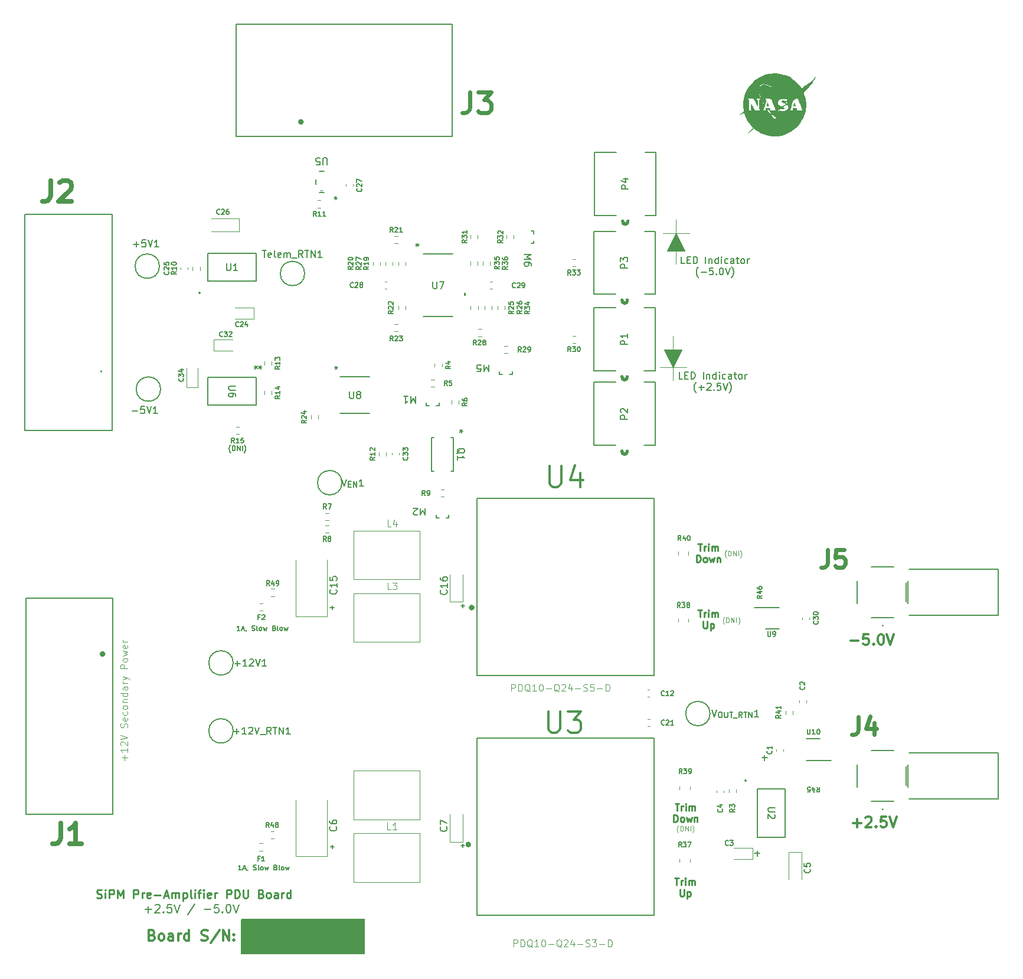
<source format=gbr>
%TF.GenerationSoftware,KiCad,Pcbnew,9.0.3*%
%TF.CreationDate,2025-09-17T10:51:30-04:00*%
%TF.ProjectId,4_COLD_TPC_SiPM_Pre_Amp,345f434f-4c44-45f5-9450-435f5369504d,rev?*%
%TF.SameCoordinates,Original*%
%TF.FileFunction,Legend,Top*%
%TF.FilePolarity,Positive*%
%FSLAX46Y46*%
G04 Gerber Fmt 4.6, Leading zero omitted, Abs format (unit mm)*
G04 Created by KiCad (PCBNEW 9.0.3) date 2025-09-17 10:51:30*
%MOMM*%
%LPD*%
G01*
G04 APERTURE LIST*
%ADD10C,0.100000*%
%ADD11C,0.200000*%
%ADD12C,0.300000*%
%ADD13C,0.150000*%
%ADD14C,0.250000*%
%ADD15C,0.240000*%
%ADD16C,0.600000*%
%ADD17C,0.650000*%
%ADD18C,0.120000*%
%ADD19C,0.152400*%
%ADD20C,0.508000*%
%ADD21C,0.400000*%
%ADD22C,0.127000*%
%ADD23C,0.000000*%
G04 APERTURE END LIST*
D10*
X220367000Y-78261000D02*
X220367000Y-76356000D01*
X219955000Y-97495000D02*
X218685000Y-94955000D01*
X221225000Y-94955000D01*
X219955000Y-97495000D01*
G36*
X219955000Y-97495000D02*
G01*
X218685000Y-94955000D01*
X221225000Y-94955000D01*
X219955000Y-97495000D01*
G37*
X218462000Y-78261000D02*
X222272000Y-78261000D01*
X221637000Y-80801000D02*
X219097000Y-80801000D01*
X220367000Y-78261000D01*
X221637000Y-80801000D01*
G36*
X221637000Y-80801000D02*
G01*
X219097000Y-80801000D01*
X220367000Y-78261000D01*
X221637000Y-80801000D01*
G37*
X220367000Y-80801000D02*
X220367000Y-82706000D01*
X219955000Y-94955000D02*
X219955000Y-93050000D01*
X219955000Y-97495000D02*
X219955000Y-99400000D01*
X221860000Y-97495000D02*
X218050000Y-97495000D01*
D11*
X221616666Y-82627275D02*
X221140476Y-82627275D01*
X221140476Y-82627275D02*
X221140476Y-81627275D01*
X221950000Y-82103465D02*
X222283333Y-82103465D01*
X222426190Y-82627275D02*
X221950000Y-82627275D01*
X221950000Y-82627275D02*
X221950000Y-81627275D01*
X221950000Y-81627275D02*
X222426190Y-81627275D01*
X222854762Y-82627275D02*
X222854762Y-81627275D01*
X222854762Y-81627275D02*
X223092857Y-81627275D01*
X223092857Y-81627275D02*
X223235714Y-81674894D01*
X223235714Y-81674894D02*
X223330952Y-81770132D01*
X223330952Y-81770132D02*
X223378571Y-81865370D01*
X223378571Y-81865370D02*
X223426190Y-82055846D01*
X223426190Y-82055846D02*
X223426190Y-82198703D01*
X223426190Y-82198703D02*
X223378571Y-82389179D01*
X223378571Y-82389179D02*
X223330952Y-82484417D01*
X223330952Y-82484417D02*
X223235714Y-82579656D01*
X223235714Y-82579656D02*
X223092857Y-82627275D01*
X223092857Y-82627275D02*
X222854762Y-82627275D01*
X224616667Y-82627275D02*
X224616667Y-81627275D01*
X225092857Y-81960608D02*
X225092857Y-82627275D01*
X225092857Y-82055846D02*
X225140476Y-82008227D01*
X225140476Y-82008227D02*
X225235714Y-81960608D01*
X225235714Y-81960608D02*
X225378571Y-81960608D01*
X225378571Y-81960608D02*
X225473809Y-82008227D01*
X225473809Y-82008227D02*
X225521428Y-82103465D01*
X225521428Y-82103465D02*
X225521428Y-82627275D01*
X226426190Y-82627275D02*
X226426190Y-81627275D01*
X226426190Y-82579656D02*
X226330952Y-82627275D01*
X226330952Y-82627275D02*
X226140476Y-82627275D01*
X226140476Y-82627275D02*
X226045238Y-82579656D01*
X226045238Y-82579656D02*
X225997619Y-82532036D01*
X225997619Y-82532036D02*
X225950000Y-82436798D01*
X225950000Y-82436798D02*
X225950000Y-82151084D01*
X225950000Y-82151084D02*
X225997619Y-82055846D01*
X225997619Y-82055846D02*
X226045238Y-82008227D01*
X226045238Y-82008227D02*
X226140476Y-81960608D01*
X226140476Y-81960608D02*
X226330952Y-81960608D01*
X226330952Y-81960608D02*
X226426190Y-82008227D01*
X226902381Y-82627275D02*
X226902381Y-81960608D01*
X226902381Y-81627275D02*
X226854762Y-81674894D01*
X226854762Y-81674894D02*
X226902381Y-81722513D01*
X226902381Y-81722513D02*
X226950000Y-81674894D01*
X226950000Y-81674894D02*
X226902381Y-81627275D01*
X226902381Y-81627275D02*
X226902381Y-81722513D01*
X227807142Y-82579656D02*
X227711904Y-82627275D01*
X227711904Y-82627275D02*
X227521428Y-82627275D01*
X227521428Y-82627275D02*
X227426190Y-82579656D01*
X227426190Y-82579656D02*
X227378571Y-82532036D01*
X227378571Y-82532036D02*
X227330952Y-82436798D01*
X227330952Y-82436798D02*
X227330952Y-82151084D01*
X227330952Y-82151084D02*
X227378571Y-82055846D01*
X227378571Y-82055846D02*
X227426190Y-82008227D01*
X227426190Y-82008227D02*
X227521428Y-81960608D01*
X227521428Y-81960608D02*
X227711904Y-81960608D01*
X227711904Y-81960608D02*
X227807142Y-82008227D01*
X228664285Y-82627275D02*
X228664285Y-82103465D01*
X228664285Y-82103465D02*
X228616666Y-82008227D01*
X228616666Y-82008227D02*
X228521428Y-81960608D01*
X228521428Y-81960608D02*
X228330952Y-81960608D01*
X228330952Y-81960608D02*
X228235714Y-82008227D01*
X228664285Y-82579656D02*
X228569047Y-82627275D01*
X228569047Y-82627275D02*
X228330952Y-82627275D01*
X228330952Y-82627275D02*
X228235714Y-82579656D01*
X228235714Y-82579656D02*
X228188095Y-82484417D01*
X228188095Y-82484417D02*
X228188095Y-82389179D01*
X228188095Y-82389179D02*
X228235714Y-82293941D01*
X228235714Y-82293941D02*
X228330952Y-82246322D01*
X228330952Y-82246322D02*
X228569047Y-82246322D01*
X228569047Y-82246322D02*
X228664285Y-82198703D01*
X228997619Y-81960608D02*
X229378571Y-81960608D01*
X229140476Y-81627275D02*
X229140476Y-82484417D01*
X229140476Y-82484417D02*
X229188095Y-82579656D01*
X229188095Y-82579656D02*
X229283333Y-82627275D01*
X229283333Y-82627275D02*
X229378571Y-82627275D01*
X229854762Y-82627275D02*
X229759524Y-82579656D01*
X229759524Y-82579656D02*
X229711905Y-82532036D01*
X229711905Y-82532036D02*
X229664286Y-82436798D01*
X229664286Y-82436798D02*
X229664286Y-82151084D01*
X229664286Y-82151084D02*
X229711905Y-82055846D01*
X229711905Y-82055846D02*
X229759524Y-82008227D01*
X229759524Y-82008227D02*
X229854762Y-81960608D01*
X229854762Y-81960608D02*
X229997619Y-81960608D01*
X229997619Y-81960608D02*
X230092857Y-82008227D01*
X230092857Y-82008227D02*
X230140476Y-82055846D01*
X230140476Y-82055846D02*
X230188095Y-82151084D01*
X230188095Y-82151084D02*
X230188095Y-82436798D01*
X230188095Y-82436798D02*
X230140476Y-82532036D01*
X230140476Y-82532036D02*
X230092857Y-82579656D01*
X230092857Y-82579656D02*
X229997619Y-82627275D01*
X229997619Y-82627275D02*
X229854762Y-82627275D01*
X230616667Y-82627275D02*
X230616667Y-81960608D01*
X230616667Y-82151084D02*
X230664286Y-82055846D01*
X230664286Y-82055846D02*
X230711905Y-82008227D01*
X230711905Y-82008227D02*
X230807143Y-81960608D01*
X230807143Y-81960608D02*
X230902381Y-81960608D01*
X223569047Y-84618171D02*
X223521428Y-84570552D01*
X223521428Y-84570552D02*
X223426190Y-84427695D01*
X223426190Y-84427695D02*
X223378571Y-84332457D01*
X223378571Y-84332457D02*
X223330952Y-84189600D01*
X223330952Y-84189600D02*
X223283333Y-83951504D01*
X223283333Y-83951504D02*
X223283333Y-83761028D01*
X223283333Y-83761028D02*
X223330952Y-83522933D01*
X223330952Y-83522933D02*
X223378571Y-83380076D01*
X223378571Y-83380076D02*
X223426190Y-83284838D01*
X223426190Y-83284838D02*
X223521428Y-83141980D01*
X223521428Y-83141980D02*
X223569047Y-83094361D01*
X223950000Y-83856266D02*
X224711905Y-83856266D01*
X225664285Y-83237219D02*
X225188095Y-83237219D01*
X225188095Y-83237219D02*
X225140476Y-83713409D01*
X225140476Y-83713409D02*
X225188095Y-83665790D01*
X225188095Y-83665790D02*
X225283333Y-83618171D01*
X225283333Y-83618171D02*
X225521428Y-83618171D01*
X225521428Y-83618171D02*
X225616666Y-83665790D01*
X225616666Y-83665790D02*
X225664285Y-83713409D01*
X225664285Y-83713409D02*
X225711904Y-83808647D01*
X225711904Y-83808647D02*
X225711904Y-84046742D01*
X225711904Y-84046742D02*
X225664285Y-84141980D01*
X225664285Y-84141980D02*
X225616666Y-84189600D01*
X225616666Y-84189600D02*
X225521428Y-84237219D01*
X225521428Y-84237219D02*
X225283333Y-84237219D01*
X225283333Y-84237219D02*
X225188095Y-84189600D01*
X225188095Y-84189600D02*
X225140476Y-84141980D01*
X226140476Y-84141980D02*
X226188095Y-84189600D01*
X226188095Y-84189600D02*
X226140476Y-84237219D01*
X226140476Y-84237219D02*
X226092857Y-84189600D01*
X226092857Y-84189600D02*
X226140476Y-84141980D01*
X226140476Y-84141980D02*
X226140476Y-84237219D01*
X226807142Y-83237219D02*
X226902380Y-83237219D01*
X226902380Y-83237219D02*
X226997618Y-83284838D01*
X226997618Y-83284838D02*
X227045237Y-83332457D01*
X227045237Y-83332457D02*
X227092856Y-83427695D01*
X227092856Y-83427695D02*
X227140475Y-83618171D01*
X227140475Y-83618171D02*
X227140475Y-83856266D01*
X227140475Y-83856266D02*
X227092856Y-84046742D01*
X227092856Y-84046742D02*
X227045237Y-84141980D01*
X227045237Y-84141980D02*
X226997618Y-84189600D01*
X226997618Y-84189600D02*
X226902380Y-84237219D01*
X226902380Y-84237219D02*
X226807142Y-84237219D01*
X226807142Y-84237219D02*
X226711904Y-84189600D01*
X226711904Y-84189600D02*
X226664285Y-84141980D01*
X226664285Y-84141980D02*
X226616666Y-84046742D01*
X226616666Y-84046742D02*
X226569047Y-83856266D01*
X226569047Y-83856266D02*
X226569047Y-83618171D01*
X226569047Y-83618171D02*
X226616666Y-83427695D01*
X226616666Y-83427695D02*
X226664285Y-83332457D01*
X226664285Y-83332457D02*
X226711904Y-83284838D01*
X226711904Y-83284838D02*
X226807142Y-83237219D01*
X227426190Y-83237219D02*
X227759523Y-84237219D01*
X227759523Y-84237219D02*
X228092856Y-83237219D01*
X228330952Y-84618171D02*
X228378571Y-84570552D01*
X228378571Y-84570552D02*
X228473809Y-84427695D01*
X228473809Y-84427695D02*
X228521428Y-84332457D01*
X228521428Y-84332457D02*
X228569047Y-84189600D01*
X228569047Y-84189600D02*
X228616666Y-83951504D01*
X228616666Y-83951504D02*
X228616666Y-83761028D01*
X228616666Y-83761028D02*
X228569047Y-83522933D01*
X228569047Y-83522933D02*
X228521428Y-83380076D01*
X228521428Y-83380076D02*
X228473809Y-83284838D01*
X228473809Y-83284838D02*
X228378571Y-83141980D01*
X228378571Y-83141980D02*
X228330952Y-83094361D01*
D12*
X145232010Y-178935114D02*
X145446296Y-179006542D01*
X145446296Y-179006542D02*
X145517725Y-179077971D01*
X145517725Y-179077971D02*
X145589153Y-179220828D01*
X145589153Y-179220828D02*
X145589153Y-179435114D01*
X145589153Y-179435114D02*
X145517725Y-179577971D01*
X145517725Y-179577971D02*
X145446296Y-179649400D01*
X145446296Y-179649400D02*
X145303439Y-179720828D01*
X145303439Y-179720828D02*
X144732010Y-179720828D01*
X144732010Y-179720828D02*
X144732010Y-178220828D01*
X144732010Y-178220828D02*
X145232010Y-178220828D01*
X145232010Y-178220828D02*
X145374868Y-178292257D01*
X145374868Y-178292257D02*
X145446296Y-178363685D01*
X145446296Y-178363685D02*
X145517725Y-178506542D01*
X145517725Y-178506542D02*
X145517725Y-178649400D01*
X145517725Y-178649400D02*
X145446296Y-178792257D01*
X145446296Y-178792257D02*
X145374868Y-178863685D01*
X145374868Y-178863685D02*
X145232010Y-178935114D01*
X145232010Y-178935114D02*
X144732010Y-178935114D01*
X146446296Y-179720828D02*
X146303439Y-179649400D01*
X146303439Y-179649400D02*
X146232010Y-179577971D01*
X146232010Y-179577971D02*
X146160582Y-179435114D01*
X146160582Y-179435114D02*
X146160582Y-179006542D01*
X146160582Y-179006542D02*
X146232010Y-178863685D01*
X146232010Y-178863685D02*
X146303439Y-178792257D01*
X146303439Y-178792257D02*
X146446296Y-178720828D01*
X146446296Y-178720828D02*
X146660582Y-178720828D01*
X146660582Y-178720828D02*
X146803439Y-178792257D01*
X146803439Y-178792257D02*
X146874868Y-178863685D01*
X146874868Y-178863685D02*
X146946296Y-179006542D01*
X146946296Y-179006542D02*
X146946296Y-179435114D01*
X146946296Y-179435114D02*
X146874868Y-179577971D01*
X146874868Y-179577971D02*
X146803439Y-179649400D01*
X146803439Y-179649400D02*
X146660582Y-179720828D01*
X146660582Y-179720828D02*
X146446296Y-179720828D01*
X148232011Y-179720828D02*
X148232011Y-178935114D01*
X148232011Y-178935114D02*
X148160582Y-178792257D01*
X148160582Y-178792257D02*
X148017725Y-178720828D01*
X148017725Y-178720828D02*
X147732011Y-178720828D01*
X147732011Y-178720828D02*
X147589153Y-178792257D01*
X148232011Y-179649400D02*
X148089153Y-179720828D01*
X148089153Y-179720828D02*
X147732011Y-179720828D01*
X147732011Y-179720828D02*
X147589153Y-179649400D01*
X147589153Y-179649400D02*
X147517725Y-179506542D01*
X147517725Y-179506542D02*
X147517725Y-179363685D01*
X147517725Y-179363685D02*
X147589153Y-179220828D01*
X147589153Y-179220828D02*
X147732011Y-179149400D01*
X147732011Y-179149400D02*
X148089153Y-179149400D01*
X148089153Y-179149400D02*
X148232011Y-179077971D01*
X148946296Y-179720828D02*
X148946296Y-178720828D01*
X148946296Y-179006542D02*
X149017725Y-178863685D01*
X149017725Y-178863685D02*
X149089154Y-178792257D01*
X149089154Y-178792257D02*
X149232011Y-178720828D01*
X149232011Y-178720828D02*
X149374868Y-178720828D01*
X150517725Y-179720828D02*
X150517725Y-178220828D01*
X150517725Y-179649400D02*
X150374867Y-179720828D01*
X150374867Y-179720828D02*
X150089153Y-179720828D01*
X150089153Y-179720828D02*
X149946296Y-179649400D01*
X149946296Y-179649400D02*
X149874867Y-179577971D01*
X149874867Y-179577971D02*
X149803439Y-179435114D01*
X149803439Y-179435114D02*
X149803439Y-179006542D01*
X149803439Y-179006542D02*
X149874867Y-178863685D01*
X149874867Y-178863685D02*
X149946296Y-178792257D01*
X149946296Y-178792257D02*
X150089153Y-178720828D01*
X150089153Y-178720828D02*
X150374867Y-178720828D01*
X150374867Y-178720828D02*
X150517725Y-178792257D01*
X152303439Y-179649400D02*
X152517725Y-179720828D01*
X152517725Y-179720828D02*
X152874867Y-179720828D01*
X152874867Y-179720828D02*
X153017725Y-179649400D01*
X153017725Y-179649400D02*
X153089153Y-179577971D01*
X153089153Y-179577971D02*
X153160582Y-179435114D01*
X153160582Y-179435114D02*
X153160582Y-179292257D01*
X153160582Y-179292257D02*
X153089153Y-179149400D01*
X153089153Y-179149400D02*
X153017725Y-179077971D01*
X153017725Y-179077971D02*
X152874867Y-179006542D01*
X152874867Y-179006542D02*
X152589153Y-178935114D01*
X152589153Y-178935114D02*
X152446296Y-178863685D01*
X152446296Y-178863685D02*
X152374867Y-178792257D01*
X152374867Y-178792257D02*
X152303439Y-178649400D01*
X152303439Y-178649400D02*
X152303439Y-178506542D01*
X152303439Y-178506542D02*
X152374867Y-178363685D01*
X152374867Y-178363685D02*
X152446296Y-178292257D01*
X152446296Y-178292257D02*
X152589153Y-178220828D01*
X152589153Y-178220828D02*
X152946296Y-178220828D01*
X152946296Y-178220828D02*
X153160582Y-178292257D01*
X154874867Y-178149400D02*
X153589153Y-180077971D01*
X155374867Y-179720828D02*
X155374867Y-178220828D01*
X155374867Y-178220828D02*
X156232010Y-179720828D01*
X156232010Y-179720828D02*
X156232010Y-178220828D01*
X156946296Y-179577971D02*
X157017725Y-179649400D01*
X157017725Y-179649400D02*
X156946296Y-179720828D01*
X156946296Y-179720828D02*
X156874868Y-179649400D01*
X156874868Y-179649400D02*
X156946296Y-179577971D01*
X156946296Y-179577971D02*
X156946296Y-179720828D01*
X156946296Y-178792257D02*
X157017725Y-178863685D01*
X157017725Y-178863685D02*
X156946296Y-178935114D01*
X156946296Y-178935114D02*
X156874868Y-178863685D01*
X156874868Y-178863685D02*
X156946296Y-178792257D01*
X156946296Y-178792257D02*
X156946296Y-178935114D01*
D13*
X170812850Y-166269866D02*
X171346184Y-166269866D01*
X171079517Y-166536533D02*
X171079517Y-166003200D01*
D14*
X220167500Y-170734675D02*
X220738928Y-170734675D01*
X220453214Y-171734675D02*
X220453214Y-170734675D01*
X221072262Y-171734675D02*
X221072262Y-171068008D01*
X221072262Y-171258484D02*
X221119881Y-171163246D01*
X221119881Y-171163246D02*
X221167500Y-171115627D01*
X221167500Y-171115627D02*
X221262738Y-171068008D01*
X221262738Y-171068008D02*
X221357976Y-171068008D01*
X221691310Y-171734675D02*
X221691310Y-171068008D01*
X221691310Y-170734675D02*
X221643691Y-170782294D01*
X221643691Y-170782294D02*
X221691310Y-170829913D01*
X221691310Y-170829913D02*
X221738929Y-170782294D01*
X221738929Y-170782294D02*
X221691310Y-170734675D01*
X221691310Y-170734675D02*
X221691310Y-170829913D01*
X222167500Y-171734675D02*
X222167500Y-171068008D01*
X222167500Y-171163246D02*
X222215119Y-171115627D01*
X222215119Y-171115627D02*
X222310357Y-171068008D01*
X222310357Y-171068008D02*
X222453214Y-171068008D01*
X222453214Y-171068008D02*
X222548452Y-171115627D01*
X222548452Y-171115627D02*
X222596071Y-171210865D01*
X222596071Y-171210865D02*
X222596071Y-171734675D01*
X222596071Y-171210865D02*
X222643690Y-171115627D01*
X222643690Y-171115627D02*
X222738928Y-171068008D01*
X222738928Y-171068008D02*
X222881785Y-171068008D01*
X222881785Y-171068008D02*
X222977024Y-171115627D01*
X222977024Y-171115627D02*
X223024643Y-171210865D01*
X223024643Y-171210865D02*
X223024643Y-171734675D01*
X220929405Y-172344619D02*
X220929405Y-173154142D01*
X220929405Y-173154142D02*
X220977024Y-173249380D01*
X220977024Y-173249380D02*
X221024643Y-173297000D01*
X221024643Y-173297000D02*
X221119881Y-173344619D01*
X221119881Y-173344619D02*
X221310357Y-173344619D01*
X221310357Y-173344619D02*
X221405595Y-173297000D01*
X221405595Y-173297000D02*
X221453214Y-173249380D01*
X221453214Y-173249380D02*
X221500833Y-173154142D01*
X221500833Y-173154142D02*
X221500833Y-172344619D01*
X221977024Y-172677952D02*
X221977024Y-173677952D01*
X221977024Y-172725571D02*
X222072262Y-172677952D01*
X222072262Y-172677952D02*
X222262738Y-172677952D01*
X222262738Y-172677952D02*
X222357976Y-172725571D01*
X222357976Y-172725571D02*
X222405595Y-172773190D01*
X222405595Y-172773190D02*
X222453214Y-172868428D01*
X222453214Y-172868428D02*
X222453214Y-173154142D01*
X222453214Y-173154142D02*
X222405595Y-173249380D01*
X222405595Y-173249380D02*
X222357976Y-173297000D01*
X222357976Y-173297000D02*
X222262738Y-173344619D01*
X222262738Y-173344619D02*
X222072262Y-173344619D01*
X222072262Y-173344619D02*
X221977024Y-173297000D01*
D13*
X156465350Y-109733200D02*
X156432017Y-109699866D01*
X156432017Y-109699866D02*
X156365350Y-109599866D01*
X156365350Y-109599866D02*
X156332017Y-109533200D01*
X156332017Y-109533200D02*
X156298684Y-109433200D01*
X156298684Y-109433200D02*
X156265350Y-109266533D01*
X156265350Y-109266533D02*
X156265350Y-109133200D01*
X156265350Y-109133200D02*
X156298684Y-108966533D01*
X156298684Y-108966533D02*
X156332017Y-108866533D01*
X156332017Y-108866533D02*
X156365350Y-108799866D01*
X156365350Y-108799866D02*
X156432017Y-108699866D01*
X156432017Y-108699866D02*
X156465350Y-108666533D01*
X156732017Y-109466533D02*
X156732017Y-108766533D01*
X156732017Y-108766533D02*
X156898684Y-108766533D01*
X156898684Y-108766533D02*
X156998684Y-108799866D01*
X156998684Y-108799866D02*
X157065351Y-108866533D01*
X157065351Y-108866533D02*
X157098684Y-108933200D01*
X157098684Y-108933200D02*
X157132017Y-109066533D01*
X157132017Y-109066533D02*
X157132017Y-109166533D01*
X157132017Y-109166533D02*
X157098684Y-109299866D01*
X157098684Y-109299866D02*
X157065351Y-109366533D01*
X157065351Y-109366533D02*
X156998684Y-109433200D01*
X156998684Y-109433200D02*
X156898684Y-109466533D01*
X156898684Y-109466533D02*
X156732017Y-109466533D01*
X157432017Y-109466533D02*
X157432017Y-108766533D01*
X157432017Y-108766533D02*
X157832017Y-109466533D01*
X157832017Y-109466533D02*
X157832017Y-108766533D01*
X158165350Y-109466533D02*
X158165350Y-108766533D01*
X158432017Y-109733200D02*
X158465350Y-109699866D01*
X158465350Y-109699866D02*
X158532017Y-109599866D01*
X158532017Y-109599866D02*
X158565350Y-109533200D01*
X158565350Y-109533200D02*
X158598683Y-109433200D01*
X158598683Y-109433200D02*
X158632017Y-109266533D01*
X158632017Y-109266533D02*
X158632017Y-109133200D01*
X158632017Y-109133200D02*
X158598683Y-108966533D01*
X158598683Y-108966533D02*
X158565350Y-108866533D01*
X158565350Y-108866533D02*
X158532017Y-108799866D01*
X158532017Y-108799866D02*
X158465350Y-108699866D01*
X158465350Y-108699866D02*
X158432017Y-108666533D01*
D10*
X197083884Y-180562419D02*
X197083884Y-179562419D01*
X197083884Y-179562419D02*
X197464836Y-179562419D01*
X197464836Y-179562419D02*
X197560074Y-179610038D01*
X197560074Y-179610038D02*
X197607693Y-179657657D01*
X197607693Y-179657657D02*
X197655312Y-179752895D01*
X197655312Y-179752895D02*
X197655312Y-179895752D01*
X197655312Y-179895752D02*
X197607693Y-179990990D01*
X197607693Y-179990990D02*
X197560074Y-180038609D01*
X197560074Y-180038609D02*
X197464836Y-180086228D01*
X197464836Y-180086228D02*
X197083884Y-180086228D01*
X198083884Y-180562419D02*
X198083884Y-179562419D01*
X198083884Y-179562419D02*
X198321979Y-179562419D01*
X198321979Y-179562419D02*
X198464836Y-179610038D01*
X198464836Y-179610038D02*
X198560074Y-179705276D01*
X198560074Y-179705276D02*
X198607693Y-179800514D01*
X198607693Y-179800514D02*
X198655312Y-179990990D01*
X198655312Y-179990990D02*
X198655312Y-180133847D01*
X198655312Y-180133847D02*
X198607693Y-180324323D01*
X198607693Y-180324323D02*
X198560074Y-180419561D01*
X198560074Y-180419561D02*
X198464836Y-180514800D01*
X198464836Y-180514800D02*
X198321979Y-180562419D01*
X198321979Y-180562419D02*
X198083884Y-180562419D01*
X199750550Y-180657657D02*
X199655312Y-180610038D01*
X199655312Y-180610038D02*
X199560074Y-180514800D01*
X199560074Y-180514800D02*
X199417217Y-180371942D01*
X199417217Y-180371942D02*
X199321979Y-180324323D01*
X199321979Y-180324323D02*
X199226741Y-180324323D01*
X199274360Y-180562419D02*
X199179122Y-180514800D01*
X199179122Y-180514800D02*
X199083884Y-180419561D01*
X199083884Y-180419561D02*
X199036265Y-180229085D01*
X199036265Y-180229085D02*
X199036265Y-179895752D01*
X199036265Y-179895752D02*
X199083884Y-179705276D01*
X199083884Y-179705276D02*
X199179122Y-179610038D01*
X199179122Y-179610038D02*
X199274360Y-179562419D01*
X199274360Y-179562419D02*
X199464836Y-179562419D01*
X199464836Y-179562419D02*
X199560074Y-179610038D01*
X199560074Y-179610038D02*
X199655312Y-179705276D01*
X199655312Y-179705276D02*
X199702931Y-179895752D01*
X199702931Y-179895752D02*
X199702931Y-180229085D01*
X199702931Y-180229085D02*
X199655312Y-180419561D01*
X199655312Y-180419561D02*
X199560074Y-180514800D01*
X199560074Y-180514800D02*
X199464836Y-180562419D01*
X199464836Y-180562419D02*
X199274360Y-180562419D01*
X200655312Y-180562419D02*
X200083884Y-180562419D01*
X200369598Y-180562419D02*
X200369598Y-179562419D01*
X200369598Y-179562419D02*
X200274360Y-179705276D01*
X200274360Y-179705276D02*
X200179122Y-179800514D01*
X200179122Y-179800514D02*
X200083884Y-179848133D01*
X201274360Y-179562419D02*
X201369598Y-179562419D01*
X201369598Y-179562419D02*
X201464836Y-179610038D01*
X201464836Y-179610038D02*
X201512455Y-179657657D01*
X201512455Y-179657657D02*
X201560074Y-179752895D01*
X201560074Y-179752895D02*
X201607693Y-179943371D01*
X201607693Y-179943371D02*
X201607693Y-180181466D01*
X201607693Y-180181466D02*
X201560074Y-180371942D01*
X201560074Y-180371942D02*
X201512455Y-180467180D01*
X201512455Y-180467180D02*
X201464836Y-180514800D01*
X201464836Y-180514800D02*
X201369598Y-180562419D01*
X201369598Y-180562419D02*
X201274360Y-180562419D01*
X201274360Y-180562419D02*
X201179122Y-180514800D01*
X201179122Y-180514800D02*
X201131503Y-180467180D01*
X201131503Y-180467180D02*
X201083884Y-180371942D01*
X201083884Y-180371942D02*
X201036265Y-180181466D01*
X201036265Y-180181466D02*
X201036265Y-179943371D01*
X201036265Y-179943371D02*
X201083884Y-179752895D01*
X201083884Y-179752895D02*
X201131503Y-179657657D01*
X201131503Y-179657657D02*
X201179122Y-179610038D01*
X201179122Y-179610038D02*
X201274360Y-179562419D01*
X202036265Y-180181466D02*
X202798170Y-180181466D01*
X203941026Y-180657657D02*
X203845788Y-180610038D01*
X203845788Y-180610038D02*
X203750550Y-180514800D01*
X203750550Y-180514800D02*
X203607693Y-180371942D01*
X203607693Y-180371942D02*
X203512455Y-180324323D01*
X203512455Y-180324323D02*
X203417217Y-180324323D01*
X203464836Y-180562419D02*
X203369598Y-180514800D01*
X203369598Y-180514800D02*
X203274360Y-180419561D01*
X203274360Y-180419561D02*
X203226741Y-180229085D01*
X203226741Y-180229085D02*
X203226741Y-179895752D01*
X203226741Y-179895752D02*
X203274360Y-179705276D01*
X203274360Y-179705276D02*
X203369598Y-179610038D01*
X203369598Y-179610038D02*
X203464836Y-179562419D01*
X203464836Y-179562419D02*
X203655312Y-179562419D01*
X203655312Y-179562419D02*
X203750550Y-179610038D01*
X203750550Y-179610038D02*
X203845788Y-179705276D01*
X203845788Y-179705276D02*
X203893407Y-179895752D01*
X203893407Y-179895752D02*
X203893407Y-180229085D01*
X203893407Y-180229085D02*
X203845788Y-180419561D01*
X203845788Y-180419561D02*
X203750550Y-180514800D01*
X203750550Y-180514800D02*
X203655312Y-180562419D01*
X203655312Y-180562419D02*
X203464836Y-180562419D01*
X204274360Y-179657657D02*
X204321979Y-179610038D01*
X204321979Y-179610038D02*
X204417217Y-179562419D01*
X204417217Y-179562419D02*
X204655312Y-179562419D01*
X204655312Y-179562419D02*
X204750550Y-179610038D01*
X204750550Y-179610038D02*
X204798169Y-179657657D01*
X204798169Y-179657657D02*
X204845788Y-179752895D01*
X204845788Y-179752895D02*
X204845788Y-179848133D01*
X204845788Y-179848133D02*
X204798169Y-179990990D01*
X204798169Y-179990990D02*
X204226741Y-180562419D01*
X204226741Y-180562419D02*
X204845788Y-180562419D01*
X205702931Y-179895752D02*
X205702931Y-180562419D01*
X205464836Y-179514800D02*
X205226741Y-180229085D01*
X205226741Y-180229085D02*
X205845788Y-180229085D01*
X206226741Y-180181466D02*
X206988646Y-180181466D01*
X207417217Y-180514800D02*
X207560074Y-180562419D01*
X207560074Y-180562419D02*
X207798169Y-180562419D01*
X207798169Y-180562419D02*
X207893407Y-180514800D01*
X207893407Y-180514800D02*
X207941026Y-180467180D01*
X207941026Y-180467180D02*
X207988645Y-180371942D01*
X207988645Y-180371942D02*
X207988645Y-180276704D01*
X207988645Y-180276704D02*
X207941026Y-180181466D01*
X207941026Y-180181466D02*
X207893407Y-180133847D01*
X207893407Y-180133847D02*
X207798169Y-180086228D01*
X207798169Y-180086228D02*
X207607693Y-180038609D01*
X207607693Y-180038609D02*
X207512455Y-179990990D01*
X207512455Y-179990990D02*
X207464836Y-179943371D01*
X207464836Y-179943371D02*
X207417217Y-179848133D01*
X207417217Y-179848133D02*
X207417217Y-179752895D01*
X207417217Y-179752895D02*
X207464836Y-179657657D01*
X207464836Y-179657657D02*
X207512455Y-179610038D01*
X207512455Y-179610038D02*
X207607693Y-179562419D01*
X207607693Y-179562419D02*
X207845788Y-179562419D01*
X207845788Y-179562419D02*
X207988645Y-179610038D01*
X208321979Y-179562419D02*
X208941026Y-179562419D01*
X208941026Y-179562419D02*
X208607693Y-179943371D01*
X208607693Y-179943371D02*
X208750550Y-179943371D01*
X208750550Y-179943371D02*
X208845788Y-179990990D01*
X208845788Y-179990990D02*
X208893407Y-180038609D01*
X208893407Y-180038609D02*
X208941026Y-180133847D01*
X208941026Y-180133847D02*
X208941026Y-180371942D01*
X208941026Y-180371942D02*
X208893407Y-180467180D01*
X208893407Y-180467180D02*
X208845788Y-180514800D01*
X208845788Y-180514800D02*
X208750550Y-180562419D01*
X208750550Y-180562419D02*
X208464836Y-180562419D01*
X208464836Y-180562419D02*
X208369598Y-180514800D01*
X208369598Y-180514800D02*
X208321979Y-180467180D01*
X209369598Y-180181466D02*
X210131503Y-180181466D01*
X210607693Y-180562419D02*
X210607693Y-179562419D01*
X210607693Y-179562419D02*
X210845788Y-179562419D01*
X210845788Y-179562419D02*
X210988645Y-179610038D01*
X210988645Y-179610038D02*
X211083883Y-179705276D01*
X211083883Y-179705276D02*
X211131502Y-179800514D01*
X211131502Y-179800514D02*
X211179121Y-179990990D01*
X211179121Y-179990990D02*
X211179121Y-180133847D01*
X211179121Y-180133847D02*
X211131502Y-180324323D01*
X211131502Y-180324323D02*
X211083883Y-180419561D01*
X211083883Y-180419561D02*
X210988645Y-180514800D01*
X210988645Y-180514800D02*
X210845788Y-180562419D01*
X210845788Y-180562419D02*
X210607693Y-180562419D01*
D12*
X245764510Y-162879400D02*
X246907368Y-162879400D01*
X246335939Y-163450828D02*
X246335939Y-162307971D01*
X247550225Y-162093685D02*
X247621653Y-162022257D01*
X247621653Y-162022257D02*
X247764511Y-161950828D01*
X247764511Y-161950828D02*
X248121653Y-161950828D01*
X248121653Y-161950828D02*
X248264511Y-162022257D01*
X248264511Y-162022257D02*
X248335939Y-162093685D01*
X248335939Y-162093685D02*
X248407368Y-162236542D01*
X248407368Y-162236542D02*
X248407368Y-162379400D01*
X248407368Y-162379400D02*
X248335939Y-162593685D01*
X248335939Y-162593685D02*
X247478796Y-163450828D01*
X247478796Y-163450828D02*
X248407368Y-163450828D01*
X249050224Y-163307971D02*
X249121653Y-163379400D01*
X249121653Y-163379400D02*
X249050224Y-163450828D01*
X249050224Y-163450828D02*
X248978796Y-163379400D01*
X248978796Y-163379400D02*
X249050224Y-163307971D01*
X249050224Y-163307971D02*
X249050224Y-163450828D01*
X250478796Y-161950828D02*
X249764510Y-161950828D01*
X249764510Y-161950828D02*
X249693082Y-162665114D01*
X249693082Y-162665114D02*
X249764510Y-162593685D01*
X249764510Y-162593685D02*
X249907368Y-162522257D01*
X249907368Y-162522257D02*
X250264510Y-162522257D01*
X250264510Y-162522257D02*
X250407368Y-162593685D01*
X250407368Y-162593685D02*
X250478796Y-162665114D01*
X250478796Y-162665114D02*
X250550225Y-162807971D01*
X250550225Y-162807971D02*
X250550225Y-163165114D01*
X250550225Y-163165114D02*
X250478796Y-163307971D01*
X250478796Y-163307971D02*
X250407368Y-163379400D01*
X250407368Y-163379400D02*
X250264510Y-163450828D01*
X250264510Y-163450828D02*
X249907368Y-163450828D01*
X249907368Y-163450828D02*
X249764510Y-163379400D01*
X249764510Y-163379400D02*
X249693082Y-163307971D01*
X250978796Y-161950828D02*
X251478796Y-163450828D01*
X251478796Y-163450828D02*
X251978796Y-161950828D01*
D15*
X137306465Y-173553520D02*
X137477894Y-173610662D01*
X137477894Y-173610662D02*
X137763608Y-173610662D01*
X137763608Y-173610662D02*
X137877894Y-173553520D01*
X137877894Y-173553520D02*
X137935036Y-173496377D01*
X137935036Y-173496377D02*
X137992179Y-173382091D01*
X137992179Y-173382091D02*
X137992179Y-173267805D01*
X137992179Y-173267805D02*
X137935036Y-173153520D01*
X137935036Y-173153520D02*
X137877894Y-173096377D01*
X137877894Y-173096377D02*
X137763608Y-173039234D01*
X137763608Y-173039234D02*
X137535036Y-172982091D01*
X137535036Y-172982091D02*
X137420751Y-172924948D01*
X137420751Y-172924948D02*
X137363608Y-172867805D01*
X137363608Y-172867805D02*
X137306465Y-172753520D01*
X137306465Y-172753520D02*
X137306465Y-172639234D01*
X137306465Y-172639234D02*
X137363608Y-172524948D01*
X137363608Y-172524948D02*
X137420751Y-172467805D01*
X137420751Y-172467805D02*
X137535036Y-172410662D01*
X137535036Y-172410662D02*
X137820751Y-172410662D01*
X137820751Y-172410662D02*
X137992179Y-172467805D01*
X138506465Y-173610662D02*
X138506465Y-172810662D01*
X138506465Y-172410662D02*
X138449322Y-172467805D01*
X138449322Y-172467805D02*
X138506465Y-172524948D01*
X138506465Y-172524948D02*
X138563608Y-172467805D01*
X138563608Y-172467805D02*
X138506465Y-172410662D01*
X138506465Y-172410662D02*
X138506465Y-172524948D01*
X139077894Y-173610662D02*
X139077894Y-172410662D01*
X139077894Y-172410662D02*
X139535037Y-172410662D01*
X139535037Y-172410662D02*
X139649322Y-172467805D01*
X139649322Y-172467805D02*
X139706465Y-172524948D01*
X139706465Y-172524948D02*
X139763608Y-172639234D01*
X139763608Y-172639234D02*
X139763608Y-172810662D01*
X139763608Y-172810662D02*
X139706465Y-172924948D01*
X139706465Y-172924948D02*
X139649322Y-172982091D01*
X139649322Y-172982091D02*
X139535037Y-173039234D01*
X139535037Y-173039234D02*
X139077894Y-173039234D01*
X140277894Y-173610662D02*
X140277894Y-172410662D01*
X140277894Y-172410662D02*
X140677894Y-173267805D01*
X140677894Y-173267805D02*
X141077894Y-172410662D01*
X141077894Y-172410662D02*
X141077894Y-173610662D01*
X142563609Y-173610662D02*
X142563609Y-172410662D01*
X142563609Y-172410662D02*
X143020752Y-172410662D01*
X143020752Y-172410662D02*
X143135037Y-172467805D01*
X143135037Y-172467805D02*
X143192180Y-172524948D01*
X143192180Y-172524948D02*
X143249323Y-172639234D01*
X143249323Y-172639234D02*
X143249323Y-172810662D01*
X143249323Y-172810662D02*
X143192180Y-172924948D01*
X143192180Y-172924948D02*
X143135037Y-172982091D01*
X143135037Y-172982091D02*
X143020752Y-173039234D01*
X143020752Y-173039234D02*
X142563609Y-173039234D01*
X143763609Y-173610662D02*
X143763609Y-172810662D01*
X143763609Y-173039234D02*
X143820752Y-172924948D01*
X143820752Y-172924948D02*
X143877895Y-172867805D01*
X143877895Y-172867805D02*
X143992180Y-172810662D01*
X143992180Y-172810662D02*
X144106466Y-172810662D01*
X144963609Y-173553520D02*
X144849323Y-173610662D01*
X144849323Y-173610662D02*
X144620752Y-173610662D01*
X144620752Y-173610662D02*
X144506466Y-173553520D01*
X144506466Y-173553520D02*
X144449323Y-173439234D01*
X144449323Y-173439234D02*
X144449323Y-172982091D01*
X144449323Y-172982091D02*
X144506466Y-172867805D01*
X144506466Y-172867805D02*
X144620752Y-172810662D01*
X144620752Y-172810662D02*
X144849323Y-172810662D01*
X144849323Y-172810662D02*
X144963609Y-172867805D01*
X144963609Y-172867805D02*
X145020752Y-172982091D01*
X145020752Y-172982091D02*
X145020752Y-173096377D01*
X145020752Y-173096377D02*
X144449323Y-173210662D01*
X145535037Y-173153520D02*
X146449323Y-173153520D01*
X146963608Y-173267805D02*
X147535037Y-173267805D01*
X146849322Y-173610662D02*
X147249322Y-172410662D01*
X147249322Y-172410662D02*
X147649322Y-173610662D01*
X148049322Y-173610662D02*
X148049322Y-172810662D01*
X148049322Y-172924948D02*
X148106465Y-172867805D01*
X148106465Y-172867805D02*
X148220750Y-172810662D01*
X148220750Y-172810662D02*
X148392179Y-172810662D01*
X148392179Y-172810662D02*
X148506465Y-172867805D01*
X148506465Y-172867805D02*
X148563608Y-172982091D01*
X148563608Y-172982091D02*
X148563608Y-173610662D01*
X148563608Y-172982091D02*
X148620750Y-172867805D01*
X148620750Y-172867805D02*
X148735036Y-172810662D01*
X148735036Y-172810662D02*
X148906465Y-172810662D01*
X148906465Y-172810662D02*
X149020750Y-172867805D01*
X149020750Y-172867805D02*
X149077893Y-172982091D01*
X149077893Y-172982091D02*
X149077893Y-173610662D01*
X149649322Y-172810662D02*
X149649322Y-174010662D01*
X149649322Y-172867805D02*
X149763608Y-172810662D01*
X149763608Y-172810662D02*
X149992179Y-172810662D01*
X149992179Y-172810662D02*
X150106465Y-172867805D01*
X150106465Y-172867805D02*
X150163608Y-172924948D01*
X150163608Y-172924948D02*
X150220750Y-173039234D01*
X150220750Y-173039234D02*
X150220750Y-173382091D01*
X150220750Y-173382091D02*
X150163608Y-173496377D01*
X150163608Y-173496377D02*
X150106465Y-173553520D01*
X150106465Y-173553520D02*
X149992179Y-173610662D01*
X149992179Y-173610662D02*
X149763608Y-173610662D01*
X149763608Y-173610662D02*
X149649322Y-173553520D01*
X150906464Y-173610662D02*
X150792179Y-173553520D01*
X150792179Y-173553520D02*
X150735036Y-173439234D01*
X150735036Y-173439234D02*
X150735036Y-172410662D01*
X151363607Y-173610662D02*
X151363607Y-172810662D01*
X151363607Y-172410662D02*
X151306464Y-172467805D01*
X151306464Y-172467805D02*
X151363607Y-172524948D01*
X151363607Y-172524948D02*
X151420750Y-172467805D01*
X151420750Y-172467805D02*
X151363607Y-172410662D01*
X151363607Y-172410662D02*
X151363607Y-172524948D01*
X151763607Y-172810662D02*
X152220750Y-172810662D01*
X151935036Y-173610662D02*
X151935036Y-172582091D01*
X151935036Y-172582091D02*
X151992179Y-172467805D01*
X151992179Y-172467805D02*
X152106464Y-172410662D01*
X152106464Y-172410662D02*
X152220750Y-172410662D01*
X152620750Y-173610662D02*
X152620750Y-172810662D01*
X152620750Y-172410662D02*
X152563607Y-172467805D01*
X152563607Y-172467805D02*
X152620750Y-172524948D01*
X152620750Y-172524948D02*
X152677893Y-172467805D01*
X152677893Y-172467805D02*
X152620750Y-172410662D01*
X152620750Y-172410662D02*
X152620750Y-172524948D01*
X153649322Y-173553520D02*
X153535036Y-173610662D01*
X153535036Y-173610662D02*
X153306465Y-173610662D01*
X153306465Y-173610662D02*
X153192179Y-173553520D01*
X153192179Y-173553520D02*
X153135036Y-173439234D01*
X153135036Y-173439234D02*
X153135036Y-172982091D01*
X153135036Y-172982091D02*
X153192179Y-172867805D01*
X153192179Y-172867805D02*
X153306465Y-172810662D01*
X153306465Y-172810662D02*
X153535036Y-172810662D01*
X153535036Y-172810662D02*
X153649322Y-172867805D01*
X153649322Y-172867805D02*
X153706465Y-172982091D01*
X153706465Y-172982091D02*
X153706465Y-173096377D01*
X153706465Y-173096377D02*
X153135036Y-173210662D01*
X154220750Y-173610662D02*
X154220750Y-172810662D01*
X154220750Y-173039234D02*
X154277893Y-172924948D01*
X154277893Y-172924948D02*
X154335036Y-172867805D01*
X154335036Y-172867805D02*
X154449321Y-172810662D01*
X154449321Y-172810662D02*
X154563607Y-172810662D01*
X155877893Y-173610662D02*
X155877893Y-172410662D01*
X155877893Y-172410662D02*
X156335036Y-172410662D01*
X156335036Y-172410662D02*
X156449321Y-172467805D01*
X156449321Y-172467805D02*
X156506464Y-172524948D01*
X156506464Y-172524948D02*
X156563607Y-172639234D01*
X156563607Y-172639234D02*
X156563607Y-172810662D01*
X156563607Y-172810662D02*
X156506464Y-172924948D01*
X156506464Y-172924948D02*
X156449321Y-172982091D01*
X156449321Y-172982091D02*
X156335036Y-173039234D01*
X156335036Y-173039234D02*
X155877893Y-173039234D01*
X157077893Y-173610662D02*
X157077893Y-172410662D01*
X157077893Y-172410662D02*
X157363607Y-172410662D01*
X157363607Y-172410662D02*
X157535036Y-172467805D01*
X157535036Y-172467805D02*
X157649321Y-172582091D01*
X157649321Y-172582091D02*
X157706464Y-172696377D01*
X157706464Y-172696377D02*
X157763607Y-172924948D01*
X157763607Y-172924948D02*
X157763607Y-173096377D01*
X157763607Y-173096377D02*
X157706464Y-173324948D01*
X157706464Y-173324948D02*
X157649321Y-173439234D01*
X157649321Y-173439234D02*
X157535036Y-173553520D01*
X157535036Y-173553520D02*
X157363607Y-173610662D01*
X157363607Y-173610662D02*
X157077893Y-173610662D01*
X158277893Y-172410662D02*
X158277893Y-173382091D01*
X158277893Y-173382091D02*
X158335036Y-173496377D01*
X158335036Y-173496377D02*
X158392179Y-173553520D01*
X158392179Y-173553520D02*
X158506464Y-173610662D01*
X158506464Y-173610662D02*
X158735036Y-173610662D01*
X158735036Y-173610662D02*
X158849321Y-173553520D01*
X158849321Y-173553520D02*
X158906464Y-173496377D01*
X158906464Y-173496377D02*
X158963607Y-173382091D01*
X158963607Y-173382091D02*
X158963607Y-172410662D01*
X160849322Y-172982091D02*
X161020750Y-173039234D01*
X161020750Y-173039234D02*
X161077893Y-173096377D01*
X161077893Y-173096377D02*
X161135036Y-173210662D01*
X161135036Y-173210662D02*
X161135036Y-173382091D01*
X161135036Y-173382091D02*
X161077893Y-173496377D01*
X161077893Y-173496377D02*
X161020750Y-173553520D01*
X161020750Y-173553520D02*
X160906465Y-173610662D01*
X160906465Y-173610662D02*
X160449322Y-173610662D01*
X160449322Y-173610662D02*
X160449322Y-172410662D01*
X160449322Y-172410662D02*
X160849322Y-172410662D01*
X160849322Y-172410662D02*
X160963608Y-172467805D01*
X160963608Y-172467805D02*
X161020750Y-172524948D01*
X161020750Y-172524948D02*
X161077893Y-172639234D01*
X161077893Y-172639234D02*
X161077893Y-172753520D01*
X161077893Y-172753520D02*
X161020750Y-172867805D01*
X161020750Y-172867805D02*
X160963608Y-172924948D01*
X160963608Y-172924948D02*
X160849322Y-172982091D01*
X160849322Y-172982091D02*
X160449322Y-172982091D01*
X161820750Y-173610662D02*
X161706465Y-173553520D01*
X161706465Y-173553520D02*
X161649322Y-173496377D01*
X161649322Y-173496377D02*
X161592179Y-173382091D01*
X161592179Y-173382091D02*
X161592179Y-173039234D01*
X161592179Y-173039234D02*
X161649322Y-172924948D01*
X161649322Y-172924948D02*
X161706465Y-172867805D01*
X161706465Y-172867805D02*
X161820750Y-172810662D01*
X161820750Y-172810662D02*
X161992179Y-172810662D01*
X161992179Y-172810662D02*
X162106465Y-172867805D01*
X162106465Y-172867805D02*
X162163608Y-172924948D01*
X162163608Y-172924948D02*
X162220750Y-173039234D01*
X162220750Y-173039234D02*
X162220750Y-173382091D01*
X162220750Y-173382091D02*
X162163608Y-173496377D01*
X162163608Y-173496377D02*
X162106465Y-173553520D01*
X162106465Y-173553520D02*
X161992179Y-173610662D01*
X161992179Y-173610662D02*
X161820750Y-173610662D01*
X163249322Y-173610662D02*
X163249322Y-172982091D01*
X163249322Y-172982091D02*
X163192179Y-172867805D01*
X163192179Y-172867805D02*
X163077893Y-172810662D01*
X163077893Y-172810662D02*
X162849322Y-172810662D01*
X162849322Y-172810662D02*
X162735036Y-172867805D01*
X163249322Y-173553520D02*
X163135036Y-173610662D01*
X163135036Y-173610662D02*
X162849322Y-173610662D01*
X162849322Y-173610662D02*
X162735036Y-173553520D01*
X162735036Y-173553520D02*
X162677893Y-173439234D01*
X162677893Y-173439234D02*
X162677893Y-173324948D01*
X162677893Y-173324948D02*
X162735036Y-173210662D01*
X162735036Y-173210662D02*
X162849322Y-173153520D01*
X162849322Y-173153520D02*
X163135036Y-173153520D01*
X163135036Y-173153520D02*
X163249322Y-173096377D01*
X163820750Y-173610662D02*
X163820750Y-172810662D01*
X163820750Y-173039234D02*
X163877893Y-172924948D01*
X163877893Y-172924948D02*
X163935036Y-172867805D01*
X163935036Y-172867805D02*
X164049321Y-172810662D01*
X164049321Y-172810662D02*
X164163607Y-172810662D01*
X165077893Y-173610662D02*
X165077893Y-172410662D01*
X165077893Y-173553520D02*
X164963607Y-173610662D01*
X164963607Y-173610662D02*
X164735035Y-173610662D01*
X164735035Y-173610662D02*
X164620750Y-173553520D01*
X164620750Y-173553520D02*
X164563607Y-173496377D01*
X164563607Y-173496377D02*
X164506464Y-173382091D01*
X164506464Y-173382091D02*
X164506464Y-173039234D01*
X164506464Y-173039234D02*
X164563607Y-172924948D01*
X164563607Y-172924948D02*
X164620750Y-172867805D01*
X164620750Y-172867805D02*
X164735035Y-172810662D01*
X164735035Y-172810662D02*
X164963607Y-172810662D01*
X164963607Y-172810662D02*
X165077893Y-172867805D01*
D11*
X221286666Y-99167275D02*
X220810476Y-99167275D01*
X220810476Y-99167275D02*
X220810476Y-98167275D01*
X221620000Y-98643465D02*
X221953333Y-98643465D01*
X222096190Y-99167275D02*
X221620000Y-99167275D01*
X221620000Y-99167275D02*
X221620000Y-98167275D01*
X221620000Y-98167275D02*
X222096190Y-98167275D01*
X222524762Y-99167275D02*
X222524762Y-98167275D01*
X222524762Y-98167275D02*
X222762857Y-98167275D01*
X222762857Y-98167275D02*
X222905714Y-98214894D01*
X222905714Y-98214894D02*
X223000952Y-98310132D01*
X223000952Y-98310132D02*
X223048571Y-98405370D01*
X223048571Y-98405370D02*
X223096190Y-98595846D01*
X223096190Y-98595846D02*
X223096190Y-98738703D01*
X223096190Y-98738703D02*
X223048571Y-98929179D01*
X223048571Y-98929179D02*
X223000952Y-99024417D01*
X223000952Y-99024417D02*
X222905714Y-99119656D01*
X222905714Y-99119656D02*
X222762857Y-99167275D01*
X222762857Y-99167275D02*
X222524762Y-99167275D01*
X224286667Y-99167275D02*
X224286667Y-98167275D01*
X224762857Y-98500608D02*
X224762857Y-99167275D01*
X224762857Y-98595846D02*
X224810476Y-98548227D01*
X224810476Y-98548227D02*
X224905714Y-98500608D01*
X224905714Y-98500608D02*
X225048571Y-98500608D01*
X225048571Y-98500608D02*
X225143809Y-98548227D01*
X225143809Y-98548227D02*
X225191428Y-98643465D01*
X225191428Y-98643465D02*
X225191428Y-99167275D01*
X226096190Y-99167275D02*
X226096190Y-98167275D01*
X226096190Y-99119656D02*
X226000952Y-99167275D01*
X226000952Y-99167275D02*
X225810476Y-99167275D01*
X225810476Y-99167275D02*
X225715238Y-99119656D01*
X225715238Y-99119656D02*
X225667619Y-99072036D01*
X225667619Y-99072036D02*
X225620000Y-98976798D01*
X225620000Y-98976798D02*
X225620000Y-98691084D01*
X225620000Y-98691084D02*
X225667619Y-98595846D01*
X225667619Y-98595846D02*
X225715238Y-98548227D01*
X225715238Y-98548227D02*
X225810476Y-98500608D01*
X225810476Y-98500608D02*
X226000952Y-98500608D01*
X226000952Y-98500608D02*
X226096190Y-98548227D01*
X226572381Y-99167275D02*
X226572381Y-98500608D01*
X226572381Y-98167275D02*
X226524762Y-98214894D01*
X226524762Y-98214894D02*
X226572381Y-98262513D01*
X226572381Y-98262513D02*
X226620000Y-98214894D01*
X226620000Y-98214894D02*
X226572381Y-98167275D01*
X226572381Y-98167275D02*
X226572381Y-98262513D01*
X227477142Y-99119656D02*
X227381904Y-99167275D01*
X227381904Y-99167275D02*
X227191428Y-99167275D01*
X227191428Y-99167275D02*
X227096190Y-99119656D01*
X227096190Y-99119656D02*
X227048571Y-99072036D01*
X227048571Y-99072036D02*
X227000952Y-98976798D01*
X227000952Y-98976798D02*
X227000952Y-98691084D01*
X227000952Y-98691084D02*
X227048571Y-98595846D01*
X227048571Y-98595846D02*
X227096190Y-98548227D01*
X227096190Y-98548227D02*
X227191428Y-98500608D01*
X227191428Y-98500608D02*
X227381904Y-98500608D01*
X227381904Y-98500608D02*
X227477142Y-98548227D01*
X228334285Y-99167275D02*
X228334285Y-98643465D01*
X228334285Y-98643465D02*
X228286666Y-98548227D01*
X228286666Y-98548227D02*
X228191428Y-98500608D01*
X228191428Y-98500608D02*
X228000952Y-98500608D01*
X228000952Y-98500608D02*
X227905714Y-98548227D01*
X228334285Y-99119656D02*
X228239047Y-99167275D01*
X228239047Y-99167275D02*
X228000952Y-99167275D01*
X228000952Y-99167275D02*
X227905714Y-99119656D01*
X227905714Y-99119656D02*
X227858095Y-99024417D01*
X227858095Y-99024417D02*
X227858095Y-98929179D01*
X227858095Y-98929179D02*
X227905714Y-98833941D01*
X227905714Y-98833941D02*
X228000952Y-98786322D01*
X228000952Y-98786322D02*
X228239047Y-98786322D01*
X228239047Y-98786322D02*
X228334285Y-98738703D01*
X228667619Y-98500608D02*
X229048571Y-98500608D01*
X228810476Y-98167275D02*
X228810476Y-99024417D01*
X228810476Y-99024417D02*
X228858095Y-99119656D01*
X228858095Y-99119656D02*
X228953333Y-99167275D01*
X228953333Y-99167275D02*
X229048571Y-99167275D01*
X229524762Y-99167275D02*
X229429524Y-99119656D01*
X229429524Y-99119656D02*
X229381905Y-99072036D01*
X229381905Y-99072036D02*
X229334286Y-98976798D01*
X229334286Y-98976798D02*
X229334286Y-98691084D01*
X229334286Y-98691084D02*
X229381905Y-98595846D01*
X229381905Y-98595846D02*
X229429524Y-98548227D01*
X229429524Y-98548227D02*
X229524762Y-98500608D01*
X229524762Y-98500608D02*
X229667619Y-98500608D01*
X229667619Y-98500608D02*
X229762857Y-98548227D01*
X229762857Y-98548227D02*
X229810476Y-98595846D01*
X229810476Y-98595846D02*
X229858095Y-98691084D01*
X229858095Y-98691084D02*
X229858095Y-98976798D01*
X229858095Y-98976798D02*
X229810476Y-99072036D01*
X229810476Y-99072036D02*
X229762857Y-99119656D01*
X229762857Y-99119656D02*
X229667619Y-99167275D01*
X229667619Y-99167275D02*
X229524762Y-99167275D01*
X230286667Y-99167275D02*
X230286667Y-98500608D01*
X230286667Y-98691084D02*
X230334286Y-98595846D01*
X230334286Y-98595846D02*
X230381905Y-98548227D01*
X230381905Y-98548227D02*
X230477143Y-98500608D01*
X230477143Y-98500608D02*
X230572381Y-98500608D01*
X223239047Y-101158171D02*
X223191428Y-101110552D01*
X223191428Y-101110552D02*
X223096190Y-100967695D01*
X223096190Y-100967695D02*
X223048571Y-100872457D01*
X223048571Y-100872457D02*
X223000952Y-100729600D01*
X223000952Y-100729600D02*
X222953333Y-100491504D01*
X222953333Y-100491504D02*
X222953333Y-100301028D01*
X222953333Y-100301028D02*
X223000952Y-100062933D01*
X223000952Y-100062933D02*
X223048571Y-99920076D01*
X223048571Y-99920076D02*
X223096190Y-99824838D01*
X223096190Y-99824838D02*
X223191428Y-99681980D01*
X223191428Y-99681980D02*
X223239047Y-99634361D01*
X223620000Y-100396266D02*
X224381905Y-100396266D01*
X224000952Y-100777219D02*
X224000952Y-100015314D01*
X224810476Y-99872457D02*
X224858095Y-99824838D01*
X224858095Y-99824838D02*
X224953333Y-99777219D01*
X224953333Y-99777219D02*
X225191428Y-99777219D01*
X225191428Y-99777219D02*
X225286666Y-99824838D01*
X225286666Y-99824838D02*
X225334285Y-99872457D01*
X225334285Y-99872457D02*
X225381904Y-99967695D01*
X225381904Y-99967695D02*
X225381904Y-100062933D01*
X225381904Y-100062933D02*
X225334285Y-100205790D01*
X225334285Y-100205790D02*
X224762857Y-100777219D01*
X224762857Y-100777219D02*
X225381904Y-100777219D01*
X225810476Y-100681980D02*
X225858095Y-100729600D01*
X225858095Y-100729600D02*
X225810476Y-100777219D01*
X225810476Y-100777219D02*
X225762857Y-100729600D01*
X225762857Y-100729600D02*
X225810476Y-100681980D01*
X225810476Y-100681980D02*
X225810476Y-100777219D01*
X226762856Y-99777219D02*
X226286666Y-99777219D01*
X226286666Y-99777219D02*
X226239047Y-100253409D01*
X226239047Y-100253409D02*
X226286666Y-100205790D01*
X226286666Y-100205790D02*
X226381904Y-100158171D01*
X226381904Y-100158171D02*
X226619999Y-100158171D01*
X226619999Y-100158171D02*
X226715237Y-100205790D01*
X226715237Y-100205790D02*
X226762856Y-100253409D01*
X226762856Y-100253409D02*
X226810475Y-100348647D01*
X226810475Y-100348647D02*
X226810475Y-100586742D01*
X226810475Y-100586742D02*
X226762856Y-100681980D01*
X226762856Y-100681980D02*
X226715237Y-100729600D01*
X226715237Y-100729600D02*
X226619999Y-100777219D01*
X226619999Y-100777219D02*
X226381904Y-100777219D01*
X226381904Y-100777219D02*
X226286666Y-100729600D01*
X226286666Y-100729600D02*
X226239047Y-100681980D01*
X227096190Y-99777219D02*
X227429523Y-100777219D01*
X227429523Y-100777219D02*
X227762856Y-99777219D01*
X228000952Y-101158171D02*
X228048571Y-101110552D01*
X228048571Y-101110552D02*
X228143809Y-100967695D01*
X228143809Y-100967695D02*
X228191428Y-100872457D01*
X228191428Y-100872457D02*
X228239047Y-100729600D01*
X228239047Y-100729600D02*
X228286666Y-100491504D01*
X228286666Y-100491504D02*
X228286666Y-100301028D01*
X228286666Y-100301028D02*
X228239047Y-100062933D01*
X228239047Y-100062933D02*
X228191428Y-99920076D01*
X228191428Y-99920076D02*
X228143809Y-99824838D01*
X228143809Y-99824838D02*
X228048571Y-99681980D01*
X228048571Y-99681980D02*
X228000952Y-99634361D01*
D10*
X220719955Y-164235800D02*
X220686622Y-164202466D01*
X220686622Y-164202466D02*
X220619955Y-164102466D01*
X220619955Y-164102466D02*
X220586622Y-164035800D01*
X220586622Y-164035800D02*
X220553289Y-163935800D01*
X220553289Y-163935800D02*
X220519955Y-163769133D01*
X220519955Y-163769133D02*
X220519955Y-163635800D01*
X220519955Y-163635800D02*
X220553289Y-163469133D01*
X220553289Y-163469133D02*
X220586622Y-163369133D01*
X220586622Y-163369133D02*
X220619955Y-163302466D01*
X220619955Y-163302466D02*
X220686622Y-163202466D01*
X220686622Y-163202466D02*
X220719955Y-163169133D01*
X220986622Y-163969133D02*
X220986622Y-163269133D01*
X220986622Y-163269133D02*
X221153289Y-163269133D01*
X221153289Y-163269133D02*
X221253289Y-163302466D01*
X221253289Y-163302466D02*
X221319956Y-163369133D01*
X221319956Y-163369133D02*
X221353289Y-163435800D01*
X221353289Y-163435800D02*
X221386622Y-163569133D01*
X221386622Y-163569133D02*
X221386622Y-163669133D01*
X221386622Y-163669133D02*
X221353289Y-163802466D01*
X221353289Y-163802466D02*
X221319956Y-163869133D01*
X221319956Y-163869133D02*
X221253289Y-163935800D01*
X221253289Y-163935800D02*
X221153289Y-163969133D01*
X221153289Y-163969133D02*
X220986622Y-163969133D01*
X221686622Y-163969133D02*
X221686622Y-163269133D01*
X221686622Y-163269133D02*
X222086622Y-163969133D01*
X222086622Y-163969133D02*
X222086622Y-163269133D01*
X222419955Y-163969133D02*
X222419955Y-163269133D01*
X222686622Y-164235800D02*
X222719955Y-164202466D01*
X222719955Y-164202466D02*
X222786622Y-164102466D01*
X222786622Y-164102466D02*
X222819955Y-164035800D01*
X222819955Y-164035800D02*
X222853288Y-163935800D01*
X222853288Y-163935800D02*
X222886622Y-163769133D01*
X222886622Y-163769133D02*
X222886622Y-163635800D01*
X222886622Y-163635800D02*
X222853288Y-163469133D01*
X222853288Y-163469133D02*
X222819955Y-163369133D01*
X222819955Y-163369133D02*
X222786622Y-163302466D01*
X222786622Y-163302466D02*
X222719955Y-163202466D01*
X222719955Y-163202466D02*
X222686622Y-163169133D01*
D13*
X158009517Y-169576533D02*
X157609517Y-169576533D01*
X157809517Y-169576533D02*
X157809517Y-168876533D01*
X157809517Y-168876533D02*
X157742850Y-168976533D01*
X157742850Y-168976533D02*
X157676184Y-169043200D01*
X157676184Y-169043200D02*
X157609517Y-169076533D01*
X158276184Y-169376533D02*
X158609517Y-169376533D01*
X158209517Y-169576533D02*
X158442851Y-168876533D01*
X158442851Y-168876533D02*
X158676184Y-169576533D01*
X158942851Y-169543200D02*
X158942851Y-169576533D01*
X158942851Y-169576533D02*
X158909517Y-169643200D01*
X158909517Y-169643200D02*
X158876184Y-169676533D01*
X159742850Y-169543200D02*
X159842850Y-169576533D01*
X159842850Y-169576533D02*
X160009517Y-169576533D01*
X160009517Y-169576533D02*
X160076183Y-169543200D01*
X160076183Y-169543200D02*
X160109517Y-169509866D01*
X160109517Y-169509866D02*
X160142850Y-169443200D01*
X160142850Y-169443200D02*
X160142850Y-169376533D01*
X160142850Y-169376533D02*
X160109517Y-169309866D01*
X160109517Y-169309866D02*
X160076183Y-169276533D01*
X160076183Y-169276533D02*
X160009517Y-169243200D01*
X160009517Y-169243200D02*
X159876183Y-169209866D01*
X159876183Y-169209866D02*
X159809517Y-169176533D01*
X159809517Y-169176533D02*
X159776183Y-169143200D01*
X159776183Y-169143200D02*
X159742850Y-169076533D01*
X159742850Y-169076533D02*
X159742850Y-169009866D01*
X159742850Y-169009866D02*
X159776183Y-168943200D01*
X159776183Y-168943200D02*
X159809517Y-168909866D01*
X159809517Y-168909866D02*
X159876183Y-168876533D01*
X159876183Y-168876533D02*
X160042850Y-168876533D01*
X160042850Y-168876533D02*
X160142850Y-168909866D01*
X160542850Y-169576533D02*
X160476184Y-169543200D01*
X160476184Y-169543200D02*
X160442850Y-169476533D01*
X160442850Y-169476533D02*
X160442850Y-168876533D01*
X160909517Y-169576533D02*
X160842851Y-169543200D01*
X160842851Y-169543200D02*
X160809517Y-169509866D01*
X160809517Y-169509866D02*
X160776184Y-169443200D01*
X160776184Y-169443200D02*
X160776184Y-169243200D01*
X160776184Y-169243200D02*
X160809517Y-169176533D01*
X160809517Y-169176533D02*
X160842851Y-169143200D01*
X160842851Y-169143200D02*
X160909517Y-169109866D01*
X160909517Y-169109866D02*
X161009517Y-169109866D01*
X161009517Y-169109866D02*
X161076184Y-169143200D01*
X161076184Y-169143200D02*
X161109517Y-169176533D01*
X161109517Y-169176533D02*
X161142851Y-169243200D01*
X161142851Y-169243200D02*
X161142851Y-169443200D01*
X161142851Y-169443200D02*
X161109517Y-169509866D01*
X161109517Y-169509866D02*
X161076184Y-169543200D01*
X161076184Y-169543200D02*
X161009517Y-169576533D01*
X161009517Y-169576533D02*
X160909517Y-169576533D01*
X161376184Y-169109866D02*
X161509517Y-169576533D01*
X161509517Y-169576533D02*
X161642850Y-169243200D01*
X161642850Y-169243200D02*
X161776184Y-169576533D01*
X161776184Y-169576533D02*
X161909517Y-169109866D01*
X162942850Y-169209866D02*
X163042850Y-169243200D01*
X163042850Y-169243200D02*
X163076183Y-169276533D01*
X163076183Y-169276533D02*
X163109516Y-169343200D01*
X163109516Y-169343200D02*
X163109516Y-169443200D01*
X163109516Y-169443200D02*
X163076183Y-169509866D01*
X163076183Y-169509866D02*
X163042850Y-169543200D01*
X163042850Y-169543200D02*
X162976183Y-169576533D01*
X162976183Y-169576533D02*
X162709516Y-169576533D01*
X162709516Y-169576533D02*
X162709516Y-168876533D01*
X162709516Y-168876533D02*
X162942850Y-168876533D01*
X162942850Y-168876533D02*
X163009516Y-168909866D01*
X163009516Y-168909866D02*
X163042850Y-168943200D01*
X163042850Y-168943200D02*
X163076183Y-169009866D01*
X163076183Y-169009866D02*
X163076183Y-169076533D01*
X163076183Y-169076533D02*
X163042850Y-169143200D01*
X163042850Y-169143200D02*
X163009516Y-169176533D01*
X163009516Y-169176533D02*
X162942850Y-169209866D01*
X162942850Y-169209866D02*
X162709516Y-169209866D01*
X163509516Y-169576533D02*
X163442850Y-169543200D01*
X163442850Y-169543200D02*
X163409516Y-169476533D01*
X163409516Y-169476533D02*
X163409516Y-168876533D01*
X163876183Y-169576533D02*
X163809517Y-169543200D01*
X163809517Y-169543200D02*
X163776183Y-169509866D01*
X163776183Y-169509866D02*
X163742850Y-169443200D01*
X163742850Y-169443200D02*
X163742850Y-169243200D01*
X163742850Y-169243200D02*
X163776183Y-169176533D01*
X163776183Y-169176533D02*
X163809517Y-169143200D01*
X163809517Y-169143200D02*
X163876183Y-169109866D01*
X163876183Y-169109866D02*
X163976183Y-169109866D01*
X163976183Y-169109866D02*
X164042850Y-169143200D01*
X164042850Y-169143200D02*
X164076183Y-169176533D01*
X164076183Y-169176533D02*
X164109517Y-169243200D01*
X164109517Y-169243200D02*
X164109517Y-169443200D01*
X164109517Y-169443200D02*
X164076183Y-169509866D01*
X164076183Y-169509866D02*
X164042850Y-169543200D01*
X164042850Y-169543200D02*
X163976183Y-169576533D01*
X163976183Y-169576533D02*
X163876183Y-169576533D01*
X164342850Y-169109866D02*
X164476183Y-169576533D01*
X164476183Y-169576533D02*
X164609516Y-169243200D01*
X164609516Y-169243200D02*
X164742850Y-169576533D01*
X164742850Y-169576533D02*
X164876183Y-169109866D01*
X189490350Y-131679866D02*
X190023684Y-131679866D01*
X189757017Y-131946533D02*
X189757017Y-131413200D01*
D14*
X223505000Y-122814675D02*
X224076428Y-122814675D01*
X223790714Y-123814675D02*
X223790714Y-122814675D01*
X224409762Y-123814675D02*
X224409762Y-123148008D01*
X224409762Y-123338484D02*
X224457381Y-123243246D01*
X224457381Y-123243246D02*
X224505000Y-123195627D01*
X224505000Y-123195627D02*
X224600238Y-123148008D01*
X224600238Y-123148008D02*
X224695476Y-123148008D01*
X225028810Y-123814675D02*
X225028810Y-123148008D01*
X225028810Y-122814675D02*
X224981191Y-122862294D01*
X224981191Y-122862294D02*
X225028810Y-122909913D01*
X225028810Y-122909913D02*
X225076429Y-122862294D01*
X225076429Y-122862294D02*
X225028810Y-122814675D01*
X225028810Y-122814675D02*
X225028810Y-122909913D01*
X225505000Y-123814675D02*
X225505000Y-123148008D01*
X225505000Y-123243246D02*
X225552619Y-123195627D01*
X225552619Y-123195627D02*
X225647857Y-123148008D01*
X225647857Y-123148008D02*
X225790714Y-123148008D01*
X225790714Y-123148008D02*
X225885952Y-123195627D01*
X225885952Y-123195627D02*
X225933571Y-123290865D01*
X225933571Y-123290865D02*
X225933571Y-123814675D01*
X225933571Y-123290865D02*
X225981190Y-123195627D01*
X225981190Y-123195627D02*
X226076428Y-123148008D01*
X226076428Y-123148008D02*
X226219285Y-123148008D01*
X226219285Y-123148008D02*
X226314524Y-123195627D01*
X226314524Y-123195627D02*
X226362143Y-123290865D01*
X226362143Y-123290865D02*
X226362143Y-123814675D01*
X223314524Y-125424619D02*
X223314524Y-124424619D01*
X223314524Y-124424619D02*
X223552619Y-124424619D01*
X223552619Y-124424619D02*
X223695476Y-124472238D01*
X223695476Y-124472238D02*
X223790714Y-124567476D01*
X223790714Y-124567476D02*
X223838333Y-124662714D01*
X223838333Y-124662714D02*
X223885952Y-124853190D01*
X223885952Y-124853190D02*
X223885952Y-124996047D01*
X223885952Y-124996047D02*
X223838333Y-125186523D01*
X223838333Y-125186523D02*
X223790714Y-125281761D01*
X223790714Y-125281761D02*
X223695476Y-125377000D01*
X223695476Y-125377000D02*
X223552619Y-125424619D01*
X223552619Y-125424619D02*
X223314524Y-125424619D01*
X224457381Y-125424619D02*
X224362143Y-125377000D01*
X224362143Y-125377000D02*
X224314524Y-125329380D01*
X224314524Y-125329380D02*
X224266905Y-125234142D01*
X224266905Y-125234142D02*
X224266905Y-124948428D01*
X224266905Y-124948428D02*
X224314524Y-124853190D01*
X224314524Y-124853190D02*
X224362143Y-124805571D01*
X224362143Y-124805571D02*
X224457381Y-124757952D01*
X224457381Y-124757952D02*
X224600238Y-124757952D01*
X224600238Y-124757952D02*
X224695476Y-124805571D01*
X224695476Y-124805571D02*
X224743095Y-124853190D01*
X224743095Y-124853190D02*
X224790714Y-124948428D01*
X224790714Y-124948428D02*
X224790714Y-125234142D01*
X224790714Y-125234142D02*
X224743095Y-125329380D01*
X224743095Y-125329380D02*
X224695476Y-125377000D01*
X224695476Y-125377000D02*
X224600238Y-125424619D01*
X224600238Y-125424619D02*
X224457381Y-125424619D01*
X225124048Y-124757952D02*
X225314524Y-125424619D01*
X225314524Y-125424619D02*
X225505000Y-124948428D01*
X225505000Y-124948428D02*
X225695476Y-125424619D01*
X225695476Y-125424619D02*
X225885952Y-124757952D01*
X226266905Y-124757952D02*
X226266905Y-125424619D01*
X226266905Y-124853190D02*
X226314524Y-124805571D01*
X226314524Y-124805571D02*
X226409762Y-124757952D01*
X226409762Y-124757952D02*
X226552619Y-124757952D01*
X226552619Y-124757952D02*
X226647857Y-124805571D01*
X226647857Y-124805571D02*
X226695476Y-124900809D01*
X226695476Y-124900809D02*
X226695476Y-125424619D01*
D13*
X189482850Y-166099866D02*
X190016184Y-166099866D01*
X189749517Y-166366533D02*
X189749517Y-165833200D01*
D10*
X227587455Y-124805800D02*
X227554122Y-124772466D01*
X227554122Y-124772466D02*
X227487455Y-124672466D01*
X227487455Y-124672466D02*
X227454122Y-124605800D01*
X227454122Y-124605800D02*
X227420789Y-124505800D01*
X227420789Y-124505800D02*
X227387455Y-124339133D01*
X227387455Y-124339133D02*
X227387455Y-124205800D01*
X227387455Y-124205800D02*
X227420789Y-124039133D01*
X227420789Y-124039133D02*
X227454122Y-123939133D01*
X227454122Y-123939133D02*
X227487455Y-123872466D01*
X227487455Y-123872466D02*
X227554122Y-123772466D01*
X227554122Y-123772466D02*
X227587455Y-123739133D01*
X227854122Y-124539133D02*
X227854122Y-123839133D01*
X227854122Y-123839133D02*
X228020789Y-123839133D01*
X228020789Y-123839133D02*
X228120789Y-123872466D01*
X228120789Y-123872466D02*
X228187456Y-123939133D01*
X228187456Y-123939133D02*
X228220789Y-124005800D01*
X228220789Y-124005800D02*
X228254122Y-124139133D01*
X228254122Y-124139133D02*
X228254122Y-124239133D01*
X228254122Y-124239133D02*
X228220789Y-124372466D01*
X228220789Y-124372466D02*
X228187456Y-124439133D01*
X228187456Y-124439133D02*
X228120789Y-124505800D01*
X228120789Y-124505800D02*
X228020789Y-124539133D01*
X228020789Y-124539133D02*
X227854122Y-124539133D01*
X228554122Y-124539133D02*
X228554122Y-123839133D01*
X228554122Y-123839133D02*
X228954122Y-124539133D01*
X228954122Y-124539133D02*
X228954122Y-123839133D01*
X229287455Y-124539133D02*
X229287455Y-123839133D01*
X229554122Y-124805800D02*
X229587455Y-124772466D01*
X229587455Y-124772466D02*
X229654122Y-124672466D01*
X229654122Y-124672466D02*
X229687455Y-124605800D01*
X229687455Y-124605800D02*
X229720788Y-124505800D01*
X229720788Y-124505800D02*
X229754122Y-124339133D01*
X229754122Y-124339133D02*
X229754122Y-124205800D01*
X229754122Y-124205800D02*
X229720788Y-124039133D01*
X229720788Y-124039133D02*
X229687455Y-123939133D01*
X229687455Y-123939133D02*
X229654122Y-123872466D01*
X229654122Y-123872466D02*
X229587455Y-123772466D01*
X229587455Y-123772466D02*
X229554122Y-123739133D01*
X196748884Y-143922419D02*
X196748884Y-142922419D01*
X196748884Y-142922419D02*
X197129836Y-142922419D01*
X197129836Y-142922419D02*
X197225074Y-142970038D01*
X197225074Y-142970038D02*
X197272693Y-143017657D01*
X197272693Y-143017657D02*
X197320312Y-143112895D01*
X197320312Y-143112895D02*
X197320312Y-143255752D01*
X197320312Y-143255752D02*
X197272693Y-143350990D01*
X197272693Y-143350990D02*
X197225074Y-143398609D01*
X197225074Y-143398609D02*
X197129836Y-143446228D01*
X197129836Y-143446228D02*
X196748884Y-143446228D01*
X197748884Y-143922419D02*
X197748884Y-142922419D01*
X197748884Y-142922419D02*
X197986979Y-142922419D01*
X197986979Y-142922419D02*
X198129836Y-142970038D01*
X198129836Y-142970038D02*
X198225074Y-143065276D01*
X198225074Y-143065276D02*
X198272693Y-143160514D01*
X198272693Y-143160514D02*
X198320312Y-143350990D01*
X198320312Y-143350990D02*
X198320312Y-143493847D01*
X198320312Y-143493847D02*
X198272693Y-143684323D01*
X198272693Y-143684323D02*
X198225074Y-143779561D01*
X198225074Y-143779561D02*
X198129836Y-143874800D01*
X198129836Y-143874800D02*
X197986979Y-143922419D01*
X197986979Y-143922419D02*
X197748884Y-143922419D01*
X199415550Y-144017657D02*
X199320312Y-143970038D01*
X199320312Y-143970038D02*
X199225074Y-143874800D01*
X199225074Y-143874800D02*
X199082217Y-143731942D01*
X199082217Y-143731942D02*
X198986979Y-143684323D01*
X198986979Y-143684323D02*
X198891741Y-143684323D01*
X198939360Y-143922419D02*
X198844122Y-143874800D01*
X198844122Y-143874800D02*
X198748884Y-143779561D01*
X198748884Y-143779561D02*
X198701265Y-143589085D01*
X198701265Y-143589085D02*
X198701265Y-143255752D01*
X198701265Y-143255752D02*
X198748884Y-143065276D01*
X198748884Y-143065276D02*
X198844122Y-142970038D01*
X198844122Y-142970038D02*
X198939360Y-142922419D01*
X198939360Y-142922419D02*
X199129836Y-142922419D01*
X199129836Y-142922419D02*
X199225074Y-142970038D01*
X199225074Y-142970038D02*
X199320312Y-143065276D01*
X199320312Y-143065276D02*
X199367931Y-143255752D01*
X199367931Y-143255752D02*
X199367931Y-143589085D01*
X199367931Y-143589085D02*
X199320312Y-143779561D01*
X199320312Y-143779561D02*
X199225074Y-143874800D01*
X199225074Y-143874800D02*
X199129836Y-143922419D01*
X199129836Y-143922419D02*
X198939360Y-143922419D01*
X200320312Y-143922419D02*
X199748884Y-143922419D01*
X200034598Y-143922419D02*
X200034598Y-142922419D01*
X200034598Y-142922419D02*
X199939360Y-143065276D01*
X199939360Y-143065276D02*
X199844122Y-143160514D01*
X199844122Y-143160514D02*
X199748884Y-143208133D01*
X200939360Y-142922419D02*
X201034598Y-142922419D01*
X201034598Y-142922419D02*
X201129836Y-142970038D01*
X201129836Y-142970038D02*
X201177455Y-143017657D01*
X201177455Y-143017657D02*
X201225074Y-143112895D01*
X201225074Y-143112895D02*
X201272693Y-143303371D01*
X201272693Y-143303371D02*
X201272693Y-143541466D01*
X201272693Y-143541466D02*
X201225074Y-143731942D01*
X201225074Y-143731942D02*
X201177455Y-143827180D01*
X201177455Y-143827180D02*
X201129836Y-143874800D01*
X201129836Y-143874800D02*
X201034598Y-143922419D01*
X201034598Y-143922419D02*
X200939360Y-143922419D01*
X200939360Y-143922419D02*
X200844122Y-143874800D01*
X200844122Y-143874800D02*
X200796503Y-143827180D01*
X200796503Y-143827180D02*
X200748884Y-143731942D01*
X200748884Y-143731942D02*
X200701265Y-143541466D01*
X200701265Y-143541466D02*
X200701265Y-143303371D01*
X200701265Y-143303371D02*
X200748884Y-143112895D01*
X200748884Y-143112895D02*
X200796503Y-143017657D01*
X200796503Y-143017657D02*
X200844122Y-142970038D01*
X200844122Y-142970038D02*
X200939360Y-142922419D01*
X201701265Y-143541466D02*
X202463170Y-143541466D01*
X203606026Y-144017657D02*
X203510788Y-143970038D01*
X203510788Y-143970038D02*
X203415550Y-143874800D01*
X203415550Y-143874800D02*
X203272693Y-143731942D01*
X203272693Y-143731942D02*
X203177455Y-143684323D01*
X203177455Y-143684323D02*
X203082217Y-143684323D01*
X203129836Y-143922419D02*
X203034598Y-143874800D01*
X203034598Y-143874800D02*
X202939360Y-143779561D01*
X202939360Y-143779561D02*
X202891741Y-143589085D01*
X202891741Y-143589085D02*
X202891741Y-143255752D01*
X202891741Y-143255752D02*
X202939360Y-143065276D01*
X202939360Y-143065276D02*
X203034598Y-142970038D01*
X203034598Y-142970038D02*
X203129836Y-142922419D01*
X203129836Y-142922419D02*
X203320312Y-142922419D01*
X203320312Y-142922419D02*
X203415550Y-142970038D01*
X203415550Y-142970038D02*
X203510788Y-143065276D01*
X203510788Y-143065276D02*
X203558407Y-143255752D01*
X203558407Y-143255752D02*
X203558407Y-143589085D01*
X203558407Y-143589085D02*
X203510788Y-143779561D01*
X203510788Y-143779561D02*
X203415550Y-143874800D01*
X203415550Y-143874800D02*
X203320312Y-143922419D01*
X203320312Y-143922419D02*
X203129836Y-143922419D01*
X203939360Y-143017657D02*
X203986979Y-142970038D01*
X203986979Y-142970038D02*
X204082217Y-142922419D01*
X204082217Y-142922419D02*
X204320312Y-142922419D01*
X204320312Y-142922419D02*
X204415550Y-142970038D01*
X204415550Y-142970038D02*
X204463169Y-143017657D01*
X204463169Y-143017657D02*
X204510788Y-143112895D01*
X204510788Y-143112895D02*
X204510788Y-143208133D01*
X204510788Y-143208133D02*
X204463169Y-143350990D01*
X204463169Y-143350990D02*
X203891741Y-143922419D01*
X203891741Y-143922419D02*
X204510788Y-143922419D01*
X205367931Y-143255752D02*
X205367931Y-143922419D01*
X205129836Y-142874800D02*
X204891741Y-143589085D01*
X204891741Y-143589085D02*
X205510788Y-143589085D01*
X205891741Y-143541466D02*
X206653646Y-143541466D01*
X207082217Y-143874800D02*
X207225074Y-143922419D01*
X207225074Y-143922419D02*
X207463169Y-143922419D01*
X207463169Y-143922419D02*
X207558407Y-143874800D01*
X207558407Y-143874800D02*
X207606026Y-143827180D01*
X207606026Y-143827180D02*
X207653645Y-143731942D01*
X207653645Y-143731942D02*
X207653645Y-143636704D01*
X207653645Y-143636704D02*
X207606026Y-143541466D01*
X207606026Y-143541466D02*
X207558407Y-143493847D01*
X207558407Y-143493847D02*
X207463169Y-143446228D01*
X207463169Y-143446228D02*
X207272693Y-143398609D01*
X207272693Y-143398609D02*
X207177455Y-143350990D01*
X207177455Y-143350990D02*
X207129836Y-143303371D01*
X207129836Y-143303371D02*
X207082217Y-143208133D01*
X207082217Y-143208133D02*
X207082217Y-143112895D01*
X207082217Y-143112895D02*
X207129836Y-143017657D01*
X207129836Y-143017657D02*
X207177455Y-142970038D01*
X207177455Y-142970038D02*
X207272693Y-142922419D01*
X207272693Y-142922419D02*
X207510788Y-142922419D01*
X207510788Y-142922419D02*
X207653645Y-142970038D01*
X208558407Y-142922419D02*
X208082217Y-142922419D01*
X208082217Y-142922419D02*
X208034598Y-143398609D01*
X208034598Y-143398609D02*
X208082217Y-143350990D01*
X208082217Y-143350990D02*
X208177455Y-143303371D01*
X208177455Y-143303371D02*
X208415550Y-143303371D01*
X208415550Y-143303371D02*
X208510788Y-143350990D01*
X208510788Y-143350990D02*
X208558407Y-143398609D01*
X208558407Y-143398609D02*
X208606026Y-143493847D01*
X208606026Y-143493847D02*
X208606026Y-143731942D01*
X208606026Y-143731942D02*
X208558407Y-143827180D01*
X208558407Y-143827180D02*
X208510788Y-143874800D01*
X208510788Y-143874800D02*
X208415550Y-143922419D01*
X208415550Y-143922419D02*
X208177455Y-143922419D01*
X208177455Y-143922419D02*
X208082217Y-143874800D01*
X208082217Y-143874800D02*
X208034598Y-143827180D01*
X209034598Y-143541466D02*
X209796503Y-143541466D01*
X210272693Y-143922419D02*
X210272693Y-142922419D01*
X210272693Y-142922419D02*
X210510788Y-142922419D01*
X210510788Y-142922419D02*
X210653645Y-142970038D01*
X210653645Y-142970038D02*
X210748883Y-143065276D01*
X210748883Y-143065276D02*
X210796502Y-143160514D01*
X210796502Y-143160514D02*
X210844121Y-143350990D01*
X210844121Y-143350990D02*
X210844121Y-143493847D01*
X210844121Y-143493847D02*
X210796502Y-143684323D01*
X210796502Y-143684323D02*
X210748883Y-143779561D01*
X210748883Y-143779561D02*
X210653645Y-143874800D01*
X210653645Y-143874800D02*
X210510788Y-143922419D01*
X210510788Y-143922419D02*
X210272693Y-143922419D01*
D13*
X157807017Y-135246533D02*
X157407017Y-135246533D01*
X157607017Y-135246533D02*
X157607017Y-134546533D01*
X157607017Y-134546533D02*
X157540350Y-134646533D01*
X157540350Y-134646533D02*
X157473684Y-134713200D01*
X157473684Y-134713200D02*
X157407017Y-134746533D01*
X158073684Y-135046533D02*
X158407017Y-135046533D01*
X158007017Y-135246533D02*
X158240351Y-134546533D01*
X158240351Y-134546533D02*
X158473684Y-135246533D01*
X158740351Y-135213200D02*
X158740351Y-135246533D01*
X158740351Y-135246533D02*
X158707017Y-135313200D01*
X158707017Y-135313200D02*
X158673684Y-135346533D01*
X159540350Y-135213200D02*
X159640350Y-135246533D01*
X159640350Y-135246533D02*
X159807017Y-135246533D01*
X159807017Y-135246533D02*
X159873683Y-135213200D01*
X159873683Y-135213200D02*
X159907017Y-135179866D01*
X159907017Y-135179866D02*
X159940350Y-135113200D01*
X159940350Y-135113200D02*
X159940350Y-135046533D01*
X159940350Y-135046533D02*
X159907017Y-134979866D01*
X159907017Y-134979866D02*
X159873683Y-134946533D01*
X159873683Y-134946533D02*
X159807017Y-134913200D01*
X159807017Y-134913200D02*
X159673683Y-134879866D01*
X159673683Y-134879866D02*
X159607017Y-134846533D01*
X159607017Y-134846533D02*
X159573683Y-134813200D01*
X159573683Y-134813200D02*
X159540350Y-134746533D01*
X159540350Y-134746533D02*
X159540350Y-134679866D01*
X159540350Y-134679866D02*
X159573683Y-134613200D01*
X159573683Y-134613200D02*
X159607017Y-134579866D01*
X159607017Y-134579866D02*
X159673683Y-134546533D01*
X159673683Y-134546533D02*
X159840350Y-134546533D01*
X159840350Y-134546533D02*
X159940350Y-134579866D01*
X160340350Y-135246533D02*
X160273684Y-135213200D01*
X160273684Y-135213200D02*
X160240350Y-135146533D01*
X160240350Y-135146533D02*
X160240350Y-134546533D01*
X160707017Y-135246533D02*
X160640351Y-135213200D01*
X160640351Y-135213200D02*
X160607017Y-135179866D01*
X160607017Y-135179866D02*
X160573684Y-135113200D01*
X160573684Y-135113200D02*
X160573684Y-134913200D01*
X160573684Y-134913200D02*
X160607017Y-134846533D01*
X160607017Y-134846533D02*
X160640351Y-134813200D01*
X160640351Y-134813200D02*
X160707017Y-134779866D01*
X160707017Y-134779866D02*
X160807017Y-134779866D01*
X160807017Y-134779866D02*
X160873684Y-134813200D01*
X160873684Y-134813200D02*
X160907017Y-134846533D01*
X160907017Y-134846533D02*
X160940351Y-134913200D01*
X160940351Y-134913200D02*
X160940351Y-135113200D01*
X160940351Y-135113200D02*
X160907017Y-135179866D01*
X160907017Y-135179866D02*
X160873684Y-135213200D01*
X160873684Y-135213200D02*
X160807017Y-135246533D01*
X160807017Y-135246533D02*
X160707017Y-135246533D01*
X161173684Y-134779866D02*
X161307017Y-135246533D01*
X161307017Y-135246533D02*
X161440350Y-134913200D01*
X161440350Y-134913200D02*
X161573684Y-135246533D01*
X161573684Y-135246533D02*
X161707017Y-134779866D01*
X162740350Y-134879866D02*
X162840350Y-134913200D01*
X162840350Y-134913200D02*
X162873683Y-134946533D01*
X162873683Y-134946533D02*
X162907016Y-135013200D01*
X162907016Y-135013200D02*
X162907016Y-135113200D01*
X162907016Y-135113200D02*
X162873683Y-135179866D01*
X162873683Y-135179866D02*
X162840350Y-135213200D01*
X162840350Y-135213200D02*
X162773683Y-135246533D01*
X162773683Y-135246533D02*
X162507016Y-135246533D01*
X162507016Y-135246533D02*
X162507016Y-134546533D01*
X162507016Y-134546533D02*
X162740350Y-134546533D01*
X162740350Y-134546533D02*
X162807016Y-134579866D01*
X162807016Y-134579866D02*
X162840350Y-134613200D01*
X162840350Y-134613200D02*
X162873683Y-134679866D01*
X162873683Y-134679866D02*
X162873683Y-134746533D01*
X162873683Y-134746533D02*
X162840350Y-134813200D01*
X162840350Y-134813200D02*
X162807016Y-134846533D01*
X162807016Y-134846533D02*
X162740350Y-134879866D01*
X162740350Y-134879866D02*
X162507016Y-134879866D01*
X163307016Y-135246533D02*
X163240350Y-135213200D01*
X163240350Y-135213200D02*
X163207016Y-135146533D01*
X163207016Y-135146533D02*
X163207016Y-134546533D01*
X163673683Y-135246533D02*
X163607017Y-135213200D01*
X163607017Y-135213200D02*
X163573683Y-135179866D01*
X163573683Y-135179866D02*
X163540350Y-135113200D01*
X163540350Y-135113200D02*
X163540350Y-134913200D01*
X163540350Y-134913200D02*
X163573683Y-134846533D01*
X163573683Y-134846533D02*
X163607017Y-134813200D01*
X163607017Y-134813200D02*
X163673683Y-134779866D01*
X163673683Y-134779866D02*
X163773683Y-134779866D01*
X163773683Y-134779866D02*
X163840350Y-134813200D01*
X163840350Y-134813200D02*
X163873683Y-134846533D01*
X163873683Y-134846533D02*
X163907017Y-134913200D01*
X163907017Y-134913200D02*
X163907017Y-135113200D01*
X163907017Y-135113200D02*
X163873683Y-135179866D01*
X163873683Y-135179866D02*
X163840350Y-135213200D01*
X163840350Y-135213200D02*
X163773683Y-135246533D01*
X163773683Y-135246533D02*
X163673683Y-135246533D01*
X164140350Y-134779866D02*
X164273683Y-135246533D01*
X164273683Y-135246533D02*
X164407016Y-134913200D01*
X164407016Y-134913200D02*
X164540350Y-135246533D01*
X164540350Y-135246533D02*
X164673683Y-134779866D01*
X170760350Y-131939866D02*
X171293684Y-131939866D01*
X171027017Y-132206533D02*
X171027017Y-131673200D01*
D10*
X227307455Y-134365800D02*
X227274122Y-134332466D01*
X227274122Y-134332466D02*
X227207455Y-134232466D01*
X227207455Y-134232466D02*
X227174122Y-134165800D01*
X227174122Y-134165800D02*
X227140789Y-134065800D01*
X227140789Y-134065800D02*
X227107455Y-133899133D01*
X227107455Y-133899133D02*
X227107455Y-133765800D01*
X227107455Y-133765800D02*
X227140789Y-133599133D01*
X227140789Y-133599133D02*
X227174122Y-133499133D01*
X227174122Y-133499133D02*
X227207455Y-133432466D01*
X227207455Y-133432466D02*
X227274122Y-133332466D01*
X227274122Y-133332466D02*
X227307455Y-133299133D01*
X227574122Y-134099133D02*
X227574122Y-133399133D01*
X227574122Y-133399133D02*
X227740789Y-133399133D01*
X227740789Y-133399133D02*
X227840789Y-133432466D01*
X227840789Y-133432466D02*
X227907456Y-133499133D01*
X227907456Y-133499133D02*
X227940789Y-133565800D01*
X227940789Y-133565800D02*
X227974122Y-133699133D01*
X227974122Y-133699133D02*
X227974122Y-133799133D01*
X227974122Y-133799133D02*
X227940789Y-133932466D01*
X227940789Y-133932466D02*
X227907456Y-133999133D01*
X227907456Y-133999133D02*
X227840789Y-134065800D01*
X227840789Y-134065800D02*
X227740789Y-134099133D01*
X227740789Y-134099133D02*
X227574122Y-134099133D01*
X228274122Y-134099133D02*
X228274122Y-133399133D01*
X228274122Y-133399133D02*
X228674122Y-134099133D01*
X228674122Y-134099133D02*
X228674122Y-133399133D01*
X229007455Y-134099133D02*
X229007455Y-133399133D01*
X229274122Y-134365800D02*
X229307455Y-134332466D01*
X229307455Y-134332466D02*
X229374122Y-134232466D01*
X229374122Y-134232466D02*
X229407455Y-134165800D01*
X229407455Y-134165800D02*
X229440788Y-134065800D01*
X229440788Y-134065800D02*
X229474122Y-133899133D01*
X229474122Y-133899133D02*
X229474122Y-133765800D01*
X229474122Y-133765800D02*
X229440788Y-133599133D01*
X229440788Y-133599133D02*
X229407455Y-133499133D01*
X229407455Y-133499133D02*
X229374122Y-133432466D01*
X229374122Y-133432466D02*
X229307455Y-133332466D01*
X229307455Y-133332466D02*
X229274122Y-133299133D01*
D13*
X144231898Y-175258200D02*
X145146184Y-175258200D01*
X144689041Y-175715342D02*
X144689041Y-174801057D01*
X145660469Y-174629628D02*
X145717612Y-174572485D01*
X145717612Y-174572485D02*
X145831898Y-174515342D01*
X145831898Y-174515342D02*
X146117612Y-174515342D01*
X146117612Y-174515342D02*
X146231898Y-174572485D01*
X146231898Y-174572485D02*
X146289040Y-174629628D01*
X146289040Y-174629628D02*
X146346183Y-174743914D01*
X146346183Y-174743914D02*
X146346183Y-174858200D01*
X146346183Y-174858200D02*
X146289040Y-175029628D01*
X146289040Y-175029628D02*
X145603326Y-175715342D01*
X145603326Y-175715342D02*
X146346183Y-175715342D01*
X146860469Y-175601057D02*
X146917612Y-175658200D01*
X146917612Y-175658200D02*
X146860469Y-175715342D01*
X146860469Y-175715342D02*
X146803326Y-175658200D01*
X146803326Y-175658200D02*
X146860469Y-175601057D01*
X146860469Y-175601057D02*
X146860469Y-175715342D01*
X148003326Y-174515342D02*
X147431898Y-174515342D01*
X147431898Y-174515342D02*
X147374755Y-175086771D01*
X147374755Y-175086771D02*
X147431898Y-175029628D01*
X147431898Y-175029628D02*
X147546184Y-174972485D01*
X147546184Y-174972485D02*
X147831898Y-174972485D01*
X147831898Y-174972485D02*
X147946184Y-175029628D01*
X147946184Y-175029628D02*
X148003326Y-175086771D01*
X148003326Y-175086771D02*
X148060469Y-175201057D01*
X148060469Y-175201057D02*
X148060469Y-175486771D01*
X148060469Y-175486771D02*
X148003326Y-175601057D01*
X148003326Y-175601057D02*
X147946184Y-175658200D01*
X147946184Y-175658200D02*
X147831898Y-175715342D01*
X147831898Y-175715342D02*
X147546184Y-175715342D01*
X147546184Y-175715342D02*
X147431898Y-175658200D01*
X147431898Y-175658200D02*
X147374755Y-175601057D01*
X148403326Y-174515342D02*
X148803326Y-175715342D01*
X148803326Y-175715342D02*
X149203326Y-174515342D01*
X151374755Y-174458200D02*
X150346183Y-176001057D01*
X152689041Y-175258200D02*
X153603327Y-175258200D01*
X154746183Y-174515342D02*
X154174755Y-174515342D01*
X154174755Y-174515342D02*
X154117612Y-175086771D01*
X154117612Y-175086771D02*
X154174755Y-175029628D01*
X154174755Y-175029628D02*
X154289041Y-174972485D01*
X154289041Y-174972485D02*
X154574755Y-174972485D01*
X154574755Y-174972485D02*
X154689041Y-175029628D01*
X154689041Y-175029628D02*
X154746183Y-175086771D01*
X154746183Y-175086771D02*
X154803326Y-175201057D01*
X154803326Y-175201057D02*
X154803326Y-175486771D01*
X154803326Y-175486771D02*
X154746183Y-175601057D01*
X154746183Y-175601057D02*
X154689041Y-175658200D01*
X154689041Y-175658200D02*
X154574755Y-175715342D01*
X154574755Y-175715342D02*
X154289041Y-175715342D01*
X154289041Y-175715342D02*
X154174755Y-175658200D01*
X154174755Y-175658200D02*
X154117612Y-175601057D01*
X155317612Y-175601057D02*
X155374755Y-175658200D01*
X155374755Y-175658200D02*
X155317612Y-175715342D01*
X155317612Y-175715342D02*
X155260469Y-175658200D01*
X155260469Y-175658200D02*
X155317612Y-175601057D01*
X155317612Y-175601057D02*
X155317612Y-175715342D01*
X156117612Y-174515342D02*
X156231898Y-174515342D01*
X156231898Y-174515342D02*
X156346184Y-174572485D01*
X156346184Y-174572485D02*
X156403327Y-174629628D01*
X156403327Y-174629628D02*
X156460469Y-174743914D01*
X156460469Y-174743914D02*
X156517612Y-174972485D01*
X156517612Y-174972485D02*
X156517612Y-175258200D01*
X156517612Y-175258200D02*
X156460469Y-175486771D01*
X156460469Y-175486771D02*
X156403327Y-175601057D01*
X156403327Y-175601057D02*
X156346184Y-175658200D01*
X156346184Y-175658200D02*
X156231898Y-175715342D01*
X156231898Y-175715342D02*
X156117612Y-175715342D01*
X156117612Y-175715342D02*
X156003327Y-175658200D01*
X156003327Y-175658200D02*
X155946184Y-175601057D01*
X155946184Y-175601057D02*
X155889041Y-175486771D01*
X155889041Y-175486771D02*
X155831898Y-175258200D01*
X155831898Y-175258200D02*
X155831898Y-174972485D01*
X155831898Y-174972485D02*
X155889041Y-174743914D01*
X155889041Y-174743914D02*
X155946184Y-174629628D01*
X155946184Y-174629628D02*
X156003327Y-174572485D01*
X156003327Y-174572485D02*
X156117612Y-174515342D01*
X156860469Y-174515342D02*
X157260469Y-175715342D01*
X157260469Y-175715342D02*
X157660469Y-174515342D01*
D12*
X245394510Y-136689400D02*
X246537368Y-136689400D01*
X247965939Y-135760828D02*
X247251653Y-135760828D01*
X247251653Y-135760828D02*
X247180225Y-136475114D01*
X247180225Y-136475114D02*
X247251653Y-136403685D01*
X247251653Y-136403685D02*
X247394511Y-136332257D01*
X247394511Y-136332257D02*
X247751653Y-136332257D01*
X247751653Y-136332257D02*
X247894511Y-136403685D01*
X247894511Y-136403685D02*
X247965939Y-136475114D01*
X247965939Y-136475114D02*
X248037368Y-136617971D01*
X248037368Y-136617971D02*
X248037368Y-136975114D01*
X248037368Y-136975114D02*
X247965939Y-137117971D01*
X247965939Y-137117971D02*
X247894511Y-137189400D01*
X247894511Y-137189400D02*
X247751653Y-137260828D01*
X247751653Y-137260828D02*
X247394511Y-137260828D01*
X247394511Y-137260828D02*
X247251653Y-137189400D01*
X247251653Y-137189400D02*
X247180225Y-137117971D01*
X248680224Y-137117971D02*
X248751653Y-137189400D01*
X248751653Y-137189400D02*
X248680224Y-137260828D01*
X248680224Y-137260828D02*
X248608796Y-137189400D01*
X248608796Y-137189400D02*
X248680224Y-137117971D01*
X248680224Y-137117971D02*
X248680224Y-137260828D01*
X249680225Y-135760828D02*
X249823082Y-135760828D01*
X249823082Y-135760828D02*
X249965939Y-135832257D01*
X249965939Y-135832257D02*
X250037368Y-135903685D01*
X250037368Y-135903685D02*
X250108796Y-136046542D01*
X250108796Y-136046542D02*
X250180225Y-136332257D01*
X250180225Y-136332257D02*
X250180225Y-136689400D01*
X250180225Y-136689400D02*
X250108796Y-136975114D01*
X250108796Y-136975114D02*
X250037368Y-137117971D01*
X250037368Y-137117971D02*
X249965939Y-137189400D01*
X249965939Y-137189400D02*
X249823082Y-137260828D01*
X249823082Y-137260828D02*
X249680225Y-137260828D01*
X249680225Y-137260828D02*
X249537368Y-137189400D01*
X249537368Y-137189400D02*
X249465939Y-137117971D01*
X249465939Y-137117971D02*
X249394510Y-136975114D01*
X249394510Y-136975114D02*
X249323082Y-136689400D01*
X249323082Y-136689400D02*
X249323082Y-136332257D01*
X249323082Y-136332257D02*
X249394510Y-136046542D01*
X249394510Y-136046542D02*
X249465939Y-135903685D01*
X249465939Y-135903685D02*
X249537368Y-135832257D01*
X249537368Y-135832257D02*
X249680225Y-135760828D01*
X250608796Y-135760828D02*
X251108796Y-137260828D01*
X251108796Y-137260828D02*
X251608796Y-135760828D01*
D11*
X233066266Y-153861726D02*
X233066266Y-153099822D01*
X233447219Y-153480774D02*
X232685314Y-153480774D01*
D14*
X220227500Y-160064675D02*
X220798928Y-160064675D01*
X220513214Y-161064675D02*
X220513214Y-160064675D01*
X221132262Y-161064675D02*
X221132262Y-160398008D01*
X221132262Y-160588484D02*
X221179881Y-160493246D01*
X221179881Y-160493246D02*
X221227500Y-160445627D01*
X221227500Y-160445627D02*
X221322738Y-160398008D01*
X221322738Y-160398008D02*
X221417976Y-160398008D01*
X221751310Y-161064675D02*
X221751310Y-160398008D01*
X221751310Y-160064675D02*
X221703691Y-160112294D01*
X221703691Y-160112294D02*
X221751310Y-160159913D01*
X221751310Y-160159913D02*
X221798929Y-160112294D01*
X221798929Y-160112294D02*
X221751310Y-160064675D01*
X221751310Y-160064675D02*
X221751310Y-160159913D01*
X222227500Y-161064675D02*
X222227500Y-160398008D01*
X222227500Y-160493246D02*
X222275119Y-160445627D01*
X222275119Y-160445627D02*
X222370357Y-160398008D01*
X222370357Y-160398008D02*
X222513214Y-160398008D01*
X222513214Y-160398008D02*
X222608452Y-160445627D01*
X222608452Y-160445627D02*
X222656071Y-160540865D01*
X222656071Y-160540865D02*
X222656071Y-161064675D01*
X222656071Y-160540865D02*
X222703690Y-160445627D01*
X222703690Y-160445627D02*
X222798928Y-160398008D01*
X222798928Y-160398008D02*
X222941785Y-160398008D01*
X222941785Y-160398008D02*
X223037024Y-160445627D01*
X223037024Y-160445627D02*
X223084643Y-160540865D01*
X223084643Y-160540865D02*
X223084643Y-161064675D01*
X220037024Y-162674619D02*
X220037024Y-161674619D01*
X220037024Y-161674619D02*
X220275119Y-161674619D01*
X220275119Y-161674619D02*
X220417976Y-161722238D01*
X220417976Y-161722238D02*
X220513214Y-161817476D01*
X220513214Y-161817476D02*
X220560833Y-161912714D01*
X220560833Y-161912714D02*
X220608452Y-162103190D01*
X220608452Y-162103190D02*
X220608452Y-162246047D01*
X220608452Y-162246047D02*
X220560833Y-162436523D01*
X220560833Y-162436523D02*
X220513214Y-162531761D01*
X220513214Y-162531761D02*
X220417976Y-162627000D01*
X220417976Y-162627000D02*
X220275119Y-162674619D01*
X220275119Y-162674619D02*
X220037024Y-162674619D01*
X221179881Y-162674619D02*
X221084643Y-162627000D01*
X221084643Y-162627000D02*
X221037024Y-162579380D01*
X221037024Y-162579380D02*
X220989405Y-162484142D01*
X220989405Y-162484142D02*
X220989405Y-162198428D01*
X220989405Y-162198428D02*
X221037024Y-162103190D01*
X221037024Y-162103190D02*
X221084643Y-162055571D01*
X221084643Y-162055571D02*
X221179881Y-162007952D01*
X221179881Y-162007952D02*
X221322738Y-162007952D01*
X221322738Y-162007952D02*
X221417976Y-162055571D01*
X221417976Y-162055571D02*
X221465595Y-162103190D01*
X221465595Y-162103190D02*
X221513214Y-162198428D01*
X221513214Y-162198428D02*
X221513214Y-162484142D01*
X221513214Y-162484142D02*
X221465595Y-162579380D01*
X221465595Y-162579380D02*
X221417976Y-162627000D01*
X221417976Y-162627000D02*
X221322738Y-162674619D01*
X221322738Y-162674619D02*
X221179881Y-162674619D01*
X221846548Y-162007952D02*
X222037024Y-162674619D01*
X222037024Y-162674619D02*
X222227500Y-162198428D01*
X222227500Y-162198428D02*
X222417976Y-162674619D01*
X222417976Y-162674619D02*
X222608452Y-162007952D01*
X222989405Y-162007952D02*
X222989405Y-162674619D01*
X222989405Y-162103190D02*
X223037024Y-162055571D01*
X223037024Y-162055571D02*
X223132262Y-162007952D01*
X223132262Y-162007952D02*
X223275119Y-162007952D01*
X223275119Y-162007952D02*
X223370357Y-162055571D01*
X223370357Y-162055571D02*
X223417976Y-162150809D01*
X223417976Y-162150809D02*
X223417976Y-162674619D01*
X223505000Y-132314675D02*
X224076428Y-132314675D01*
X223790714Y-133314675D02*
X223790714Y-132314675D01*
X224409762Y-133314675D02*
X224409762Y-132648008D01*
X224409762Y-132838484D02*
X224457381Y-132743246D01*
X224457381Y-132743246D02*
X224505000Y-132695627D01*
X224505000Y-132695627D02*
X224600238Y-132648008D01*
X224600238Y-132648008D02*
X224695476Y-132648008D01*
X225028810Y-133314675D02*
X225028810Y-132648008D01*
X225028810Y-132314675D02*
X224981191Y-132362294D01*
X224981191Y-132362294D02*
X225028810Y-132409913D01*
X225028810Y-132409913D02*
X225076429Y-132362294D01*
X225076429Y-132362294D02*
X225028810Y-132314675D01*
X225028810Y-132314675D02*
X225028810Y-132409913D01*
X225505000Y-133314675D02*
X225505000Y-132648008D01*
X225505000Y-132743246D02*
X225552619Y-132695627D01*
X225552619Y-132695627D02*
X225647857Y-132648008D01*
X225647857Y-132648008D02*
X225790714Y-132648008D01*
X225790714Y-132648008D02*
X225885952Y-132695627D01*
X225885952Y-132695627D02*
X225933571Y-132790865D01*
X225933571Y-132790865D02*
X225933571Y-133314675D01*
X225933571Y-132790865D02*
X225981190Y-132695627D01*
X225981190Y-132695627D02*
X226076428Y-132648008D01*
X226076428Y-132648008D02*
X226219285Y-132648008D01*
X226219285Y-132648008D02*
X226314524Y-132695627D01*
X226314524Y-132695627D02*
X226362143Y-132790865D01*
X226362143Y-132790865D02*
X226362143Y-133314675D01*
X224266905Y-133924619D02*
X224266905Y-134734142D01*
X224266905Y-134734142D02*
X224314524Y-134829380D01*
X224314524Y-134829380D02*
X224362143Y-134877000D01*
X224362143Y-134877000D02*
X224457381Y-134924619D01*
X224457381Y-134924619D02*
X224647857Y-134924619D01*
X224647857Y-134924619D02*
X224743095Y-134877000D01*
X224743095Y-134877000D02*
X224790714Y-134829380D01*
X224790714Y-134829380D02*
X224838333Y-134734142D01*
X224838333Y-134734142D02*
X224838333Y-133924619D01*
X225314524Y-134257952D02*
X225314524Y-135257952D01*
X225314524Y-134305571D02*
X225409762Y-134257952D01*
X225409762Y-134257952D02*
X225600238Y-134257952D01*
X225600238Y-134257952D02*
X225695476Y-134305571D01*
X225695476Y-134305571D02*
X225743095Y-134353190D01*
X225743095Y-134353190D02*
X225790714Y-134448428D01*
X225790714Y-134448428D02*
X225790714Y-134734142D01*
X225790714Y-134734142D02*
X225743095Y-134829380D01*
X225743095Y-134829380D02*
X225695476Y-134877000D01*
X225695476Y-134877000D02*
X225600238Y-134924619D01*
X225600238Y-134924619D02*
X225409762Y-134924619D01*
X225409762Y-134924619D02*
X225314524Y-134877000D01*
D10*
X141291466Y-153876115D02*
X141291466Y-153114211D01*
X141672419Y-153495163D02*
X140910514Y-153495163D01*
X141672419Y-152114211D02*
X141672419Y-152685639D01*
X141672419Y-152399925D02*
X140672419Y-152399925D01*
X140672419Y-152399925D02*
X140815276Y-152495163D01*
X140815276Y-152495163D02*
X140910514Y-152590401D01*
X140910514Y-152590401D02*
X140958133Y-152685639D01*
X140767657Y-151733258D02*
X140720038Y-151685639D01*
X140720038Y-151685639D02*
X140672419Y-151590401D01*
X140672419Y-151590401D02*
X140672419Y-151352306D01*
X140672419Y-151352306D02*
X140720038Y-151257068D01*
X140720038Y-151257068D02*
X140767657Y-151209449D01*
X140767657Y-151209449D02*
X140862895Y-151161830D01*
X140862895Y-151161830D02*
X140958133Y-151161830D01*
X140958133Y-151161830D02*
X141100990Y-151209449D01*
X141100990Y-151209449D02*
X141672419Y-151780877D01*
X141672419Y-151780877D02*
X141672419Y-151161830D01*
X140672419Y-150876115D02*
X141672419Y-150542782D01*
X141672419Y-150542782D02*
X140672419Y-150209449D01*
X141624800Y-149161829D02*
X141672419Y-149018972D01*
X141672419Y-149018972D02*
X141672419Y-148780877D01*
X141672419Y-148780877D02*
X141624800Y-148685639D01*
X141624800Y-148685639D02*
X141577180Y-148638020D01*
X141577180Y-148638020D02*
X141481942Y-148590401D01*
X141481942Y-148590401D02*
X141386704Y-148590401D01*
X141386704Y-148590401D02*
X141291466Y-148638020D01*
X141291466Y-148638020D02*
X141243847Y-148685639D01*
X141243847Y-148685639D02*
X141196228Y-148780877D01*
X141196228Y-148780877D02*
X141148609Y-148971353D01*
X141148609Y-148971353D02*
X141100990Y-149066591D01*
X141100990Y-149066591D02*
X141053371Y-149114210D01*
X141053371Y-149114210D02*
X140958133Y-149161829D01*
X140958133Y-149161829D02*
X140862895Y-149161829D01*
X140862895Y-149161829D02*
X140767657Y-149114210D01*
X140767657Y-149114210D02*
X140720038Y-149066591D01*
X140720038Y-149066591D02*
X140672419Y-148971353D01*
X140672419Y-148971353D02*
X140672419Y-148733258D01*
X140672419Y-148733258D02*
X140720038Y-148590401D01*
X141624800Y-147780877D02*
X141672419Y-147876115D01*
X141672419Y-147876115D02*
X141672419Y-148066591D01*
X141672419Y-148066591D02*
X141624800Y-148161829D01*
X141624800Y-148161829D02*
X141529561Y-148209448D01*
X141529561Y-148209448D02*
X141148609Y-148209448D01*
X141148609Y-148209448D02*
X141053371Y-148161829D01*
X141053371Y-148161829D02*
X141005752Y-148066591D01*
X141005752Y-148066591D02*
X141005752Y-147876115D01*
X141005752Y-147876115D02*
X141053371Y-147780877D01*
X141053371Y-147780877D02*
X141148609Y-147733258D01*
X141148609Y-147733258D02*
X141243847Y-147733258D01*
X141243847Y-147733258D02*
X141339085Y-148209448D01*
X141624800Y-146876115D02*
X141672419Y-146971353D01*
X141672419Y-146971353D02*
X141672419Y-147161829D01*
X141672419Y-147161829D02*
X141624800Y-147257067D01*
X141624800Y-147257067D02*
X141577180Y-147304686D01*
X141577180Y-147304686D02*
X141481942Y-147352305D01*
X141481942Y-147352305D02*
X141196228Y-147352305D01*
X141196228Y-147352305D02*
X141100990Y-147304686D01*
X141100990Y-147304686D02*
X141053371Y-147257067D01*
X141053371Y-147257067D02*
X141005752Y-147161829D01*
X141005752Y-147161829D02*
X141005752Y-146971353D01*
X141005752Y-146971353D02*
X141053371Y-146876115D01*
X141672419Y-146304686D02*
X141624800Y-146399924D01*
X141624800Y-146399924D02*
X141577180Y-146447543D01*
X141577180Y-146447543D02*
X141481942Y-146495162D01*
X141481942Y-146495162D02*
X141196228Y-146495162D01*
X141196228Y-146495162D02*
X141100990Y-146447543D01*
X141100990Y-146447543D02*
X141053371Y-146399924D01*
X141053371Y-146399924D02*
X141005752Y-146304686D01*
X141005752Y-146304686D02*
X141005752Y-146161829D01*
X141005752Y-146161829D02*
X141053371Y-146066591D01*
X141053371Y-146066591D02*
X141100990Y-146018972D01*
X141100990Y-146018972D02*
X141196228Y-145971353D01*
X141196228Y-145971353D02*
X141481942Y-145971353D01*
X141481942Y-145971353D02*
X141577180Y-146018972D01*
X141577180Y-146018972D02*
X141624800Y-146066591D01*
X141624800Y-146066591D02*
X141672419Y-146161829D01*
X141672419Y-146161829D02*
X141672419Y-146304686D01*
X141005752Y-145542781D02*
X141672419Y-145542781D01*
X141100990Y-145542781D02*
X141053371Y-145495162D01*
X141053371Y-145495162D02*
X141005752Y-145399924D01*
X141005752Y-145399924D02*
X141005752Y-145257067D01*
X141005752Y-145257067D02*
X141053371Y-145161829D01*
X141053371Y-145161829D02*
X141148609Y-145114210D01*
X141148609Y-145114210D02*
X141672419Y-145114210D01*
X141672419Y-144209448D02*
X140672419Y-144209448D01*
X141624800Y-144209448D02*
X141672419Y-144304686D01*
X141672419Y-144304686D02*
X141672419Y-144495162D01*
X141672419Y-144495162D02*
X141624800Y-144590400D01*
X141624800Y-144590400D02*
X141577180Y-144638019D01*
X141577180Y-144638019D02*
X141481942Y-144685638D01*
X141481942Y-144685638D02*
X141196228Y-144685638D01*
X141196228Y-144685638D02*
X141100990Y-144638019D01*
X141100990Y-144638019D02*
X141053371Y-144590400D01*
X141053371Y-144590400D02*
X141005752Y-144495162D01*
X141005752Y-144495162D02*
X141005752Y-144304686D01*
X141005752Y-144304686D02*
X141053371Y-144209448D01*
X141672419Y-143304686D02*
X141148609Y-143304686D01*
X141148609Y-143304686D02*
X141053371Y-143352305D01*
X141053371Y-143352305D02*
X141005752Y-143447543D01*
X141005752Y-143447543D02*
X141005752Y-143638019D01*
X141005752Y-143638019D02*
X141053371Y-143733257D01*
X141624800Y-143304686D02*
X141672419Y-143399924D01*
X141672419Y-143399924D02*
X141672419Y-143638019D01*
X141672419Y-143638019D02*
X141624800Y-143733257D01*
X141624800Y-143733257D02*
X141529561Y-143780876D01*
X141529561Y-143780876D02*
X141434323Y-143780876D01*
X141434323Y-143780876D02*
X141339085Y-143733257D01*
X141339085Y-143733257D02*
X141291466Y-143638019D01*
X141291466Y-143638019D02*
X141291466Y-143399924D01*
X141291466Y-143399924D02*
X141243847Y-143304686D01*
X141672419Y-142828495D02*
X141005752Y-142828495D01*
X141196228Y-142828495D02*
X141100990Y-142780876D01*
X141100990Y-142780876D02*
X141053371Y-142733257D01*
X141053371Y-142733257D02*
X141005752Y-142638019D01*
X141005752Y-142638019D02*
X141005752Y-142542781D01*
X141005752Y-142304685D02*
X141672419Y-142066590D01*
X141005752Y-141828495D02*
X141672419Y-142066590D01*
X141672419Y-142066590D02*
X141910514Y-142161828D01*
X141910514Y-142161828D02*
X141958133Y-142209447D01*
X141958133Y-142209447D02*
X142005752Y-142304685D01*
X141672419Y-140685637D02*
X140672419Y-140685637D01*
X140672419Y-140685637D02*
X140672419Y-140304685D01*
X140672419Y-140304685D02*
X140720038Y-140209447D01*
X140720038Y-140209447D02*
X140767657Y-140161828D01*
X140767657Y-140161828D02*
X140862895Y-140114209D01*
X140862895Y-140114209D02*
X141005752Y-140114209D01*
X141005752Y-140114209D02*
X141100990Y-140161828D01*
X141100990Y-140161828D02*
X141148609Y-140209447D01*
X141148609Y-140209447D02*
X141196228Y-140304685D01*
X141196228Y-140304685D02*
X141196228Y-140685637D01*
X141672419Y-139542780D02*
X141624800Y-139638018D01*
X141624800Y-139638018D02*
X141577180Y-139685637D01*
X141577180Y-139685637D02*
X141481942Y-139733256D01*
X141481942Y-139733256D02*
X141196228Y-139733256D01*
X141196228Y-139733256D02*
X141100990Y-139685637D01*
X141100990Y-139685637D02*
X141053371Y-139638018D01*
X141053371Y-139638018D02*
X141005752Y-139542780D01*
X141005752Y-139542780D02*
X141005752Y-139399923D01*
X141005752Y-139399923D02*
X141053371Y-139304685D01*
X141053371Y-139304685D02*
X141100990Y-139257066D01*
X141100990Y-139257066D02*
X141196228Y-139209447D01*
X141196228Y-139209447D02*
X141481942Y-139209447D01*
X141481942Y-139209447D02*
X141577180Y-139257066D01*
X141577180Y-139257066D02*
X141624800Y-139304685D01*
X141624800Y-139304685D02*
X141672419Y-139399923D01*
X141672419Y-139399923D02*
X141672419Y-139542780D01*
X141005752Y-138876113D02*
X141672419Y-138685637D01*
X141672419Y-138685637D02*
X141196228Y-138495161D01*
X141196228Y-138495161D02*
X141672419Y-138304685D01*
X141672419Y-138304685D02*
X141005752Y-138114209D01*
X141624800Y-137352304D02*
X141672419Y-137447542D01*
X141672419Y-137447542D02*
X141672419Y-137638018D01*
X141672419Y-137638018D02*
X141624800Y-137733256D01*
X141624800Y-137733256D02*
X141529561Y-137780875D01*
X141529561Y-137780875D02*
X141148609Y-137780875D01*
X141148609Y-137780875D02*
X141053371Y-137733256D01*
X141053371Y-137733256D02*
X141005752Y-137638018D01*
X141005752Y-137638018D02*
X141005752Y-137447542D01*
X141005752Y-137447542D02*
X141053371Y-137352304D01*
X141053371Y-137352304D02*
X141148609Y-137304685D01*
X141148609Y-137304685D02*
X141243847Y-137304685D01*
X141243847Y-137304685D02*
X141339085Y-137780875D01*
X141672419Y-136876113D02*
X141005752Y-136876113D01*
X141196228Y-136876113D02*
X141100990Y-136828494D01*
X141100990Y-136828494D02*
X141053371Y-136780875D01*
X141053371Y-136780875D02*
X141005752Y-136685637D01*
X141005752Y-136685637D02*
X141005752Y-136590399D01*
D11*
X232016266Y-167571726D02*
X232016266Y-166809822D01*
X232397219Y-167190774D02*
X231635314Y-167190774D01*
D13*
X234049366Y-152496666D02*
X234082700Y-152529999D01*
X234082700Y-152529999D02*
X234116033Y-152629999D01*
X234116033Y-152629999D02*
X234116033Y-152696666D01*
X234116033Y-152696666D02*
X234082700Y-152796666D01*
X234082700Y-152796666D02*
X234016033Y-152863333D01*
X234016033Y-152863333D02*
X233949366Y-152896666D01*
X233949366Y-152896666D02*
X233816033Y-152929999D01*
X233816033Y-152929999D02*
X233716033Y-152929999D01*
X233716033Y-152929999D02*
X233582700Y-152896666D01*
X233582700Y-152896666D02*
X233516033Y-152863333D01*
X233516033Y-152863333D02*
X233449366Y-152796666D01*
X233449366Y-152796666D02*
X233416033Y-152696666D01*
X233416033Y-152696666D02*
X233416033Y-152629999D01*
X233416033Y-152629999D02*
X233449366Y-152529999D01*
X233449366Y-152529999D02*
X233482700Y-152496666D01*
X234116033Y-151829999D02*
X234116033Y-152229999D01*
X234116033Y-152029999D02*
X233416033Y-152029999D01*
X233416033Y-152029999D02*
X233516033Y-152096666D01*
X233516033Y-152096666D02*
X233582700Y-152163333D01*
X233582700Y-152163333D02*
X233616033Y-152229999D01*
X227848333Y-165984366D02*
X227815000Y-166017700D01*
X227815000Y-166017700D02*
X227715000Y-166051033D01*
X227715000Y-166051033D02*
X227648333Y-166051033D01*
X227648333Y-166051033D02*
X227548333Y-166017700D01*
X227548333Y-166017700D02*
X227481667Y-165951033D01*
X227481667Y-165951033D02*
X227448333Y-165884366D01*
X227448333Y-165884366D02*
X227415000Y-165751033D01*
X227415000Y-165751033D02*
X227415000Y-165651033D01*
X227415000Y-165651033D02*
X227448333Y-165517700D01*
X227448333Y-165517700D02*
X227481667Y-165451033D01*
X227481667Y-165451033D02*
X227548333Y-165384366D01*
X227548333Y-165384366D02*
X227648333Y-165351033D01*
X227648333Y-165351033D02*
X227715000Y-165351033D01*
X227715000Y-165351033D02*
X227815000Y-165384366D01*
X227815000Y-165384366D02*
X227848333Y-165417700D01*
X228081667Y-165351033D02*
X228515000Y-165351033D01*
X228515000Y-165351033D02*
X228281667Y-165617700D01*
X228281667Y-165617700D02*
X228381667Y-165617700D01*
X228381667Y-165617700D02*
X228448333Y-165651033D01*
X228448333Y-165651033D02*
X228481667Y-165684366D01*
X228481667Y-165684366D02*
X228515000Y-165751033D01*
X228515000Y-165751033D02*
X228515000Y-165917700D01*
X228515000Y-165917700D02*
X228481667Y-165984366D01*
X228481667Y-165984366D02*
X228448333Y-166017700D01*
X228448333Y-166017700D02*
X228381667Y-166051033D01*
X228381667Y-166051033D02*
X228181667Y-166051033D01*
X228181667Y-166051033D02*
X228115000Y-166017700D01*
X228115000Y-166017700D02*
X228081667Y-165984366D01*
X226969366Y-160848066D02*
X227002700Y-160881399D01*
X227002700Y-160881399D02*
X227036033Y-160981399D01*
X227036033Y-160981399D02*
X227036033Y-161048066D01*
X227036033Y-161048066D02*
X227002700Y-161148066D01*
X227002700Y-161148066D02*
X226936033Y-161214733D01*
X226936033Y-161214733D02*
X226869366Y-161248066D01*
X226869366Y-161248066D02*
X226736033Y-161281399D01*
X226736033Y-161281399D02*
X226636033Y-161281399D01*
X226636033Y-161281399D02*
X226502700Y-161248066D01*
X226502700Y-161248066D02*
X226436033Y-161214733D01*
X226436033Y-161214733D02*
X226369366Y-161148066D01*
X226369366Y-161148066D02*
X226336033Y-161048066D01*
X226336033Y-161048066D02*
X226336033Y-160981399D01*
X226336033Y-160981399D02*
X226369366Y-160881399D01*
X226369366Y-160881399D02*
X226402700Y-160848066D01*
X226569366Y-160248066D02*
X227036033Y-160248066D01*
X226302700Y-160414733D02*
X226802700Y-160581399D01*
X226802700Y-160581399D02*
X226802700Y-160148066D01*
X239552842Y-169449999D02*
X239595700Y-169492856D01*
X239595700Y-169492856D02*
X239638557Y-169621428D01*
X239638557Y-169621428D02*
X239638557Y-169707142D01*
X239638557Y-169707142D02*
X239595700Y-169835713D01*
X239595700Y-169835713D02*
X239509985Y-169921428D01*
X239509985Y-169921428D02*
X239424271Y-169964285D01*
X239424271Y-169964285D02*
X239252842Y-170007142D01*
X239252842Y-170007142D02*
X239124271Y-170007142D01*
X239124271Y-170007142D02*
X238952842Y-169964285D01*
X238952842Y-169964285D02*
X238867128Y-169921428D01*
X238867128Y-169921428D02*
X238781414Y-169835713D01*
X238781414Y-169835713D02*
X238738557Y-169707142D01*
X238738557Y-169707142D02*
X238738557Y-169621428D01*
X238738557Y-169621428D02*
X238781414Y-169492856D01*
X238781414Y-169492856D02*
X238824271Y-169449999D01*
X238738557Y-168635713D02*
X238738557Y-169064285D01*
X238738557Y-169064285D02*
X239167128Y-169107142D01*
X239167128Y-169107142D02*
X239124271Y-169064285D01*
X239124271Y-169064285D02*
X239081414Y-168978571D01*
X239081414Y-168978571D02*
X239081414Y-168764285D01*
X239081414Y-168764285D02*
X239124271Y-168678571D01*
X239124271Y-168678571D02*
X239167128Y-168635713D01*
X239167128Y-168635713D02*
X239252842Y-168592856D01*
X239252842Y-168592856D02*
X239467128Y-168592856D01*
X239467128Y-168592856D02*
X239552842Y-168635713D01*
X239552842Y-168635713D02*
X239595700Y-168678571D01*
X239595700Y-168678571D02*
X239638557Y-168764285D01*
X239638557Y-168764285D02*
X239638557Y-168978571D01*
X239638557Y-168978571D02*
X239595700Y-169064285D01*
X239595700Y-169064285D02*
X239552842Y-169107142D01*
X187437080Y-163396666D02*
X187484700Y-163444285D01*
X187484700Y-163444285D02*
X187532319Y-163587142D01*
X187532319Y-163587142D02*
X187532319Y-163682380D01*
X187532319Y-163682380D02*
X187484700Y-163825237D01*
X187484700Y-163825237D02*
X187389461Y-163920475D01*
X187389461Y-163920475D02*
X187294223Y-163968094D01*
X187294223Y-163968094D02*
X187103747Y-164015713D01*
X187103747Y-164015713D02*
X186960890Y-164015713D01*
X186960890Y-164015713D02*
X186770414Y-163968094D01*
X186770414Y-163968094D02*
X186675176Y-163920475D01*
X186675176Y-163920475D02*
X186579938Y-163825237D01*
X186579938Y-163825237D02*
X186532319Y-163682380D01*
X186532319Y-163682380D02*
X186532319Y-163587142D01*
X186532319Y-163587142D02*
X186579938Y-163444285D01*
X186579938Y-163444285D02*
X186627557Y-163396666D01*
X186532319Y-163063332D02*
X186532319Y-162396666D01*
X186532319Y-162396666D02*
X187532319Y-162825237D01*
X218669999Y-144509366D02*
X218636666Y-144542700D01*
X218636666Y-144542700D02*
X218536666Y-144576033D01*
X218536666Y-144576033D02*
X218469999Y-144576033D01*
X218469999Y-144576033D02*
X218369999Y-144542700D01*
X218369999Y-144542700D02*
X218303333Y-144476033D01*
X218303333Y-144476033D02*
X218269999Y-144409366D01*
X218269999Y-144409366D02*
X218236666Y-144276033D01*
X218236666Y-144276033D02*
X218236666Y-144176033D01*
X218236666Y-144176033D02*
X218269999Y-144042700D01*
X218269999Y-144042700D02*
X218303333Y-143976033D01*
X218303333Y-143976033D02*
X218369999Y-143909366D01*
X218369999Y-143909366D02*
X218469999Y-143876033D01*
X218469999Y-143876033D02*
X218536666Y-143876033D01*
X218536666Y-143876033D02*
X218636666Y-143909366D01*
X218636666Y-143909366D02*
X218669999Y-143942700D01*
X219336666Y-144576033D02*
X218936666Y-144576033D01*
X219136666Y-144576033D02*
X219136666Y-143876033D01*
X219136666Y-143876033D02*
X219069999Y-143976033D01*
X219069999Y-143976033D02*
X219003333Y-144042700D01*
X219003333Y-144042700D02*
X218936666Y-144076033D01*
X219603333Y-143942700D02*
X219636666Y-143909366D01*
X219636666Y-143909366D02*
X219703333Y-143876033D01*
X219703333Y-143876033D02*
X219870000Y-143876033D01*
X219870000Y-143876033D02*
X219936666Y-143909366D01*
X219936666Y-143909366D02*
X219970000Y-143942700D01*
X219970000Y-143942700D02*
X220003333Y-144009366D01*
X220003333Y-144009366D02*
X220003333Y-144076033D01*
X220003333Y-144076033D02*
X219970000Y-144176033D01*
X219970000Y-144176033D02*
X219570000Y-144576033D01*
X219570000Y-144576033D02*
X220003333Y-144576033D01*
X218669999Y-148709366D02*
X218636666Y-148742700D01*
X218636666Y-148742700D02*
X218536666Y-148776033D01*
X218536666Y-148776033D02*
X218469999Y-148776033D01*
X218469999Y-148776033D02*
X218369999Y-148742700D01*
X218369999Y-148742700D02*
X218303333Y-148676033D01*
X218303333Y-148676033D02*
X218269999Y-148609366D01*
X218269999Y-148609366D02*
X218236666Y-148476033D01*
X218236666Y-148476033D02*
X218236666Y-148376033D01*
X218236666Y-148376033D02*
X218269999Y-148242700D01*
X218269999Y-148242700D02*
X218303333Y-148176033D01*
X218303333Y-148176033D02*
X218369999Y-148109366D01*
X218369999Y-148109366D02*
X218469999Y-148076033D01*
X218469999Y-148076033D02*
X218536666Y-148076033D01*
X218536666Y-148076033D02*
X218636666Y-148109366D01*
X218636666Y-148109366D02*
X218669999Y-148142700D01*
X218936666Y-148142700D02*
X218969999Y-148109366D01*
X218969999Y-148109366D02*
X219036666Y-148076033D01*
X219036666Y-148076033D02*
X219203333Y-148076033D01*
X219203333Y-148076033D02*
X219269999Y-148109366D01*
X219269999Y-148109366D02*
X219303333Y-148142700D01*
X219303333Y-148142700D02*
X219336666Y-148209366D01*
X219336666Y-148209366D02*
X219336666Y-148276033D01*
X219336666Y-148276033D02*
X219303333Y-148376033D01*
X219303333Y-148376033D02*
X218903333Y-148776033D01*
X218903333Y-148776033D02*
X219336666Y-148776033D01*
X220003333Y-148776033D02*
X219603333Y-148776033D01*
X219803333Y-148776033D02*
X219803333Y-148076033D01*
X219803333Y-148076033D02*
X219736666Y-148176033D01*
X219736666Y-148176033D02*
X219670000Y-148242700D01*
X219670000Y-148242700D02*
X219603333Y-148276033D01*
X154907499Y-75474366D02*
X154874166Y-75507700D01*
X154874166Y-75507700D02*
X154774166Y-75541033D01*
X154774166Y-75541033D02*
X154707499Y-75541033D01*
X154707499Y-75541033D02*
X154607499Y-75507700D01*
X154607499Y-75507700D02*
X154540833Y-75441033D01*
X154540833Y-75441033D02*
X154507499Y-75374366D01*
X154507499Y-75374366D02*
X154474166Y-75241033D01*
X154474166Y-75241033D02*
X154474166Y-75141033D01*
X154474166Y-75141033D02*
X154507499Y-75007700D01*
X154507499Y-75007700D02*
X154540833Y-74941033D01*
X154540833Y-74941033D02*
X154607499Y-74874366D01*
X154607499Y-74874366D02*
X154707499Y-74841033D01*
X154707499Y-74841033D02*
X154774166Y-74841033D01*
X154774166Y-74841033D02*
X154874166Y-74874366D01*
X154874166Y-74874366D02*
X154907499Y-74907700D01*
X155174166Y-74907700D02*
X155207499Y-74874366D01*
X155207499Y-74874366D02*
X155274166Y-74841033D01*
X155274166Y-74841033D02*
X155440833Y-74841033D01*
X155440833Y-74841033D02*
X155507499Y-74874366D01*
X155507499Y-74874366D02*
X155540833Y-74907700D01*
X155540833Y-74907700D02*
X155574166Y-74974366D01*
X155574166Y-74974366D02*
X155574166Y-75041033D01*
X155574166Y-75041033D02*
X155540833Y-75141033D01*
X155540833Y-75141033D02*
X155140833Y-75541033D01*
X155140833Y-75541033D02*
X155574166Y-75541033D01*
X156174166Y-74841033D02*
X156040833Y-74841033D01*
X156040833Y-74841033D02*
X155974166Y-74874366D01*
X155974166Y-74874366D02*
X155940833Y-74907700D01*
X155940833Y-74907700D02*
X155874166Y-75007700D01*
X155874166Y-75007700D02*
X155840833Y-75141033D01*
X155840833Y-75141033D02*
X155840833Y-75407700D01*
X155840833Y-75407700D02*
X155874166Y-75474366D01*
X155874166Y-75474366D02*
X155907500Y-75507700D01*
X155907500Y-75507700D02*
X155974166Y-75541033D01*
X155974166Y-75541033D02*
X156107500Y-75541033D01*
X156107500Y-75541033D02*
X156174166Y-75507700D01*
X156174166Y-75507700D02*
X156207500Y-75474366D01*
X156207500Y-75474366D02*
X156240833Y-75407700D01*
X156240833Y-75407700D02*
X156240833Y-75241033D01*
X156240833Y-75241033D02*
X156207500Y-75174366D01*
X156207500Y-75174366D02*
X156174166Y-75141033D01*
X156174166Y-75141033D02*
X156107500Y-75107700D01*
X156107500Y-75107700D02*
X155974166Y-75107700D01*
X155974166Y-75107700D02*
X155907500Y-75141033D01*
X155907500Y-75141033D02*
X155874166Y-75174366D01*
X155874166Y-75174366D02*
X155840833Y-75241033D01*
X175209366Y-71860000D02*
X175242700Y-71893333D01*
X175242700Y-71893333D02*
X175276033Y-71993333D01*
X175276033Y-71993333D02*
X175276033Y-72060000D01*
X175276033Y-72060000D02*
X175242700Y-72160000D01*
X175242700Y-72160000D02*
X175176033Y-72226667D01*
X175176033Y-72226667D02*
X175109366Y-72260000D01*
X175109366Y-72260000D02*
X174976033Y-72293333D01*
X174976033Y-72293333D02*
X174876033Y-72293333D01*
X174876033Y-72293333D02*
X174742700Y-72260000D01*
X174742700Y-72260000D02*
X174676033Y-72226667D01*
X174676033Y-72226667D02*
X174609366Y-72160000D01*
X174609366Y-72160000D02*
X174576033Y-72060000D01*
X174576033Y-72060000D02*
X174576033Y-71993333D01*
X174576033Y-71993333D02*
X174609366Y-71893333D01*
X174609366Y-71893333D02*
X174642700Y-71860000D01*
X174642700Y-71593333D02*
X174609366Y-71560000D01*
X174609366Y-71560000D02*
X174576033Y-71493333D01*
X174576033Y-71493333D02*
X174576033Y-71326667D01*
X174576033Y-71326667D02*
X174609366Y-71260000D01*
X174609366Y-71260000D02*
X174642700Y-71226667D01*
X174642700Y-71226667D02*
X174709366Y-71193333D01*
X174709366Y-71193333D02*
X174776033Y-71193333D01*
X174776033Y-71193333D02*
X174876033Y-71226667D01*
X174876033Y-71226667D02*
X175276033Y-71626667D01*
X175276033Y-71626667D02*
X175276033Y-71193333D01*
X174576033Y-70960000D02*
X174576033Y-70493333D01*
X174576033Y-70493333D02*
X175276033Y-70793333D01*
X174079149Y-85979366D02*
X174045816Y-86012700D01*
X174045816Y-86012700D02*
X173945816Y-86046033D01*
X173945816Y-86046033D02*
X173879149Y-86046033D01*
X173879149Y-86046033D02*
X173779149Y-86012700D01*
X173779149Y-86012700D02*
X173712483Y-85946033D01*
X173712483Y-85946033D02*
X173679149Y-85879366D01*
X173679149Y-85879366D02*
X173645816Y-85746033D01*
X173645816Y-85746033D02*
X173645816Y-85646033D01*
X173645816Y-85646033D02*
X173679149Y-85512700D01*
X173679149Y-85512700D02*
X173712483Y-85446033D01*
X173712483Y-85446033D02*
X173779149Y-85379366D01*
X173779149Y-85379366D02*
X173879149Y-85346033D01*
X173879149Y-85346033D02*
X173945816Y-85346033D01*
X173945816Y-85346033D02*
X174045816Y-85379366D01*
X174045816Y-85379366D02*
X174079149Y-85412700D01*
X174345816Y-85412700D02*
X174379149Y-85379366D01*
X174379149Y-85379366D02*
X174445816Y-85346033D01*
X174445816Y-85346033D02*
X174612483Y-85346033D01*
X174612483Y-85346033D02*
X174679149Y-85379366D01*
X174679149Y-85379366D02*
X174712483Y-85412700D01*
X174712483Y-85412700D02*
X174745816Y-85479366D01*
X174745816Y-85479366D02*
X174745816Y-85546033D01*
X174745816Y-85546033D02*
X174712483Y-85646033D01*
X174712483Y-85646033D02*
X174312483Y-86046033D01*
X174312483Y-86046033D02*
X174745816Y-86046033D01*
X175145816Y-85646033D02*
X175079150Y-85612700D01*
X175079150Y-85612700D02*
X175045816Y-85579366D01*
X175045816Y-85579366D02*
X175012483Y-85512700D01*
X175012483Y-85512700D02*
X175012483Y-85479366D01*
X175012483Y-85479366D02*
X175045816Y-85412700D01*
X175045816Y-85412700D02*
X175079150Y-85379366D01*
X175079150Y-85379366D02*
X175145816Y-85346033D01*
X175145816Y-85346033D02*
X175279150Y-85346033D01*
X175279150Y-85346033D02*
X175345816Y-85379366D01*
X175345816Y-85379366D02*
X175379150Y-85412700D01*
X175379150Y-85412700D02*
X175412483Y-85479366D01*
X175412483Y-85479366D02*
X175412483Y-85512700D01*
X175412483Y-85512700D02*
X175379150Y-85579366D01*
X175379150Y-85579366D02*
X175345816Y-85612700D01*
X175345816Y-85612700D02*
X175279150Y-85646033D01*
X175279150Y-85646033D02*
X175145816Y-85646033D01*
X175145816Y-85646033D02*
X175079150Y-85679366D01*
X175079150Y-85679366D02*
X175045816Y-85712700D01*
X175045816Y-85712700D02*
X175012483Y-85779366D01*
X175012483Y-85779366D02*
X175012483Y-85912700D01*
X175012483Y-85912700D02*
X175045816Y-85979366D01*
X175045816Y-85979366D02*
X175079150Y-86012700D01*
X175079150Y-86012700D02*
X175145816Y-86046033D01*
X175145816Y-86046033D02*
X175279150Y-86046033D01*
X175279150Y-86046033D02*
X175345816Y-86012700D01*
X175345816Y-86012700D02*
X175379150Y-85979366D01*
X175379150Y-85979366D02*
X175412483Y-85912700D01*
X175412483Y-85912700D02*
X175412483Y-85779366D01*
X175412483Y-85779366D02*
X175379150Y-85712700D01*
X175379150Y-85712700D02*
X175345816Y-85679366D01*
X175345816Y-85679366D02*
X175279150Y-85646033D01*
X197314149Y-86029366D02*
X197280816Y-86062700D01*
X197280816Y-86062700D02*
X197180816Y-86096033D01*
X197180816Y-86096033D02*
X197114149Y-86096033D01*
X197114149Y-86096033D02*
X197014149Y-86062700D01*
X197014149Y-86062700D02*
X196947483Y-85996033D01*
X196947483Y-85996033D02*
X196914149Y-85929366D01*
X196914149Y-85929366D02*
X196880816Y-85796033D01*
X196880816Y-85796033D02*
X196880816Y-85696033D01*
X196880816Y-85696033D02*
X196914149Y-85562700D01*
X196914149Y-85562700D02*
X196947483Y-85496033D01*
X196947483Y-85496033D02*
X197014149Y-85429366D01*
X197014149Y-85429366D02*
X197114149Y-85396033D01*
X197114149Y-85396033D02*
X197180816Y-85396033D01*
X197180816Y-85396033D02*
X197280816Y-85429366D01*
X197280816Y-85429366D02*
X197314149Y-85462700D01*
X197580816Y-85462700D02*
X197614149Y-85429366D01*
X197614149Y-85429366D02*
X197680816Y-85396033D01*
X197680816Y-85396033D02*
X197847483Y-85396033D01*
X197847483Y-85396033D02*
X197914149Y-85429366D01*
X197914149Y-85429366D02*
X197947483Y-85462700D01*
X197947483Y-85462700D02*
X197980816Y-85529366D01*
X197980816Y-85529366D02*
X197980816Y-85596033D01*
X197980816Y-85596033D02*
X197947483Y-85696033D01*
X197947483Y-85696033D02*
X197547483Y-86096033D01*
X197547483Y-86096033D02*
X197980816Y-86096033D01*
X198314150Y-86096033D02*
X198447483Y-86096033D01*
X198447483Y-86096033D02*
X198514150Y-86062700D01*
X198514150Y-86062700D02*
X198547483Y-86029366D01*
X198547483Y-86029366D02*
X198614150Y-85929366D01*
X198614150Y-85929366D02*
X198647483Y-85796033D01*
X198647483Y-85796033D02*
X198647483Y-85529366D01*
X198647483Y-85529366D02*
X198614150Y-85462700D01*
X198614150Y-85462700D02*
X198580816Y-85429366D01*
X198580816Y-85429366D02*
X198514150Y-85396033D01*
X198514150Y-85396033D02*
X198380816Y-85396033D01*
X198380816Y-85396033D02*
X198314150Y-85429366D01*
X198314150Y-85429366D02*
X198280816Y-85462700D01*
X198280816Y-85462700D02*
X198247483Y-85529366D01*
X198247483Y-85529366D02*
X198247483Y-85696033D01*
X198247483Y-85696033D02*
X198280816Y-85762700D01*
X198280816Y-85762700D02*
X198314150Y-85796033D01*
X198314150Y-85796033D02*
X198380816Y-85829366D01*
X198380816Y-85829366D02*
X198514150Y-85829366D01*
X198514150Y-85829366D02*
X198580816Y-85796033D01*
X198580816Y-85796033D02*
X198614150Y-85762700D01*
X198614150Y-85762700D02*
X198647483Y-85696033D01*
X240679366Y-133900000D02*
X240712700Y-133933333D01*
X240712700Y-133933333D02*
X240746033Y-134033333D01*
X240746033Y-134033333D02*
X240746033Y-134100000D01*
X240746033Y-134100000D02*
X240712700Y-134200000D01*
X240712700Y-134200000D02*
X240646033Y-134266667D01*
X240646033Y-134266667D02*
X240579366Y-134300000D01*
X240579366Y-134300000D02*
X240446033Y-134333333D01*
X240446033Y-134333333D02*
X240346033Y-134333333D01*
X240346033Y-134333333D02*
X240212700Y-134300000D01*
X240212700Y-134300000D02*
X240146033Y-134266667D01*
X240146033Y-134266667D02*
X240079366Y-134200000D01*
X240079366Y-134200000D02*
X240046033Y-134100000D01*
X240046033Y-134100000D02*
X240046033Y-134033333D01*
X240046033Y-134033333D02*
X240079366Y-133933333D01*
X240079366Y-133933333D02*
X240112700Y-133900000D01*
X240046033Y-133666667D02*
X240046033Y-133233333D01*
X240046033Y-133233333D02*
X240312700Y-133466667D01*
X240312700Y-133466667D02*
X240312700Y-133366667D01*
X240312700Y-133366667D02*
X240346033Y-133300000D01*
X240346033Y-133300000D02*
X240379366Y-133266667D01*
X240379366Y-133266667D02*
X240446033Y-133233333D01*
X240446033Y-133233333D02*
X240612700Y-133233333D01*
X240612700Y-133233333D02*
X240679366Y-133266667D01*
X240679366Y-133266667D02*
X240712700Y-133300000D01*
X240712700Y-133300000D02*
X240746033Y-133366667D01*
X240746033Y-133366667D02*
X240746033Y-133566667D01*
X240746033Y-133566667D02*
X240712700Y-133633333D01*
X240712700Y-133633333D02*
X240679366Y-133666667D01*
X240046033Y-132800000D02*
X240046033Y-132733333D01*
X240046033Y-132733333D02*
X240079366Y-132666666D01*
X240079366Y-132666666D02*
X240112700Y-132633333D01*
X240112700Y-132633333D02*
X240179366Y-132600000D01*
X240179366Y-132600000D02*
X240312700Y-132566666D01*
X240312700Y-132566666D02*
X240479366Y-132566666D01*
X240479366Y-132566666D02*
X240612700Y-132600000D01*
X240612700Y-132600000D02*
X240679366Y-132633333D01*
X240679366Y-132633333D02*
X240712700Y-132666666D01*
X240712700Y-132666666D02*
X240746033Y-132733333D01*
X240746033Y-132733333D02*
X240746033Y-132800000D01*
X240746033Y-132800000D02*
X240712700Y-132866666D01*
X240712700Y-132866666D02*
X240679366Y-132900000D01*
X240679366Y-132900000D02*
X240612700Y-132933333D01*
X240612700Y-132933333D02*
X240479366Y-132966666D01*
X240479366Y-132966666D02*
X240312700Y-132966666D01*
X240312700Y-132966666D02*
X240179366Y-132933333D01*
X240179366Y-132933333D02*
X240112700Y-132900000D01*
X240112700Y-132900000D02*
X240079366Y-132866666D01*
X240079366Y-132866666D02*
X240046033Y-132800000D01*
X149649366Y-99075000D02*
X149682700Y-99108333D01*
X149682700Y-99108333D02*
X149716033Y-99208333D01*
X149716033Y-99208333D02*
X149716033Y-99275000D01*
X149716033Y-99275000D02*
X149682700Y-99375000D01*
X149682700Y-99375000D02*
X149616033Y-99441667D01*
X149616033Y-99441667D02*
X149549366Y-99475000D01*
X149549366Y-99475000D02*
X149416033Y-99508333D01*
X149416033Y-99508333D02*
X149316033Y-99508333D01*
X149316033Y-99508333D02*
X149182700Y-99475000D01*
X149182700Y-99475000D02*
X149116033Y-99441667D01*
X149116033Y-99441667D02*
X149049366Y-99375000D01*
X149049366Y-99375000D02*
X149016033Y-99275000D01*
X149016033Y-99275000D02*
X149016033Y-99208333D01*
X149016033Y-99208333D02*
X149049366Y-99108333D01*
X149049366Y-99108333D02*
X149082700Y-99075000D01*
X149016033Y-98841667D02*
X149016033Y-98408333D01*
X149016033Y-98408333D02*
X149282700Y-98641667D01*
X149282700Y-98641667D02*
X149282700Y-98541667D01*
X149282700Y-98541667D02*
X149316033Y-98475000D01*
X149316033Y-98475000D02*
X149349366Y-98441667D01*
X149349366Y-98441667D02*
X149416033Y-98408333D01*
X149416033Y-98408333D02*
X149582700Y-98408333D01*
X149582700Y-98408333D02*
X149649366Y-98441667D01*
X149649366Y-98441667D02*
X149682700Y-98475000D01*
X149682700Y-98475000D02*
X149716033Y-98541667D01*
X149716033Y-98541667D02*
X149716033Y-98741667D01*
X149716033Y-98741667D02*
X149682700Y-98808333D01*
X149682700Y-98808333D02*
X149649366Y-98841667D01*
X149249366Y-97808333D02*
X149716033Y-97808333D01*
X148982700Y-97975000D02*
X149482700Y-98141666D01*
X149482700Y-98141666D02*
X149482700Y-97708333D01*
D16*
X246516666Y-147655347D02*
X246516666Y-149441061D01*
X246516666Y-149441061D02*
X246397619Y-149798204D01*
X246397619Y-149798204D02*
X246159523Y-150036300D01*
X246159523Y-150036300D02*
X245802381Y-150155347D01*
X245802381Y-150155347D02*
X245564285Y-150155347D01*
X248778571Y-148488680D02*
X248778571Y-150155347D01*
X248183333Y-147536300D02*
X247588095Y-149322014D01*
X247588095Y-149322014D02*
X249135714Y-149322014D01*
X242106666Y-123695347D02*
X242106666Y-125481061D01*
X242106666Y-125481061D02*
X241987619Y-125838204D01*
X241987619Y-125838204D02*
X241749523Y-126076300D01*
X241749523Y-126076300D02*
X241392381Y-126195347D01*
X241392381Y-126195347D02*
X241154285Y-126195347D01*
X244487619Y-123695347D02*
X243297143Y-123695347D01*
X243297143Y-123695347D02*
X243178095Y-124885823D01*
X243178095Y-124885823D02*
X243297143Y-124766776D01*
X243297143Y-124766776D02*
X243535238Y-124647728D01*
X243535238Y-124647728D02*
X244130476Y-124647728D01*
X244130476Y-124647728D02*
X244368571Y-124766776D01*
X244368571Y-124766776D02*
X244487619Y-124885823D01*
X244487619Y-124885823D02*
X244606666Y-125123919D01*
X244606666Y-125123919D02*
X244606666Y-125719157D01*
X244606666Y-125719157D02*
X244487619Y-125957252D01*
X244487619Y-125957252D02*
X244368571Y-126076300D01*
X244368571Y-126076300D02*
X244130476Y-126195347D01*
X244130476Y-126195347D02*
X243535238Y-126195347D01*
X243535238Y-126195347D02*
X243297143Y-126076300D01*
X243297143Y-126076300D02*
X243178095Y-125957252D01*
D10*
X179450833Y-163787419D02*
X178974643Y-163787419D01*
X178974643Y-163787419D02*
X178974643Y-162787419D01*
X180307976Y-163787419D02*
X179736548Y-163787419D01*
X180022262Y-163787419D02*
X180022262Y-162787419D01*
X180022262Y-162787419D02*
X179927024Y-162930276D01*
X179927024Y-162930276D02*
X179831786Y-163025514D01*
X179831786Y-163025514D02*
X179736548Y-163073133D01*
D13*
X184367523Y-117704180D02*
X184367523Y-118704180D01*
X184367523Y-118704180D02*
X184034190Y-117989895D01*
X184034190Y-117989895D02*
X183700857Y-118704180D01*
X183700857Y-118704180D02*
X183700857Y-117704180D01*
X183272285Y-118608942D02*
X183224666Y-118656561D01*
X183224666Y-118656561D02*
X183129428Y-118704180D01*
X183129428Y-118704180D02*
X182891333Y-118704180D01*
X182891333Y-118704180D02*
X182796095Y-118656561D01*
X182796095Y-118656561D02*
X182748476Y-118608942D01*
X182748476Y-118608942D02*
X182700857Y-118513704D01*
X182700857Y-118513704D02*
X182700857Y-118418466D01*
X182700857Y-118418466D02*
X182748476Y-118275609D01*
X182748476Y-118275609D02*
X183319904Y-117704180D01*
X183319904Y-117704180D02*
X182700857Y-117704180D01*
X213414819Y-94238094D02*
X212414819Y-94238094D01*
X212414819Y-94238094D02*
X212414819Y-93857142D01*
X212414819Y-93857142D02*
X212462438Y-93761904D01*
X212462438Y-93761904D02*
X212510057Y-93714285D01*
X212510057Y-93714285D02*
X212605295Y-93666666D01*
X212605295Y-93666666D02*
X212748152Y-93666666D01*
X212748152Y-93666666D02*
X212843390Y-93714285D01*
X212843390Y-93714285D02*
X212891009Y-93761904D01*
X212891009Y-93761904D02*
X212938628Y-93857142D01*
X212938628Y-93857142D02*
X212938628Y-94238094D01*
X213414819Y-92714285D02*
X213414819Y-93285713D01*
X213414819Y-92999999D02*
X212414819Y-92999999D01*
X212414819Y-92999999D02*
X212557676Y-93095237D01*
X212557676Y-93095237D02*
X212652914Y-93190475D01*
X212652914Y-93190475D02*
X212700533Y-93285713D01*
X213414819Y-104908094D02*
X212414819Y-104908094D01*
X212414819Y-104908094D02*
X212414819Y-104527142D01*
X212414819Y-104527142D02*
X212462438Y-104431904D01*
X212462438Y-104431904D02*
X212510057Y-104384285D01*
X212510057Y-104384285D02*
X212605295Y-104336666D01*
X212605295Y-104336666D02*
X212748152Y-104336666D01*
X212748152Y-104336666D02*
X212843390Y-104384285D01*
X212843390Y-104384285D02*
X212891009Y-104431904D01*
X212891009Y-104431904D02*
X212938628Y-104527142D01*
X212938628Y-104527142D02*
X212938628Y-104908094D01*
X212510057Y-103955713D02*
X212462438Y-103908094D01*
X212462438Y-103908094D02*
X212414819Y-103812856D01*
X212414819Y-103812856D02*
X212414819Y-103574761D01*
X212414819Y-103574761D02*
X212462438Y-103479523D01*
X212462438Y-103479523D02*
X212510057Y-103431904D01*
X212510057Y-103431904D02*
X212605295Y-103384285D01*
X212605295Y-103384285D02*
X212700533Y-103384285D01*
X212700533Y-103384285D02*
X212843390Y-103431904D01*
X212843390Y-103431904D02*
X213414819Y-104003332D01*
X213414819Y-104003332D02*
X213414819Y-103384285D01*
X213424819Y-83248094D02*
X212424819Y-83248094D01*
X212424819Y-83248094D02*
X212424819Y-82867142D01*
X212424819Y-82867142D02*
X212472438Y-82771904D01*
X212472438Y-82771904D02*
X212520057Y-82724285D01*
X212520057Y-82724285D02*
X212615295Y-82676666D01*
X212615295Y-82676666D02*
X212758152Y-82676666D01*
X212758152Y-82676666D02*
X212853390Y-82724285D01*
X212853390Y-82724285D02*
X212901009Y-82771904D01*
X212901009Y-82771904D02*
X212948628Y-82867142D01*
X212948628Y-82867142D02*
X212948628Y-83248094D01*
X212424819Y-82343332D02*
X212424819Y-81724285D01*
X212424819Y-81724285D02*
X212805771Y-82057618D01*
X212805771Y-82057618D02*
X212805771Y-81914761D01*
X212805771Y-81914761D02*
X212853390Y-81819523D01*
X212853390Y-81819523D02*
X212901009Y-81771904D01*
X212901009Y-81771904D02*
X212996247Y-81724285D01*
X212996247Y-81724285D02*
X213234342Y-81724285D01*
X213234342Y-81724285D02*
X213329580Y-81771904D01*
X213329580Y-81771904D02*
X213377200Y-81819523D01*
X213377200Y-81819523D02*
X213424819Y-81914761D01*
X213424819Y-81914761D02*
X213424819Y-82200475D01*
X213424819Y-82200475D02*
X213377200Y-82295713D01*
X213377200Y-82295713D02*
X213329580Y-82343332D01*
X213514819Y-71918094D02*
X212514819Y-71918094D01*
X212514819Y-71918094D02*
X212514819Y-71537142D01*
X212514819Y-71537142D02*
X212562438Y-71441904D01*
X212562438Y-71441904D02*
X212610057Y-71394285D01*
X212610057Y-71394285D02*
X212705295Y-71346666D01*
X212705295Y-71346666D02*
X212848152Y-71346666D01*
X212848152Y-71346666D02*
X212943390Y-71394285D01*
X212943390Y-71394285D02*
X212991009Y-71441904D01*
X212991009Y-71441904D02*
X213038628Y-71537142D01*
X213038628Y-71537142D02*
X213038628Y-71918094D01*
X212848152Y-70489523D02*
X213514819Y-70489523D01*
X212467200Y-70727618D02*
X213181485Y-70965713D01*
X213181485Y-70965713D02*
X213181485Y-70346666D01*
X228786033Y-160848066D02*
X228452700Y-161081399D01*
X228786033Y-161248066D02*
X228086033Y-161248066D01*
X228086033Y-161248066D02*
X228086033Y-160981399D01*
X228086033Y-160981399D02*
X228119366Y-160914733D01*
X228119366Y-160914733D02*
X228152700Y-160881399D01*
X228152700Y-160881399D02*
X228219366Y-160848066D01*
X228219366Y-160848066D02*
X228319366Y-160848066D01*
X228319366Y-160848066D02*
X228386033Y-160881399D01*
X228386033Y-160881399D02*
X228419366Y-160914733D01*
X228419366Y-160914733D02*
X228452700Y-160981399D01*
X228452700Y-160981399D02*
X228452700Y-161248066D01*
X228086033Y-160614733D02*
X228086033Y-160181399D01*
X228086033Y-160181399D02*
X228352700Y-160414733D01*
X228352700Y-160414733D02*
X228352700Y-160314733D01*
X228352700Y-160314733D02*
X228386033Y-160248066D01*
X228386033Y-160248066D02*
X228419366Y-160214733D01*
X228419366Y-160214733D02*
X228486033Y-160181399D01*
X228486033Y-160181399D02*
X228652700Y-160181399D01*
X228652700Y-160181399D02*
X228719366Y-160214733D01*
X228719366Y-160214733D02*
X228752700Y-160248066D01*
X228752700Y-160248066D02*
X228786033Y-160314733D01*
X228786033Y-160314733D02*
X228786033Y-160514733D01*
X228786033Y-160514733D02*
X228752700Y-160581399D01*
X228752700Y-160581399D02*
X228719366Y-160614733D01*
X170183333Y-122436033D02*
X169950000Y-122102700D01*
X169783333Y-122436033D02*
X169783333Y-121736033D01*
X169783333Y-121736033D02*
X170050000Y-121736033D01*
X170050000Y-121736033D02*
X170116667Y-121769366D01*
X170116667Y-121769366D02*
X170150000Y-121802700D01*
X170150000Y-121802700D02*
X170183333Y-121869366D01*
X170183333Y-121869366D02*
X170183333Y-121969366D01*
X170183333Y-121969366D02*
X170150000Y-122036033D01*
X170150000Y-122036033D02*
X170116667Y-122069366D01*
X170116667Y-122069366D02*
X170050000Y-122102700D01*
X170050000Y-122102700D02*
X169783333Y-122102700D01*
X170583333Y-122036033D02*
X170516667Y-122002700D01*
X170516667Y-122002700D02*
X170483333Y-121969366D01*
X170483333Y-121969366D02*
X170450000Y-121902700D01*
X170450000Y-121902700D02*
X170450000Y-121869366D01*
X170450000Y-121869366D02*
X170483333Y-121802700D01*
X170483333Y-121802700D02*
X170516667Y-121769366D01*
X170516667Y-121769366D02*
X170583333Y-121736033D01*
X170583333Y-121736033D02*
X170716667Y-121736033D01*
X170716667Y-121736033D02*
X170783333Y-121769366D01*
X170783333Y-121769366D02*
X170816667Y-121802700D01*
X170816667Y-121802700D02*
X170850000Y-121869366D01*
X170850000Y-121869366D02*
X170850000Y-121902700D01*
X170850000Y-121902700D02*
X170816667Y-121969366D01*
X170816667Y-121969366D02*
X170783333Y-122002700D01*
X170783333Y-122002700D02*
X170716667Y-122036033D01*
X170716667Y-122036033D02*
X170583333Y-122036033D01*
X170583333Y-122036033D02*
X170516667Y-122069366D01*
X170516667Y-122069366D02*
X170483333Y-122102700D01*
X170483333Y-122102700D02*
X170450000Y-122169366D01*
X170450000Y-122169366D02*
X170450000Y-122302700D01*
X170450000Y-122302700D02*
X170483333Y-122369366D01*
X170483333Y-122369366D02*
X170516667Y-122402700D01*
X170516667Y-122402700D02*
X170583333Y-122436033D01*
X170583333Y-122436033D02*
X170716667Y-122436033D01*
X170716667Y-122436033D02*
X170783333Y-122402700D01*
X170783333Y-122402700D02*
X170816667Y-122369366D01*
X170816667Y-122369366D02*
X170850000Y-122302700D01*
X170850000Y-122302700D02*
X170850000Y-122169366D01*
X170850000Y-122169366D02*
X170816667Y-122102700D01*
X170816667Y-122102700D02*
X170783333Y-122069366D01*
X170783333Y-122069366D02*
X170716667Y-122036033D01*
X163566033Y-101575000D02*
X163232700Y-101808333D01*
X163566033Y-101975000D02*
X162866033Y-101975000D01*
X162866033Y-101975000D02*
X162866033Y-101708333D01*
X162866033Y-101708333D02*
X162899366Y-101641667D01*
X162899366Y-101641667D02*
X162932700Y-101608333D01*
X162932700Y-101608333D02*
X162999366Y-101575000D01*
X162999366Y-101575000D02*
X163099366Y-101575000D01*
X163099366Y-101575000D02*
X163166033Y-101608333D01*
X163166033Y-101608333D02*
X163199366Y-101641667D01*
X163199366Y-101641667D02*
X163232700Y-101708333D01*
X163232700Y-101708333D02*
X163232700Y-101975000D01*
X163566033Y-100908333D02*
X163566033Y-101308333D01*
X163566033Y-101108333D02*
X162866033Y-101108333D01*
X162866033Y-101108333D02*
X162966033Y-101175000D01*
X162966033Y-101175000D02*
X163032700Y-101241667D01*
X163032700Y-101241667D02*
X163066033Y-101308333D01*
X163099366Y-100308333D02*
X163566033Y-100308333D01*
X162832700Y-100475000D02*
X163332700Y-100641666D01*
X163332700Y-100641666D02*
X163332700Y-100208333D01*
X157019999Y-108326033D02*
X156786666Y-107992700D01*
X156619999Y-108326033D02*
X156619999Y-107626033D01*
X156619999Y-107626033D02*
X156886666Y-107626033D01*
X156886666Y-107626033D02*
X156953333Y-107659366D01*
X156953333Y-107659366D02*
X156986666Y-107692700D01*
X156986666Y-107692700D02*
X157019999Y-107759366D01*
X157019999Y-107759366D02*
X157019999Y-107859366D01*
X157019999Y-107859366D02*
X156986666Y-107926033D01*
X156986666Y-107926033D02*
X156953333Y-107959366D01*
X156953333Y-107959366D02*
X156886666Y-107992700D01*
X156886666Y-107992700D02*
X156619999Y-107992700D01*
X157686666Y-108326033D02*
X157286666Y-108326033D01*
X157486666Y-108326033D02*
X157486666Y-107626033D01*
X157486666Y-107626033D02*
X157419999Y-107726033D01*
X157419999Y-107726033D02*
X157353333Y-107792700D01*
X157353333Y-107792700D02*
X157286666Y-107826033D01*
X158320000Y-107626033D02*
X157986666Y-107626033D01*
X157986666Y-107626033D02*
X157953333Y-107959366D01*
X157953333Y-107959366D02*
X157986666Y-107926033D01*
X157986666Y-107926033D02*
X158053333Y-107892700D01*
X158053333Y-107892700D02*
X158220000Y-107892700D01*
X158220000Y-107892700D02*
X158286666Y-107926033D01*
X158286666Y-107926033D02*
X158320000Y-107959366D01*
X158320000Y-107959366D02*
X158353333Y-108026033D01*
X158353333Y-108026033D02*
X158353333Y-108192700D01*
X158353333Y-108192700D02*
X158320000Y-108259366D01*
X158320000Y-108259366D02*
X158286666Y-108292700D01*
X158286666Y-108292700D02*
X158220000Y-108326033D01*
X158220000Y-108326033D02*
X158053333Y-108326033D01*
X158053333Y-108326033D02*
X157986666Y-108292700D01*
X157986666Y-108292700D02*
X157953333Y-108259366D01*
X198250183Y-89360000D02*
X197916850Y-89593333D01*
X198250183Y-89760000D02*
X197550183Y-89760000D01*
X197550183Y-89760000D02*
X197550183Y-89493333D01*
X197550183Y-89493333D02*
X197583516Y-89426667D01*
X197583516Y-89426667D02*
X197616850Y-89393333D01*
X197616850Y-89393333D02*
X197683516Y-89360000D01*
X197683516Y-89360000D02*
X197783516Y-89360000D01*
X197783516Y-89360000D02*
X197850183Y-89393333D01*
X197850183Y-89393333D02*
X197883516Y-89426667D01*
X197883516Y-89426667D02*
X197916850Y-89493333D01*
X197916850Y-89493333D02*
X197916850Y-89760000D01*
X197616850Y-89093333D02*
X197583516Y-89060000D01*
X197583516Y-89060000D02*
X197550183Y-88993333D01*
X197550183Y-88993333D02*
X197550183Y-88826667D01*
X197550183Y-88826667D02*
X197583516Y-88760000D01*
X197583516Y-88760000D02*
X197616850Y-88726667D01*
X197616850Y-88726667D02*
X197683516Y-88693333D01*
X197683516Y-88693333D02*
X197750183Y-88693333D01*
X197750183Y-88693333D02*
X197850183Y-88726667D01*
X197850183Y-88726667D02*
X198250183Y-89126667D01*
X198250183Y-89126667D02*
X198250183Y-88693333D01*
X197550183Y-88093333D02*
X197550183Y-88226666D01*
X197550183Y-88226666D02*
X197583516Y-88293333D01*
X197583516Y-88293333D02*
X197616850Y-88326666D01*
X197616850Y-88326666D02*
X197716850Y-88393333D01*
X197716850Y-88393333D02*
X197850183Y-88426666D01*
X197850183Y-88426666D02*
X198116850Y-88426666D01*
X198116850Y-88426666D02*
X198183516Y-88393333D01*
X198183516Y-88393333D02*
X198216850Y-88360000D01*
X198216850Y-88360000D02*
X198250183Y-88293333D01*
X198250183Y-88293333D02*
X198250183Y-88160000D01*
X198250183Y-88160000D02*
X198216850Y-88093333D01*
X198216850Y-88093333D02*
X198183516Y-88060000D01*
X198183516Y-88060000D02*
X198116850Y-88026666D01*
X198116850Y-88026666D02*
X197950183Y-88026666D01*
X197950183Y-88026666D02*
X197883516Y-88060000D01*
X197883516Y-88060000D02*
X197850183Y-88093333D01*
X197850183Y-88093333D02*
X197816850Y-88160000D01*
X197816850Y-88160000D02*
X197816850Y-88293333D01*
X197816850Y-88293333D02*
X197850183Y-88360000D01*
X197850183Y-88360000D02*
X197883516Y-88393333D01*
X197883516Y-88393333D02*
X197950183Y-88426666D01*
X175190183Y-83055000D02*
X174856850Y-83288333D01*
X175190183Y-83455000D02*
X174490183Y-83455000D01*
X174490183Y-83455000D02*
X174490183Y-83188333D01*
X174490183Y-83188333D02*
X174523516Y-83121667D01*
X174523516Y-83121667D02*
X174556850Y-83088333D01*
X174556850Y-83088333D02*
X174623516Y-83055000D01*
X174623516Y-83055000D02*
X174723516Y-83055000D01*
X174723516Y-83055000D02*
X174790183Y-83088333D01*
X174790183Y-83088333D02*
X174823516Y-83121667D01*
X174823516Y-83121667D02*
X174856850Y-83188333D01*
X174856850Y-83188333D02*
X174856850Y-83455000D01*
X174556850Y-82788333D02*
X174523516Y-82755000D01*
X174523516Y-82755000D02*
X174490183Y-82688333D01*
X174490183Y-82688333D02*
X174490183Y-82521667D01*
X174490183Y-82521667D02*
X174523516Y-82455000D01*
X174523516Y-82455000D02*
X174556850Y-82421667D01*
X174556850Y-82421667D02*
X174623516Y-82388333D01*
X174623516Y-82388333D02*
X174690183Y-82388333D01*
X174690183Y-82388333D02*
X174790183Y-82421667D01*
X174790183Y-82421667D02*
X175190183Y-82821667D01*
X175190183Y-82821667D02*
X175190183Y-82388333D01*
X174490183Y-82155000D02*
X174490183Y-81688333D01*
X174490183Y-81688333D02*
X175190183Y-81988333D01*
X221147499Y-166283533D02*
X220914166Y-165950200D01*
X220747499Y-166283533D02*
X220747499Y-165583533D01*
X220747499Y-165583533D02*
X221014166Y-165583533D01*
X221014166Y-165583533D02*
X221080833Y-165616866D01*
X221080833Y-165616866D02*
X221114166Y-165650200D01*
X221114166Y-165650200D02*
X221147499Y-165716866D01*
X221147499Y-165716866D02*
X221147499Y-165816866D01*
X221147499Y-165816866D02*
X221114166Y-165883533D01*
X221114166Y-165883533D02*
X221080833Y-165916866D01*
X221080833Y-165916866D02*
X221014166Y-165950200D01*
X221014166Y-165950200D02*
X220747499Y-165950200D01*
X221380833Y-165583533D02*
X221814166Y-165583533D01*
X221814166Y-165583533D02*
X221580833Y-165850200D01*
X221580833Y-165850200D02*
X221680833Y-165850200D01*
X221680833Y-165850200D02*
X221747499Y-165883533D01*
X221747499Y-165883533D02*
X221780833Y-165916866D01*
X221780833Y-165916866D02*
X221814166Y-165983533D01*
X221814166Y-165983533D02*
X221814166Y-166150200D01*
X221814166Y-166150200D02*
X221780833Y-166216866D01*
X221780833Y-166216866D02*
X221747499Y-166250200D01*
X221747499Y-166250200D02*
X221680833Y-166283533D01*
X221680833Y-166283533D02*
X221480833Y-166283533D01*
X221480833Y-166283533D02*
X221414166Y-166250200D01*
X221414166Y-166250200D02*
X221380833Y-166216866D01*
X222047500Y-165583533D02*
X222514166Y-165583533D01*
X222514166Y-165583533D02*
X222214166Y-166283533D01*
X221217499Y-155756033D02*
X220984166Y-155422700D01*
X220817499Y-155756033D02*
X220817499Y-155056033D01*
X220817499Y-155056033D02*
X221084166Y-155056033D01*
X221084166Y-155056033D02*
X221150833Y-155089366D01*
X221150833Y-155089366D02*
X221184166Y-155122700D01*
X221184166Y-155122700D02*
X221217499Y-155189366D01*
X221217499Y-155189366D02*
X221217499Y-155289366D01*
X221217499Y-155289366D02*
X221184166Y-155356033D01*
X221184166Y-155356033D02*
X221150833Y-155389366D01*
X221150833Y-155389366D02*
X221084166Y-155422700D01*
X221084166Y-155422700D02*
X220817499Y-155422700D01*
X221450833Y-155056033D02*
X221884166Y-155056033D01*
X221884166Y-155056033D02*
X221650833Y-155322700D01*
X221650833Y-155322700D02*
X221750833Y-155322700D01*
X221750833Y-155322700D02*
X221817499Y-155356033D01*
X221817499Y-155356033D02*
X221850833Y-155389366D01*
X221850833Y-155389366D02*
X221884166Y-155456033D01*
X221884166Y-155456033D02*
X221884166Y-155622700D01*
X221884166Y-155622700D02*
X221850833Y-155689366D01*
X221850833Y-155689366D02*
X221817499Y-155722700D01*
X221817499Y-155722700D02*
X221750833Y-155756033D01*
X221750833Y-155756033D02*
X221550833Y-155756033D01*
X221550833Y-155756033D02*
X221484166Y-155722700D01*
X221484166Y-155722700D02*
X221450833Y-155689366D01*
X222217500Y-155756033D02*
X222350833Y-155756033D01*
X222350833Y-155756033D02*
X222417500Y-155722700D01*
X222417500Y-155722700D02*
X222450833Y-155689366D01*
X222450833Y-155689366D02*
X222517500Y-155589366D01*
X222517500Y-155589366D02*
X222550833Y-155456033D01*
X222550833Y-155456033D02*
X222550833Y-155189366D01*
X222550833Y-155189366D02*
X222517500Y-155122700D01*
X222517500Y-155122700D02*
X222484166Y-155089366D01*
X222484166Y-155089366D02*
X222417500Y-155056033D01*
X222417500Y-155056033D02*
X222284166Y-155056033D01*
X222284166Y-155056033D02*
X222217500Y-155089366D01*
X222217500Y-155089366D02*
X222184166Y-155122700D01*
X222184166Y-155122700D02*
X222150833Y-155189366D01*
X222150833Y-155189366D02*
X222150833Y-155356033D01*
X222150833Y-155356033D02*
X222184166Y-155422700D01*
X222184166Y-155422700D02*
X222217500Y-155456033D01*
X222217500Y-155456033D02*
X222284166Y-155489366D01*
X222284166Y-155489366D02*
X222417500Y-155489366D01*
X222417500Y-155489366D02*
X222484166Y-155456033D01*
X222484166Y-155456033D02*
X222517500Y-155422700D01*
X222517500Y-155422700D02*
X222550833Y-155356033D01*
X240546600Y-157703966D02*
X240779933Y-158037300D01*
X240946600Y-157703966D02*
X240946600Y-158403966D01*
X240946600Y-158403966D02*
X240679933Y-158403966D01*
X240679933Y-158403966D02*
X240613267Y-158370633D01*
X240613267Y-158370633D02*
X240579933Y-158337300D01*
X240579933Y-158337300D02*
X240546600Y-158270633D01*
X240546600Y-158270633D02*
X240546600Y-158170633D01*
X240546600Y-158170633D02*
X240579933Y-158103966D01*
X240579933Y-158103966D02*
X240613267Y-158070633D01*
X240613267Y-158070633D02*
X240679933Y-158037300D01*
X240679933Y-158037300D02*
X240946600Y-158037300D01*
X239946600Y-158170633D02*
X239946600Y-157703966D01*
X240113267Y-158437300D02*
X240279933Y-157937300D01*
X240279933Y-157937300D02*
X239846600Y-157937300D01*
X239246600Y-158403966D02*
X239579933Y-158403966D01*
X239579933Y-158403966D02*
X239613266Y-158070633D01*
X239613266Y-158070633D02*
X239579933Y-158103966D01*
X239579933Y-158103966D02*
X239513266Y-158137300D01*
X239513266Y-158137300D02*
X239346600Y-158137300D01*
X239346600Y-158137300D02*
X239279933Y-158103966D01*
X239279933Y-158103966D02*
X239246600Y-158070633D01*
X239246600Y-158070633D02*
X239213266Y-158003966D01*
X239213266Y-158003966D02*
X239213266Y-157837300D01*
X239213266Y-157837300D02*
X239246600Y-157770633D01*
X239246600Y-157770633D02*
X239279933Y-157737300D01*
X239279933Y-157737300D02*
X239346600Y-157703966D01*
X239346600Y-157703966D02*
X239513266Y-157703966D01*
X239513266Y-157703966D02*
X239579933Y-157737300D01*
X239579933Y-157737300D02*
X239613266Y-157770633D01*
X232686033Y-130230000D02*
X232352700Y-130463333D01*
X232686033Y-130630000D02*
X231986033Y-130630000D01*
X231986033Y-130630000D02*
X231986033Y-130363333D01*
X231986033Y-130363333D02*
X232019366Y-130296667D01*
X232019366Y-130296667D02*
X232052700Y-130263333D01*
X232052700Y-130263333D02*
X232119366Y-130230000D01*
X232119366Y-130230000D02*
X232219366Y-130230000D01*
X232219366Y-130230000D02*
X232286033Y-130263333D01*
X232286033Y-130263333D02*
X232319366Y-130296667D01*
X232319366Y-130296667D02*
X232352700Y-130363333D01*
X232352700Y-130363333D02*
X232352700Y-130630000D01*
X232219366Y-129630000D02*
X232686033Y-129630000D01*
X231952700Y-129796667D02*
X232452700Y-129963333D01*
X232452700Y-129963333D02*
X232452700Y-129530000D01*
X231986033Y-128963333D02*
X231986033Y-129096666D01*
X231986033Y-129096666D02*
X232019366Y-129163333D01*
X232019366Y-129163333D02*
X232052700Y-129196666D01*
X232052700Y-129196666D02*
X232152700Y-129263333D01*
X232152700Y-129263333D02*
X232286033Y-129296666D01*
X232286033Y-129296666D02*
X232552700Y-129296666D01*
X232552700Y-129296666D02*
X232619366Y-129263333D01*
X232619366Y-129263333D02*
X232652700Y-129230000D01*
X232652700Y-129230000D02*
X232686033Y-129163333D01*
X232686033Y-129163333D02*
X232686033Y-129030000D01*
X232686033Y-129030000D02*
X232652700Y-128963333D01*
X232652700Y-128963333D02*
X232619366Y-128930000D01*
X232619366Y-128930000D02*
X232552700Y-128896666D01*
X232552700Y-128896666D02*
X232386033Y-128896666D01*
X232386033Y-128896666D02*
X232319366Y-128930000D01*
X232319366Y-128930000D02*
X232286033Y-128963333D01*
X232286033Y-128963333D02*
X232252700Y-129030000D01*
X232252700Y-129030000D02*
X232252700Y-129163333D01*
X232252700Y-129163333D02*
X232286033Y-129230000D01*
X232286033Y-129230000D02*
X232319366Y-129263333D01*
X232319366Y-129263333D02*
X232386033Y-129296666D01*
X155898095Y-82629819D02*
X155898095Y-83439342D01*
X155898095Y-83439342D02*
X155945714Y-83534580D01*
X155945714Y-83534580D02*
X155993333Y-83582200D01*
X155993333Y-83582200D02*
X156088571Y-83629819D01*
X156088571Y-83629819D02*
X156279047Y-83629819D01*
X156279047Y-83629819D02*
X156374285Y-83582200D01*
X156374285Y-83582200D02*
X156421904Y-83534580D01*
X156421904Y-83534580D02*
X156469523Y-83439342D01*
X156469523Y-83439342D02*
X156469523Y-82629819D01*
X157469523Y-83629819D02*
X156898095Y-83629819D01*
X157183809Y-83629819D02*
X157183809Y-82629819D01*
X157183809Y-82629819D02*
X157088571Y-82772676D01*
X157088571Y-82772676D02*
X156993333Y-82867914D01*
X156993333Y-82867914D02*
X156898095Y-82915533D01*
X234545180Y-160639495D02*
X233735657Y-160639495D01*
X233735657Y-160639495D02*
X233640419Y-160687114D01*
X233640419Y-160687114D02*
X233592800Y-160734733D01*
X233592800Y-160734733D02*
X233545180Y-160829971D01*
X233545180Y-160829971D02*
X233545180Y-161020447D01*
X233545180Y-161020447D02*
X233592800Y-161115685D01*
X233592800Y-161115685D02*
X233640419Y-161163304D01*
X233640419Y-161163304D02*
X233735657Y-161210923D01*
X233735657Y-161210923D02*
X234545180Y-161210923D01*
X234449942Y-161639495D02*
X234497561Y-161687114D01*
X234497561Y-161687114D02*
X234545180Y-161782352D01*
X234545180Y-161782352D02*
X234545180Y-162020447D01*
X234545180Y-162020447D02*
X234497561Y-162115685D01*
X234497561Y-162115685D02*
X234449942Y-162163304D01*
X234449942Y-162163304D02*
X234354704Y-162210923D01*
X234354704Y-162210923D02*
X234259466Y-162210923D01*
X234259466Y-162210923D02*
X234116609Y-162163304D01*
X234116609Y-162163304D02*
X233545180Y-161591876D01*
X233545180Y-161591876D02*
X233545180Y-162210923D01*
D12*
X202021785Y-146872257D02*
X202021785Y-149300828D01*
X202021785Y-149300828D02*
X202164642Y-149586542D01*
X202164642Y-149586542D02*
X202307500Y-149729400D01*
X202307500Y-149729400D02*
X202593214Y-149872257D01*
X202593214Y-149872257D02*
X203164642Y-149872257D01*
X203164642Y-149872257D02*
X203450357Y-149729400D01*
X203450357Y-149729400D02*
X203593214Y-149586542D01*
X203593214Y-149586542D02*
X203736071Y-149300828D01*
X203736071Y-149300828D02*
X203736071Y-146872257D01*
X204878928Y-146872257D02*
X206736071Y-146872257D01*
X206736071Y-146872257D02*
X205736071Y-148015114D01*
X205736071Y-148015114D02*
X206164642Y-148015114D01*
X206164642Y-148015114D02*
X206450357Y-148157971D01*
X206450357Y-148157971D02*
X206593214Y-148300828D01*
X206593214Y-148300828D02*
X206736071Y-148586542D01*
X206736071Y-148586542D02*
X206736071Y-149300828D01*
X206736071Y-149300828D02*
X206593214Y-149586542D01*
X206593214Y-149586542D02*
X206450357Y-149729400D01*
X206450357Y-149729400D02*
X206164642Y-149872257D01*
X206164642Y-149872257D02*
X205307499Y-149872257D01*
X205307499Y-149872257D02*
X205021785Y-149729400D01*
X205021785Y-149729400D02*
X204878928Y-149586542D01*
D13*
X170301904Y-68445180D02*
X170301904Y-67635657D01*
X170301904Y-67635657D02*
X170254285Y-67540419D01*
X170254285Y-67540419D02*
X170206666Y-67492800D01*
X170206666Y-67492800D02*
X170111428Y-67445180D01*
X170111428Y-67445180D02*
X169920952Y-67445180D01*
X169920952Y-67445180D02*
X169825714Y-67492800D01*
X169825714Y-67492800D02*
X169778095Y-67540419D01*
X169778095Y-67540419D02*
X169730476Y-67635657D01*
X169730476Y-67635657D02*
X169730476Y-68445180D01*
X168778095Y-68445180D02*
X169254285Y-68445180D01*
X169254285Y-68445180D02*
X169301904Y-67968990D01*
X169301904Y-67968990D02*
X169254285Y-68016609D01*
X169254285Y-68016609D02*
X169159047Y-68064228D01*
X169159047Y-68064228D02*
X168920952Y-68064228D01*
X168920952Y-68064228D02*
X168825714Y-68016609D01*
X168825714Y-68016609D02*
X168778095Y-67968990D01*
X168778095Y-67968990D02*
X168730476Y-67873752D01*
X168730476Y-67873752D02*
X168730476Y-67635657D01*
X168730476Y-67635657D02*
X168778095Y-67540419D01*
X168778095Y-67540419D02*
X168825714Y-67492800D01*
X168825714Y-67492800D02*
X168920952Y-67445180D01*
X168920952Y-67445180D02*
X169159047Y-67445180D01*
X169159047Y-67445180D02*
X169254285Y-67492800D01*
X169254285Y-67492800D02*
X169301904Y-67540419D01*
X171539999Y-73445180D02*
X171539999Y-73207085D01*
X171778094Y-73302323D02*
X171539999Y-73207085D01*
X171539999Y-73207085D02*
X171301904Y-73302323D01*
X171682856Y-73016609D02*
X171539999Y-73207085D01*
X171539999Y-73207085D02*
X171397142Y-73016609D01*
X157205180Y-100193095D02*
X156395657Y-100193095D01*
X156395657Y-100193095D02*
X156300419Y-100240714D01*
X156300419Y-100240714D02*
X156252800Y-100288333D01*
X156252800Y-100288333D02*
X156205180Y-100383571D01*
X156205180Y-100383571D02*
X156205180Y-100574047D01*
X156205180Y-100574047D02*
X156252800Y-100669285D01*
X156252800Y-100669285D02*
X156300419Y-100716904D01*
X156300419Y-100716904D02*
X156395657Y-100764523D01*
X156395657Y-100764523D02*
X157205180Y-100764523D01*
X157205180Y-101669285D02*
X157205180Y-101478809D01*
X157205180Y-101478809D02*
X157157561Y-101383571D01*
X157157561Y-101383571D02*
X157109942Y-101335952D01*
X157109942Y-101335952D02*
X156967085Y-101240714D01*
X156967085Y-101240714D02*
X156776609Y-101193095D01*
X156776609Y-101193095D02*
X156395657Y-101193095D01*
X156395657Y-101193095D02*
X156300419Y-101240714D01*
X156300419Y-101240714D02*
X156252800Y-101288333D01*
X156252800Y-101288333D02*
X156205180Y-101383571D01*
X156205180Y-101383571D02*
X156205180Y-101574047D01*
X156205180Y-101574047D02*
X156252800Y-101669285D01*
X156252800Y-101669285D02*
X156300419Y-101716904D01*
X156300419Y-101716904D02*
X156395657Y-101764523D01*
X156395657Y-101764523D02*
X156633752Y-101764523D01*
X156633752Y-101764523D02*
X156728990Y-101716904D01*
X156728990Y-101716904D02*
X156776609Y-101669285D01*
X156776609Y-101669285D02*
X156824228Y-101574047D01*
X156824228Y-101574047D02*
X156824228Y-101383571D01*
X156824228Y-101383571D02*
X156776609Y-101288333D01*
X156776609Y-101288333D02*
X156728990Y-101240714D01*
X156728990Y-101240714D02*
X156633752Y-101193095D01*
X159849919Y-97500599D02*
X160088014Y-97500599D01*
X159992776Y-97738694D02*
X160088014Y-97500599D01*
X160088014Y-97500599D02*
X159992776Y-97262504D01*
X160278490Y-97643456D02*
X160088014Y-97500599D01*
X160088014Y-97500599D02*
X160278490Y-97357742D01*
X160940280Y-97500600D02*
X160702185Y-97500600D01*
X160797423Y-97262505D02*
X160702185Y-97500600D01*
X160702185Y-97500600D02*
X160797423Y-97738695D01*
X160511709Y-97357743D02*
X160702185Y-97500600D01*
X160702185Y-97500600D02*
X160511709Y-97643457D01*
X185488095Y-85214819D02*
X185488095Y-86024342D01*
X185488095Y-86024342D02*
X185535714Y-86119580D01*
X185535714Y-86119580D02*
X185583333Y-86167200D01*
X185583333Y-86167200D02*
X185678571Y-86214819D01*
X185678571Y-86214819D02*
X185869047Y-86214819D01*
X185869047Y-86214819D02*
X185964285Y-86167200D01*
X185964285Y-86167200D02*
X186011904Y-86119580D01*
X186011904Y-86119580D02*
X186059523Y-86024342D01*
X186059523Y-86024342D02*
X186059523Y-85214819D01*
X186440476Y-85214819D02*
X187107142Y-85214819D01*
X187107142Y-85214819D02*
X186678571Y-86214819D01*
X183271850Y-79728419D02*
X183271850Y-79966514D01*
X183033755Y-79871276D02*
X183271850Y-79966514D01*
X183271850Y-79966514D02*
X183509945Y-79871276D01*
X183128993Y-80156990D02*
X183271850Y-79966514D01*
X183271850Y-79966514D02*
X183414707Y-80156990D01*
X183271850Y-79728419D02*
X183271850Y-79966514D01*
X183033755Y-79871276D02*
X183271850Y-79966514D01*
X183271850Y-79966514D02*
X183509945Y-79871276D01*
X183128993Y-80156990D02*
X183271850Y-79966514D01*
X183271850Y-79966514D02*
X183414707Y-80156990D01*
X233526666Y-135376033D02*
X233526666Y-135942700D01*
X233526666Y-135942700D02*
X233560000Y-136009366D01*
X233560000Y-136009366D02*
X233593333Y-136042700D01*
X233593333Y-136042700D02*
X233660000Y-136076033D01*
X233660000Y-136076033D02*
X233793333Y-136076033D01*
X233793333Y-136076033D02*
X233860000Y-136042700D01*
X233860000Y-136042700D02*
X233893333Y-136009366D01*
X233893333Y-136009366D02*
X233926666Y-135942700D01*
X233926666Y-135942700D02*
X233926666Y-135376033D01*
X234293333Y-136076033D02*
X234426666Y-136076033D01*
X234426666Y-136076033D02*
X234493333Y-136042700D01*
X234493333Y-136042700D02*
X234526666Y-136009366D01*
X234526666Y-136009366D02*
X234593333Y-135909366D01*
X234593333Y-135909366D02*
X234626666Y-135776033D01*
X234626666Y-135776033D02*
X234626666Y-135509366D01*
X234626666Y-135509366D02*
X234593333Y-135442700D01*
X234593333Y-135442700D02*
X234559999Y-135409366D01*
X234559999Y-135409366D02*
X234493333Y-135376033D01*
X234493333Y-135376033D02*
X234359999Y-135376033D01*
X234359999Y-135376033D02*
X234293333Y-135409366D01*
X234293333Y-135409366D02*
X234259999Y-135442700D01*
X234259999Y-135442700D02*
X234226666Y-135509366D01*
X234226666Y-135509366D02*
X234226666Y-135676033D01*
X234226666Y-135676033D02*
X234259999Y-135742700D01*
X234259999Y-135742700D02*
X234293333Y-135776033D01*
X234293333Y-135776033D02*
X234359999Y-135809366D01*
X234359999Y-135809366D02*
X234493333Y-135809366D01*
X234493333Y-135809366D02*
X234559999Y-135776033D01*
X234559999Y-135776033D02*
X234593333Y-135742700D01*
X234593333Y-135742700D02*
X234626666Y-135676033D01*
X239193333Y-149406033D02*
X239193333Y-149972700D01*
X239193333Y-149972700D02*
X239226667Y-150039366D01*
X239226667Y-150039366D02*
X239260000Y-150072700D01*
X239260000Y-150072700D02*
X239326667Y-150106033D01*
X239326667Y-150106033D02*
X239460000Y-150106033D01*
X239460000Y-150106033D02*
X239526667Y-150072700D01*
X239526667Y-150072700D02*
X239560000Y-150039366D01*
X239560000Y-150039366D02*
X239593333Y-149972700D01*
X239593333Y-149972700D02*
X239593333Y-149406033D01*
X240293333Y-150106033D02*
X239893333Y-150106033D01*
X240093333Y-150106033D02*
X240093333Y-149406033D01*
X240093333Y-149406033D02*
X240026666Y-149506033D01*
X240026666Y-149506033D02*
X239960000Y-149572700D01*
X239960000Y-149572700D02*
X239893333Y-149606033D01*
X240726667Y-149406033D02*
X240793333Y-149406033D01*
X240793333Y-149406033D02*
X240860000Y-149439366D01*
X240860000Y-149439366D02*
X240893333Y-149472700D01*
X240893333Y-149472700D02*
X240926667Y-149539366D01*
X240926667Y-149539366D02*
X240960000Y-149672700D01*
X240960000Y-149672700D02*
X240960000Y-149839366D01*
X240960000Y-149839366D02*
X240926667Y-149972700D01*
X240926667Y-149972700D02*
X240893333Y-150039366D01*
X240893333Y-150039366D02*
X240860000Y-150072700D01*
X240860000Y-150072700D02*
X240793333Y-150106033D01*
X240793333Y-150106033D02*
X240726667Y-150106033D01*
X240726667Y-150106033D02*
X240660000Y-150072700D01*
X240660000Y-150072700D02*
X240626667Y-150039366D01*
X240626667Y-150039366D02*
X240593333Y-149972700D01*
X240593333Y-149972700D02*
X240560000Y-149839366D01*
X240560000Y-149839366D02*
X240560000Y-149672700D01*
X240560000Y-149672700D02*
X240593333Y-149539366D01*
X240593333Y-149539366D02*
X240626667Y-149472700D01*
X240626667Y-149472700D02*
X240660000Y-149439366D01*
X240660000Y-149439366D02*
X240726667Y-149406033D01*
X172439524Y-113554819D02*
X172772857Y-114554819D01*
X172772857Y-114554819D02*
X173106190Y-113554819D01*
X173391905Y-114246247D02*
X173658571Y-114246247D01*
X173772857Y-114665295D02*
X173391905Y-114665295D01*
X173391905Y-114665295D02*
X173391905Y-113865295D01*
X173391905Y-113865295D02*
X173772857Y-113865295D01*
X174115715Y-114665295D02*
X174115715Y-113865295D01*
X174115715Y-113865295D02*
X174572858Y-114665295D01*
X174572858Y-114665295D02*
X174572858Y-113865295D01*
X175525238Y-114554819D02*
X174953810Y-114554819D01*
X175239524Y-114554819D02*
X175239524Y-113554819D01*
X175239524Y-113554819D02*
X175144286Y-113697676D01*
X175144286Y-113697676D02*
X175049048Y-113792914D01*
X175049048Y-113792914D02*
X174953810Y-113840533D01*
X225529048Y-146604819D02*
X225862381Y-147604819D01*
X225862381Y-147604819D02*
X226195714Y-146604819D01*
X226633810Y-146915295D02*
X226786191Y-146915295D01*
X226786191Y-146915295D02*
X226862381Y-146953390D01*
X226862381Y-146953390D02*
X226938572Y-147029580D01*
X226938572Y-147029580D02*
X226976667Y-147181961D01*
X226976667Y-147181961D02*
X226976667Y-147448628D01*
X226976667Y-147448628D02*
X226938572Y-147601009D01*
X226938572Y-147601009D02*
X226862381Y-147677200D01*
X226862381Y-147677200D02*
X226786191Y-147715295D01*
X226786191Y-147715295D02*
X226633810Y-147715295D01*
X226633810Y-147715295D02*
X226557619Y-147677200D01*
X226557619Y-147677200D02*
X226481429Y-147601009D01*
X226481429Y-147601009D02*
X226443333Y-147448628D01*
X226443333Y-147448628D02*
X226443333Y-147181961D01*
X226443333Y-147181961D02*
X226481429Y-147029580D01*
X226481429Y-147029580D02*
X226557619Y-146953390D01*
X226557619Y-146953390D02*
X226633810Y-146915295D01*
X227319524Y-146915295D02*
X227319524Y-147562914D01*
X227319524Y-147562914D02*
X227357619Y-147639104D01*
X227357619Y-147639104D02*
X227395714Y-147677200D01*
X227395714Y-147677200D02*
X227471905Y-147715295D01*
X227471905Y-147715295D02*
X227624286Y-147715295D01*
X227624286Y-147715295D02*
X227700476Y-147677200D01*
X227700476Y-147677200D02*
X227738571Y-147639104D01*
X227738571Y-147639104D02*
X227776667Y-147562914D01*
X227776667Y-147562914D02*
X227776667Y-146915295D01*
X228043333Y-146915295D02*
X228500476Y-146915295D01*
X228271904Y-147715295D02*
X228271904Y-146915295D01*
X228576667Y-147791485D02*
X229186190Y-147791485D01*
X229833810Y-147715295D02*
X229567143Y-147334342D01*
X229376667Y-147715295D02*
X229376667Y-146915295D01*
X229376667Y-146915295D02*
X229681429Y-146915295D01*
X229681429Y-146915295D02*
X229757619Y-146953390D01*
X229757619Y-146953390D02*
X229795714Y-146991485D01*
X229795714Y-146991485D02*
X229833810Y-147067676D01*
X229833810Y-147067676D02*
X229833810Y-147181961D01*
X229833810Y-147181961D02*
X229795714Y-147258152D01*
X229795714Y-147258152D02*
X229757619Y-147296247D01*
X229757619Y-147296247D02*
X229681429Y-147334342D01*
X229681429Y-147334342D02*
X229376667Y-147334342D01*
X230062381Y-146915295D02*
X230519524Y-146915295D01*
X230290952Y-147715295D02*
X230290952Y-146915295D01*
X230786191Y-147715295D02*
X230786191Y-146915295D01*
X230786191Y-146915295D02*
X231243334Y-147715295D01*
X231243334Y-147715295D02*
X231243334Y-146915295D01*
X232195714Y-147604819D02*
X231624286Y-147604819D01*
X231910000Y-147604819D02*
X231910000Y-146604819D01*
X231910000Y-146604819D02*
X231814762Y-146747676D01*
X231814762Y-146747676D02*
X231719524Y-146842914D01*
X231719524Y-146842914D02*
X231624286Y-146890533D01*
X190364933Y-79220000D02*
X190031600Y-79453333D01*
X190364933Y-79620000D02*
X189664933Y-79620000D01*
X189664933Y-79620000D02*
X189664933Y-79353333D01*
X189664933Y-79353333D02*
X189698266Y-79286667D01*
X189698266Y-79286667D02*
X189731600Y-79253333D01*
X189731600Y-79253333D02*
X189798266Y-79220000D01*
X189798266Y-79220000D02*
X189898266Y-79220000D01*
X189898266Y-79220000D02*
X189964933Y-79253333D01*
X189964933Y-79253333D02*
X189998266Y-79286667D01*
X189998266Y-79286667D02*
X190031600Y-79353333D01*
X190031600Y-79353333D02*
X190031600Y-79620000D01*
X189664933Y-78986667D02*
X189664933Y-78553333D01*
X189664933Y-78553333D02*
X189931600Y-78786667D01*
X189931600Y-78786667D02*
X189931600Y-78686667D01*
X189931600Y-78686667D02*
X189964933Y-78620000D01*
X189964933Y-78620000D02*
X189998266Y-78586667D01*
X189998266Y-78586667D02*
X190064933Y-78553333D01*
X190064933Y-78553333D02*
X190231600Y-78553333D01*
X190231600Y-78553333D02*
X190298266Y-78586667D01*
X190298266Y-78586667D02*
X190331600Y-78620000D01*
X190331600Y-78620000D02*
X190364933Y-78686667D01*
X190364933Y-78686667D02*
X190364933Y-78886667D01*
X190364933Y-78886667D02*
X190331600Y-78953333D01*
X190331600Y-78953333D02*
X190298266Y-78986667D01*
X190364933Y-77886666D02*
X190364933Y-78286666D01*
X190364933Y-78086666D02*
X189664933Y-78086666D01*
X189664933Y-78086666D02*
X189764933Y-78153333D01*
X189764933Y-78153333D02*
X189831600Y-78220000D01*
X189831600Y-78220000D02*
X189864933Y-78286666D01*
X156936190Y-149723866D02*
X157698095Y-149723866D01*
X157317142Y-150104819D02*
X157317142Y-149342914D01*
X158698094Y-150104819D02*
X158126666Y-150104819D01*
X158412380Y-150104819D02*
X158412380Y-149104819D01*
X158412380Y-149104819D02*
X158317142Y-149247676D01*
X158317142Y-149247676D02*
X158221904Y-149342914D01*
X158221904Y-149342914D02*
X158126666Y-149390533D01*
X159079047Y-149200057D02*
X159126666Y-149152438D01*
X159126666Y-149152438D02*
X159221904Y-149104819D01*
X159221904Y-149104819D02*
X159459999Y-149104819D01*
X159459999Y-149104819D02*
X159555237Y-149152438D01*
X159555237Y-149152438D02*
X159602856Y-149200057D01*
X159602856Y-149200057D02*
X159650475Y-149295295D01*
X159650475Y-149295295D02*
X159650475Y-149390533D01*
X159650475Y-149390533D02*
X159602856Y-149533390D01*
X159602856Y-149533390D02*
X159031428Y-150104819D01*
X159031428Y-150104819D02*
X159650475Y-150104819D01*
X159936190Y-149104819D02*
X160269523Y-150104819D01*
X160269523Y-150104819D02*
X160602856Y-149104819D01*
X160698095Y-150200057D02*
X161459999Y-150200057D01*
X162269523Y-150104819D02*
X161936190Y-149628628D01*
X161698095Y-150104819D02*
X161698095Y-149104819D01*
X161698095Y-149104819D02*
X162079047Y-149104819D01*
X162079047Y-149104819D02*
X162174285Y-149152438D01*
X162174285Y-149152438D02*
X162221904Y-149200057D01*
X162221904Y-149200057D02*
X162269523Y-149295295D01*
X162269523Y-149295295D02*
X162269523Y-149438152D01*
X162269523Y-149438152D02*
X162221904Y-149533390D01*
X162221904Y-149533390D02*
X162174285Y-149581009D01*
X162174285Y-149581009D02*
X162079047Y-149628628D01*
X162079047Y-149628628D02*
X161698095Y-149628628D01*
X162555238Y-149104819D02*
X163126666Y-149104819D01*
X162840952Y-150104819D02*
X162840952Y-149104819D01*
X163460000Y-150104819D02*
X163460000Y-149104819D01*
X163460000Y-149104819D02*
X164031428Y-150104819D01*
X164031428Y-150104819D02*
X164031428Y-149104819D01*
X165031428Y-150104819D02*
X164460000Y-150104819D01*
X164745714Y-150104819D02*
X164745714Y-149104819D01*
X164745714Y-149104819D02*
X164650476Y-149247676D01*
X164650476Y-149247676D02*
X164555238Y-149342914D01*
X164555238Y-149342914D02*
X164460000Y-149390533D01*
X147539366Y-83765000D02*
X147572700Y-83798333D01*
X147572700Y-83798333D02*
X147606033Y-83898333D01*
X147606033Y-83898333D02*
X147606033Y-83965000D01*
X147606033Y-83965000D02*
X147572700Y-84065000D01*
X147572700Y-84065000D02*
X147506033Y-84131667D01*
X147506033Y-84131667D02*
X147439366Y-84165000D01*
X147439366Y-84165000D02*
X147306033Y-84198333D01*
X147306033Y-84198333D02*
X147206033Y-84198333D01*
X147206033Y-84198333D02*
X147072700Y-84165000D01*
X147072700Y-84165000D02*
X147006033Y-84131667D01*
X147006033Y-84131667D02*
X146939366Y-84065000D01*
X146939366Y-84065000D02*
X146906033Y-83965000D01*
X146906033Y-83965000D02*
X146906033Y-83898333D01*
X146906033Y-83898333D02*
X146939366Y-83798333D01*
X146939366Y-83798333D02*
X146972700Y-83765000D01*
X146972700Y-83498333D02*
X146939366Y-83465000D01*
X146939366Y-83465000D02*
X146906033Y-83398333D01*
X146906033Y-83398333D02*
X146906033Y-83231667D01*
X146906033Y-83231667D02*
X146939366Y-83165000D01*
X146939366Y-83165000D02*
X146972700Y-83131667D01*
X146972700Y-83131667D02*
X147039366Y-83098333D01*
X147039366Y-83098333D02*
X147106033Y-83098333D01*
X147106033Y-83098333D02*
X147206033Y-83131667D01*
X147206033Y-83131667D02*
X147606033Y-83531667D01*
X147606033Y-83531667D02*
X147606033Y-83098333D01*
X146906033Y-82465000D02*
X146906033Y-82798333D01*
X146906033Y-82798333D02*
X147239366Y-82831666D01*
X147239366Y-82831666D02*
X147206033Y-82798333D01*
X147206033Y-82798333D02*
X147172700Y-82731666D01*
X147172700Y-82731666D02*
X147172700Y-82565000D01*
X147172700Y-82565000D02*
X147206033Y-82498333D01*
X147206033Y-82498333D02*
X147239366Y-82465000D01*
X147239366Y-82465000D02*
X147306033Y-82431666D01*
X147306033Y-82431666D02*
X147472700Y-82431666D01*
X147472700Y-82431666D02*
X147539366Y-82465000D01*
X147539366Y-82465000D02*
X147572700Y-82498333D01*
X147572700Y-82498333D02*
X147606033Y-82565000D01*
X147606033Y-82565000D02*
X147606033Y-82731666D01*
X147606033Y-82731666D02*
X147572700Y-82798333D01*
X147572700Y-82798333D02*
X147539366Y-82831666D01*
X190396033Y-102596666D02*
X190062700Y-102829999D01*
X190396033Y-102996666D02*
X189696033Y-102996666D01*
X189696033Y-102996666D02*
X189696033Y-102729999D01*
X189696033Y-102729999D02*
X189729366Y-102663333D01*
X189729366Y-102663333D02*
X189762700Y-102629999D01*
X189762700Y-102629999D02*
X189829366Y-102596666D01*
X189829366Y-102596666D02*
X189929366Y-102596666D01*
X189929366Y-102596666D02*
X189996033Y-102629999D01*
X189996033Y-102629999D02*
X190029366Y-102663333D01*
X190029366Y-102663333D02*
X190062700Y-102729999D01*
X190062700Y-102729999D02*
X190062700Y-102996666D01*
X189696033Y-101996666D02*
X189696033Y-102129999D01*
X189696033Y-102129999D02*
X189729366Y-102196666D01*
X189729366Y-102196666D02*
X189762700Y-102229999D01*
X189762700Y-102229999D02*
X189862700Y-102296666D01*
X189862700Y-102296666D02*
X189996033Y-102329999D01*
X189996033Y-102329999D02*
X190262700Y-102329999D01*
X190262700Y-102329999D02*
X190329366Y-102296666D01*
X190329366Y-102296666D02*
X190362700Y-102263333D01*
X190362700Y-102263333D02*
X190396033Y-102196666D01*
X190396033Y-102196666D02*
X190396033Y-102063333D01*
X190396033Y-102063333D02*
X190362700Y-101996666D01*
X190362700Y-101996666D02*
X190329366Y-101963333D01*
X190329366Y-101963333D02*
X190262700Y-101929999D01*
X190262700Y-101929999D02*
X190096033Y-101929999D01*
X190096033Y-101929999D02*
X190029366Y-101963333D01*
X190029366Y-101963333D02*
X189996033Y-101996666D01*
X189996033Y-101996666D02*
X189962700Y-102063333D01*
X189962700Y-102063333D02*
X189962700Y-102196666D01*
X189962700Y-102196666D02*
X189996033Y-102263333D01*
X189996033Y-102263333D02*
X190029366Y-102296666D01*
X190029366Y-102296666D02*
X190096033Y-102329999D01*
X148686033Y-83755000D02*
X148352700Y-83988333D01*
X148686033Y-84155000D02*
X147986033Y-84155000D01*
X147986033Y-84155000D02*
X147986033Y-83888333D01*
X147986033Y-83888333D02*
X148019366Y-83821667D01*
X148019366Y-83821667D02*
X148052700Y-83788333D01*
X148052700Y-83788333D02*
X148119366Y-83755000D01*
X148119366Y-83755000D02*
X148219366Y-83755000D01*
X148219366Y-83755000D02*
X148286033Y-83788333D01*
X148286033Y-83788333D02*
X148319366Y-83821667D01*
X148319366Y-83821667D02*
X148352700Y-83888333D01*
X148352700Y-83888333D02*
X148352700Y-84155000D01*
X148686033Y-83088333D02*
X148686033Y-83488333D01*
X148686033Y-83288333D02*
X147986033Y-83288333D01*
X147986033Y-83288333D02*
X148086033Y-83355000D01*
X148086033Y-83355000D02*
X148152700Y-83421667D01*
X148152700Y-83421667D02*
X148186033Y-83488333D01*
X147986033Y-82655000D02*
X147986033Y-82588333D01*
X147986033Y-82588333D02*
X148019366Y-82521666D01*
X148019366Y-82521666D02*
X148052700Y-82488333D01*
X148052700Y-82488333D02*
X148119366Y-82455000D01*
X148119366Y-82455000D02*
X148252700Y-82421666D01*
X148252700Y-82421666D02*
X148419366Y-82421666D01*
X148419366Y-82421666D02*
X148552700Y-82455000D01*
X148552700Y-82455000D02*
X148619366Y-82488333D01*
X148619366Y-82488333D02*
X148652700Y-82521666D01*
X148652700Y-82521666D02*
X148686033Y-82588333D01*
X148686033Y-82588333D02*
X148686033Y-82655000D01*
X148686033Y-82655000D02*
X148652700Y-82721666D01*
X148652700Y-82721666D02*
X148619366Y-82755000D01*
X148619366Y-82755000D02*
X148552700Y-82788333D01*
X148552700Y-82788333D02*
X148419366Y-82821666D01*
X148419366Y-82821666D02*
X148252700Y-82821666D01*
X148252700Y-82821666D02*
X148119366Y-82788333D01*
X148119366Y-82788333D02*
X148052700Y-82755000D01*
X148052700Y-82755000D02*
X148019366Y-82721666D01*
X148019366Y-82721666D02*
X147986033Y-82655000D01*
X168759999Y-75836033D02*
X168526666Y-75502700D01*
X168359999Y-75836033D02*
X168359999Y-75136033D01*
X168359999Y-75136033D02*
X168626666Y-75136033D01*
X168626666Y-75136033D02*
X168693333Y-75169366D01*
X168693333Y-75169366D02*
X168726666Y-75202700D01*
X168726666Y-75202700D02*
X168759999Y-75269366D01*
X168759999Y-75269366D02*
X168759999Y-75369366D01*
X168759999Y-75369366D02*
X168726666Y-75436033D01*
X168726666Y-75436033D02*
X168693333Y-75469366D01*
X168693333Y-75469366D02*
X168626666Y-75502700D01*
X168626666Y-75502700D02*
X168359999Y-75502700D01*
X169426666Y-75836033D02*
X169026666Y-75836033D01*
X169226666Y-75836033D02*
X169226666Y-75136033D01*
X169226666Y-75136033D02*
X169159999Y-75236033D01*
X169159999Y-75236033D02*
X169093333Y-75302700D01*
X169093333Y-75302700D02*
X169026666Y-75336033D01*
X170093333Y-75836033D02*
X169693333Y-75836033D01*
X169893333Y-75836033D02*
X169893333Y-75136033D01*
X169893333Y-75136033D02*
X169826666Y-75236033D01*
X169826666Y-75236033D02*
X169760000Y-75302700D01*
X169760000Y-75302700D02*
X169693333Y-75336033D01*
X195510183Y-79250000D02*
X195176850Y-79483333D01*
X195510183Y-79650000D02*
X194810183Y-79650000D01*
X194810183Y-79650000D02*
X194810183Y-79383333D01*
X194810183Y-79383333D02*
X194843516Y-79316667D01*
X194843516Y-79316667D02*
X194876850Y-79283333D01*
X194876850Y-79283333D02*
X194943516Y-79250000D01*
X194943516Y-79250000D02*
X195043516Y-79250000D01*
X195043516Y-79250000D02*
X195110183Y-79283333D01*
X195110183Y-79283333D02*
X195143516Y-79316667D01*
X195143516Y-79316667D02*
X195176850Y-79383333D01*
X195176850Y-79383333D02*
X195176850Y-79650000D01*
X194810183Y-79016667D02*
X194810183Y-78583333D01*
X194810183Y-78583333D02*
X195076850Y-78816667D01*
X195076850Y-78816667D02*
X195076850Y-78716667D01*
X195076850Y-78716667D02*
X195110183Y-78650000D01*
X195110183Y-78650000D02*
X195143516Y-78616667D01*
X195143516Y-78616667D02*
X195210183Y-78583333D01*
X195210183Y-78583333D02*
X195376850Y-78583333D01*
X195376850Y-78583333D02*
X195443516Y-78616667D01*
X195443516Y-78616667D02*
X195476850Y-78650000D01*
X195476850Y-78650000D02*
X195510183Y-78716667D01*
X195510183Y-78716667D02*
X195510183Y-78916667D01*
X195510183Y-78916667D02*
X195476850Y-78983333D01*
X195476850Y-78983333D02*
X195443516Y-79016667D01*
X194876850Y-78316666D02*
X194843516Y-78283333D01*
X194843516Y-78283333D02*
X194810183Y-78216666D01*
X194810183Y-78216666D02*
X194810183Y-78050000D01*
X194810183Y-78050000D02*
X194843516Y-77983333D01*
X194843516Y-77983333D02*
X194876850Y-77950000D01*
X194876850Y-77950000D02*
X194943516Y-77916666D01*
X194943516Y-77916666D02*
X195010183Y-77916666D01*
X195010183Y-77916666D02*
X195110183Y-77950000D01*
X195110183Y-77950000D02*
X195510183Y-78350000D01*
X195510183Y-78350000D02*
X195510183Y-77916666D01*
X176270183Y-83070000D02*
X175936850Y-83303333D01*
X176270183Y-83470000D02*
X175570183Y-83470000D01*
X175570183Y-83470000D02*
X175570183Y-83203333D01*
X175570183Y-83203333D02*
X175603516Y-83136667D01*
X175603516Y-83136667D02*
X175636850Y-83103333D01*
X175636850Y-83103333D02*
X175703516Y-83070000D01*
X175703516Y-83070000D02*
X175803516Y-83070000D01*
X175803516Y-83070000D02*
X175870183Y-83103333D01*
X175870183Y-83103333D02*
X175903516Y-83136667D01*
X175903516Y-83136667D02*
X175936850Y-83203333D01*
X175936850Y-83203333D02*
X175936850Y-83470000D01*
X176270183Y-82403333D02*
X176270183Y-82803333D01*
X176270183Y-82603333D02*
X175570183Y-82603333D01*
X175570183Y-82603333D02*
X175670183Y-82670000D01*
X175670183Y-82670000D02*
X175736850Y-82736667D01*
X175736850Y-82736667D02*
X175770183Y-82803333D01*
X176270183Y-82070000D02*
X176270183Y-81936666D01*
X176270183Y-81936666D02*
X176236850Y-81870000D01*
X176236850Y-81870000D02*
X176203516Y-81836666D01*
X176203516Y-81836666D02*
X176103516Y-81770000D01*
X176103516Y-81770000D02*
X175970183Y-81736666D01*
X175970183Y-81736666D02*
X175703516Y-81736666D01*
X175703516Y-81736666D02*
X175636850Y-81770000D01*
X175636850Y-81770000D02*
X175603516Y-81803333D01*
X175603516Y-81803333D02*
X175570183Y-81870000D01*
X175570183Y-81870000D02*
X175570183Y-82003333D01*
X175570183Y-82003333D02*
X175603516Y-82070000D01*
X175603516Y-82070000D02*
X175636850Y-82103333D01*
X175636850Y-82103333D02*
X175703516Y-82136666D01*
X175703516Y-82136666D02*
X175870183Y-82136666D01*
X175870183Y-82136666D02*
X175936850Y-82103333D01*
X175936850Y-82103333D02*
X175970183Y-82070000D01*
X175970183Y-82070000D02*
X176003516Y-82003333D01*
X176003516Y-82003333D02*
X176003516Y-81870000D01*
X176003516Y-81870000D02*
X175970183Y-81803333D01*
X175970183Y-81803333D02*
X175936850Y-81770000D01*
X175936850Y-81770000D02*
X175870183Y-81736666D01*
X174010183Y-83060000D02*
X173676850Y-83293333D01*
X174010183Y-83460000D02*
X173310183Y-83460000D01*
X173310183Y-83460000D02*
X173310183Y-83193333D01*
X173310183Y-83193333D02*
X173343516Y-83126667D01*
X173343516Y-83126667D02*
X173376850Y-83093333D01*
X173376850Y-83093333D02*
X173443516Y-83060000D01*
X173443516Y-83060000D02*
X173543516Y-83060000D01*
X173543516Y-83060000D02*
X173610183Y-83093333D01*
X173610183Y-83093333D02*
X173643516Y-83126667D01*
X173643516Y-83126667D02*
X173676850Y-83193333D01*
X173676850Y-83193333D02*
X173676850Y-83460000D01*
X173376850Y-82793333D02*
X173343516Y-82760000D01*
X173343516Y-82760000D02*
X173310183Y-82693333D01*
X173310183Y-82693333D02*
X173310183Y-82526667D01*
X173310183Y-82526667D02*
X173343516Y-82460000D01*
X173343516Y-82460000D02*
X173376850Y-82426667D01*
X173376850Y-82426667D02*
X173443516Y-82393333D01*
X173443516Y-82393333D02*
X173510183Y-82393333D01*
X173510183Y-82393333D02*
X173610183Y-82426667D01*
X173610183Y-82426667D02*
X174010183Y-82826667D01*
X174010183Y-82826667D02*
X174010183Y-82393333D01*
X173310183Y-81960000D02*
X173310183Y-81893333D01*
X173310183Y-81893333D02*
X173343516Y-81826666D01*
X173343516Y-81826666D02*
X173376850Y-81793333D01*
X173376850Y-81793333D02*
X173443516Y-81760000D01*
X173443516Y-81760000D02*
X173576850Y-81726666D01*
X173576850Y-81726666D02*
X173743516Y-81726666D01*
X173743516Y-81726666D02*
X173876850Y-81760000D01*
X173876850Y-81760000D02*
X173943516Y-81793333D01*
X173943516Y-81793333D02*
X173976850Y-81826666D01*
X173976850Y-81826666D02*
X174010183Y-81893333D01*
X174010183Y-81893333D02*
X174010183Y-81960000D01*
X174010183Y-81960000D02*
X173976850Y-82026666D01*
X173976850Y-82026666D02*
X173943516Y-82060000D01*
X173943516Y-82060000D02*
X173876850Y-82093333D01*
X173876850Y-82093333D02*
X173743516Y-82126666D01*
X173743516Y-82126666D02*
X173576850Y-82126666D01*
X173576850Y-82126666D02*
X173443516Y-82093333D01*
X173443516Y-82093333D02*
X173376850Y-82060000D01*
X173376850Y-82060000D02*
X173343516Y-82026666D01*
X173343516Y-82026666D02*
X173310183Y-81960000D01*
X199370183Y-89430000D02*
X199036850Y-89663333D01*
X199370183Y-89830000D02*
X198670183Y-89830000D01*
X198670183Y-89830000D02*
X198670183Y-89563333D01*
X198670183Y-89563333D02*
X198703516Y-89496667D01*
X198703516Y-89496667D02*
X198736850Y-89463333D01*
X198736850Y-89463333D02*
X198803516Y-89430000D01*
X198803516Y-89430000D02*
X198903516Y-89430000D01*
X198903516Y-89430000D02*
X198970183Y-89463333D01*
X198970183Y-89463333D02*
X199003516Y-89496667D01*
X199003516Y-89496667D02*
X199036850Y-89563333D01*
X199036850Y-89563333D02*
X199036850Y-89830000D01*
X198670183Y-89196667D02*
X198670183Y-88763333D01*
X198670183Y-88763333D02*
X198936850Y-88996667D01*
X198936850Y-88996667D02*
X198936850Y-88896667D01*
X198936850Y-88896667D02*
X198970183Y-88830000D01*
X198970183Y-88830000D02*
X199003516Y-88796667D01*
X199003516Y-88796667D02*
X199070183Y-88763333D01*
X199070183Y-88763333D02*
X199236850Y-88763333D01*
X199236850Y-88763333D02*
X199303516Y-88796667D01*
X199303516Y-88796667D02*
X199336850Y-88830000D01*
X199336850Y-88830000D02*
X199370183Y-88896667D01*
X199370183Y-88896667D02*
X199370183Y-89096667D01*
X199370183Y-89096667D02*
X199336850Y-89163333D01*
X199336850Y-89163333D02*
X199303516Y-89196667D01*
X198903516Y-88163333D02*
X199370183Y-88163333D01*
X198636850Y-88330000D02*
X199136850Y-88496666D01*
X199136850Y-88496666D02*
X199136850Y-88063333D01*
X157629999Y-91594366D02*
X157596666Y-91627700D01*
X157596666Y-91627700D02*
X157496666Y-91661033D01*
X157496666Y-91661033D02*
X157429999Y-91661033D01*
X157429999Y-91661033D02*
X157329999Y-91627700D01*
X157329999Y-91627700D02*
X157263333Y-91561033D01*
X157263333Y-91561033D02*
X157229999Y-91494366D01*
X157229999Y-91494366D02*
X157196666Y-91361033D01*
X157196666Y-91361033D02*
X157196666Y-91261033D01*
X157196666Y-91261033D02*
X157229999Y-91127700D01*
X157229999Y-91127700D02*
X157263333Y-91061033D01*
X157263333Y-91061033D02*
X157329999Y-90994366D01*
X157329999Y-90994366D02*
X157429999Y-90961033D01*
X157429999Y-90961033D02*
X157496666Y-90961033D01*
X157496666Y-90961033D02*
X157596666Y-90994366D01*
X157596666Y-90994366D02*
X157629999Y-91027700D01*
X157896666Y-91027700D02*
X157929999Y-90994366D01*
X157929999Y-90994366D02*
X157996666Y-90961033D01*
X157996666Y-90961033D02*
X158163333Y-90961033D01*
X158163333Y-90961033D02*
X158229999Y-90994366D01*
X158229999Y-90994366D02*
X158263333Y-91027700D01*
X158263333Y-91027700D02*
X158296666Y-91094366D01*
X158296666Y-91094366D02*
X158296666Y-91161033D01*
X158296666Y-91161033D02*
X158263333Y-91261033D01*
X158263333Y-91261033D02*
X157863333Y-91661033D01*
X157863333Y-91661033D02*
X158296666Y-91661033D01*
X158896666Y-91194366D02*
X158896666Y-91661033D01*
X158730000Y-90927700D02*
X158563333Y-91427700D01*
X158563333Y-91427700D02*
X158996666Y-91427700D01*
X184363333Y-115886033D02*
X184130000Y-115552700D01*
X183963333Y-115886033D02*
X183963333Y-115186033D01*
X183963333Y-115186033D02*
X184230000Y-115186033D01*
X184230000Y-115186033D02*
X184296667Y-115219366D01*
X184296667Y-115219366D02*
X184330000Y-115252700D01*
X184330000Y-115252700D02*
X184363333Y-115319366D01*
X184363333Y-115319366D02*
X184363333Y-115419366D01*
X184363333Y-115419366D02*
X184330000Y-115486033D01*
X184330000Y-115486033D02*
X184296667Y-115519366D01*
X184296667Y-115519366D02*
X184230000Y-115552700D01*
X184230000Y-115552700D02*
X183963333Y-115552700D01*
X184696667Y-115886033D02*
X184830000Y-115886033D01*
X184830000Y-115886033D02*
X184896667Y-115852700D01*
X184896667Y-115852700D02*
X184930000Y-115819366D01*
X184930000Y-115819366D02*
X184996667Y-115719366D01*
X184996667Y-115719366D02*
X185030000Y-115586033D01*
X185030000Y-115586033D02*
X185030000Y-115319366D01*
X185030000Y-115319366D02*
X184996667Y-115252700D01*
X184996667Y-115252700D02*
X184963333Y-115219366D01*
X184963333Y-115219366D02*
X184896667Y-115186033D01*
X184896667Y-115186033D02*
X184763333Y-115186033D01*
X184763333Y-115186033D02*
X184696667Y-115219366D01*
X184696667Y-115219366D02*
X184663333Y-115252700D01*
X184663333Y-115252700D02*
X184630000Y-115319366D01*
X184630000Y-115319366D02*
X184630000Y-115486033D01*
X184630000Y-115486033D02*
X184663333Y-115552700D01*
X184663333Y-115552700D02*
X184696667Y-115586033D01*
X184696667Y-115586033D02*
X184763333Y-115619366D01*
X184763333Y-115619366D02*
X184896667Y-115619366D01*
X184896667Y-115619366D02*
X184963333Y-115586033D01*
X184963333Y-115586033D02*
X184996667Y-115552700D01*
X184996667Y-115552700D02*
X185030000Y-115486033D01*
X179815183Y-89394800D02*
X179481850Y-89628133D01*
X179815183Y-89794800D02*
X179115183Y-89794800D01*
X179115183Y-89794800D02*
X179115183Y-89528133D01*
X179115183Y-89528133D02*
X179148516Y-89461467D01*
X179148516Y-89461467D02*
X179181850Y-89428133D01*
X179181850Y-89428133D02*
X179248516Y-89394800D01*
X179248516Y-89394800D02*
X179348516Y-89394800D01*
X179348516Y-89394800D02*
X179415183Y-89428133D01*
X179415183Y-89428133D02*
X179448516Y-89461467D01*
X179448516Y-89461467D02*
X179481850Y-89528133D01*
X179481850Y-89528133D02*
X179481850Y-89794800D01*
X179181850Y-89128133D02*
X179148516Y-89094800D01*
X179148516Y-89094800D02*
X179115183Y-89028133D01*
X179115183Y-89028133D02*
X179115183Y-88861467D01*
X179115183Y-88861467D02*
X179148516Y-88794800D01*
X179148516Y-88794800D02*
X179181850Y-88761467D01*
X179181850Y-88761467D02*
X179248516Y-88728133D01*
X179248516Y-88728133D02*
X179315183Y-88728133D01*
X179315183Y-88728133D02*
X179415183Y-88761467D01*
X179415183Y-88761467D02*
X179815183Y-89161467D01*
X179815183Y-89161467D02*
X179815183Y-88728133D01*
X179181850Y-88461466D02*
X179148516Y-88428133D01*
X179148516Y-88428133D02*
X179115183Y-88361466D01*
X179115183Y-88361466D02*
X179115183Y-88194800D01*
X179115183Y-88194800D02*
X179148516Y-88128133D01*
X179148516Y-88128133D02*
X179181850Y-88094800D01*
X179181850Y-88094800D02*
X179248516Y-88061466D01*
X179248516Y-88061466D02*
X179315183Y-88061466D01*
X179315183Y-88061466D02*
X179415183Y-88094800D01*
X179415183Y-88094800D02*
X179815183Y-88494800D01*
X179815183Y-88494800D02*
X179815183Y-88061466D01*
X179774149Y-78116033D02*
X179540816Y-77782700D01*
X179374149Y-78116033D02*
X179374149Y-77416033D01*
X179374149Y-77416033D02*
X179640816Y-77416033D01*
X179640816Y-77416033D02*
X179707483Y-77449366D01*
X179707483Y-77449366D02*
X179740816Y-77482700D01*
X179740816Y-77482700D02*
X179774149Y-77549366D01*
X179774149Y-77549366D02*
X179774149Y-77649366D01*
X179774149Y-77649366D02*
X179740816Y-77716033D01*
X179740816Y-77716033D02*
X179707483Y-77749366D01*
X179707483Y-77749366D02*
X179640816Y-77782700D01*
X179640816Y-77782700D02*
X179374149Y-77782700D01*
X180040816Y-77482700D02*
X180074149Y-77449366D01*
X180074149Y-77449366D02*
X180140816Y-77416033D01*
X180140816Y-77416033D02*
X180307483Y-77416033D01*
X180307483Y-77416033D02*
X180374149Y-77449366D01*
X180374149Y-77449366D02*
X180407483Y-77482700D01*
X180407483Y-77482700D02*
X180440816Y-77549366D01*
X180440816Y-77549366D02*
X180440816Y-77616033D01*
X180440816Y-77616033D02*
X180407483Y-77716033D01*
X180407483Y-77716033D02*
X180007483Y-78116033D01*
X180007483Y-78116033D02*
X180440816Y-78116033D01*
X181107483Y-78116033D02*
X180707483Y-78116033D01*
X180907483Y-78116033D02*
X180907483Y-77416033D01*
X180907483Y-77416033D02*
X180840816Y-77516033D01*
X180840816Y-77516033D02*
X180774150Y-77582700D01*
X180774150Y-77582700D02*
X180707483Y-77616033D01*
X155329999Y-93014366D02*
X155296666Y-93047700D01*
X155296666Y-93047700D02*
X155196666Y-93081033D01*
X155196666Y-93081033D02*
X155129999Y-93081033D01*
X155129999Y-93081033D02*
X155029999Y-93047700D01*
X155029999Y-93047700D02*
X154963333Y-92981033D01*
X154963333Y-92981033D02*
X154929999Y-92914366D01*
X154929999Y-92914366D02*
X154896666Y-92781033D01*
X154896666Y-92781033D02*
X154896666Y-92681033D01*
X154896666Y-92681033D02*
X154929999Y-92547700D01*
X154929999Y-92547700D02*
X154963333Y-92481033D01*
X154963333Y-92481033D02*
X155029999Y-92414366D01*
X155029999Y-92414366D02*
X155129999Y-92381033D01*
X155129999Y-92381033D02*
X155196666Y-92381033D01*
X155196666Y-92381033D02*
X155296666Y-92414366D01*
X155296666Y-92414366D02*
X155329999Y-92447700D01*
X155563333Y-92381033D02*
X155996666Y-92381033D01*
X155996666Y-92381033D02*
X155763333Y-92647700D01*
X155763333Y-92647700D02*
X155863333Y-92647700D01*
X155863333Y-92647700D02*
X155929999Y-92681033D01*
X155929999Y-92681033D02*
X155963333Y-92714366D01*
X155963333Y-92714366D02*
X155996666Y-92781033D01*
X155996666Y-92781033D02*
X155996666Y-92947700D01*
X155996666Y-92947700D02*
X155963333Y-93014366D01*
X155963333Y-93014366D02*
X155929999Y-93047700D01*
X155929999Y-93047700D02*
X155863333Y-93081033D01*
X155863333Y-93081033D02*
X155663333Y-93081033D01*
X155663333Y-93081033D02*
X155596666Y-93047700D01*
X155596666Y-93047700D02*
X155563333Y-93014366D01*
X156263333Y-92447700D02*
X156296666Y-92414366D01*
X156296666Y-92414366D02*
X156363333Y-92381033D01*
X156363333Y-92381033D02*
X156530000Y-92381033D01*
X156530000Y-92381033D02*
X156596666Y-92414366D01*
X156596666Y-92414366D02*
X156630000Y-92447700D01*
X156630000Y-92447700D02*
X156663333Y-92514366D01*
X156663333Y-92514366D02*
X156663333Y-92581033D01*
X156663333Y-92581033D02*
X156630000Y-92681033D01*
X156630000Y-92681033D02*
X156230000Y-93081033D01*
X156230000Y-93081033D02*
X156663333Y-93081033D01*
X187543333Y-100106033D02*
X187310000Y-99772700D01*
X187143333Y-100106033D02*
X187143333Y-99406033D01*
X187143333Y-99406033D02*
X187410000Y-99406033D01*
X187410000Y-99406033D02*
X187476667Y-99439366D01*
X187476667Y-99439366D02*
X187510000Y-99472700D01*
X187510000Y-99472700D02*
X187543333Y-99539366D01*
X187543333Y-99539366D02*
X187543333Y-99639366D01*
X187543333Y-99639366D02*
X187510000Y-99706033D01*
X187510000Y-99706033D02*
X187476667Y-99739366D01*
X187476667Y-99739366D02*
X187410000Y-99772700D01*
X187410000Y-99772700D02*
X187143333Y-99772700D01*
X188176667Y-99406033D02*
X187843333Y-99406033D01*
X187843333Y-99406033D02*
X187810000Y-99739366D01*
X187810000Y-99739366D02*
X187843333Y-99706033D01*
X187843333Y-99706033D02*
X187910000Y-99672700D01*
X187910000Y-99672700D02*
X188076667Y-99672700D01*
X188076667Y-99672700D02*
X188143333Y-99706033D01*
X188143333Y-99706033D02*
X188176667Y-99739366D01*
X188176667Y-99739366D02*
X188210000Y-99806033D01*
X188210000Y-99806033D02*
X188210000Y-99972700D01*
X188210000Y-99972700D02*
X188176667Y-100039366D01*
X188176667Y-100039366D02*
X188143333Y-100072700D01*
X188143333Y-100072700D02*
X188076667Y-100106033D01*
X188076667Y-100106033D02*
X187910000Y-100106033D01*
X187910000Y-100106033D02*
X187843333Y-100072700D01*
X187843333Y-100072700D02*
X187810000Y-100039366D01*
X198613330Y-81322477D02*
X199613330Y-81322477D01*
X199613330Y-81322477D02*
X198899045Y-81655810D01*
X198899045Y-81655810D02*
X199613330Y-81989143D01*
X199613330Y-81989143D02*
X198613330Y-81989143D01*
X199613330Y-82893905D02*
X199613330Y-82703429D01*
X199613330Y-82703429D02*
X199565711Y-82608191D01*
X199565711Y-82608191D02*
X199518092Y-82560572D01*
X199518092Y-82560572D02*
X199375235Y-82465334D01*
X199375235Y-82465334D02*
X199184759Y-82417715D01*
X199184759Y-82417715D02*
X198803807Y-82417715D01*
X198803807Y-82417715D02*
X198708569Y-82465334D01*
X198708569Y-82465334D02*
X198660950Y-82512953D01*
X198660950Y-82512953D02*
X198613330Y-82608191D01*
X198613330Y-82608191D02*
X198613330Y-82798667D01*
X198613330Y-82798667D02*
X198660950Y-82893905D01*
X198660950Y-82893905D02*
X198708569Y-82941524D01*
X198708569Y-82941524D02*
X198803807Y-82989143D01*
X198803807Y-82989143D02*
X199041902Y-82989143D01*
X199041902Y-82989143D02*
X199137140Y-82941524D01*
X199137140Y-82941524D02*
X199184759Y-82893905D01*
X199184759Y-82893905D02*
X199232378Y-82798667D01*
X199232378Y-82798667D02*
X199232378Y-82608191D01*
X199232378Y-82608191D02*
X199184759Y-82512953D01*
X199184759Y-82512953D02*
X199137140Y-82465334D01*
X199137140Y-82465334D02*
X199041902Y-82417715D01*
X167346033Y-105080000D02*
X167012700Y-105313333D01*
X167346033Y-105480000D02*
X166646033Y-105480000D01*
X166646033Y-105480000D02*
X166646033Y-105213333D01*
X166646033Y-105213333D02*
X166679366Y-105146667D01*
X166679366Y-105146667D02*
X166712700Y-105113333D01*
X166712700Y-105113333D02*
X166779366Y-105080000D01*
X166779366Y-105080000D02*
X166879366Y-105080000D01*
X166879366Y-105080000D02*
X166946033Y-105113333D01*
X166946033Y-105113333D02*
X166979366Y-105146667D01*
X166979366Y-105146667D02*
X167012700Y-105213333D01*
X167012700Y-105213333D02*
X167012700Y-105480000D01*
X166712700Y-104813333D02*
X166679366Y-104780000D01*
X166679366Y-104780000D02*
X166646033Y-104713333D01*
X166646033Y-104713333D02*
X166646033Y-104546667D01*
X166646033Y-104546667D02*
X166679366Y-104480000D01*
X166679366Y-104480000D02*
X166712700Y-104446667D01*
X166712700Y-104446667D02*
X166779366Y-104413333D01*
X166779366Y-104413333D02*
X166846033Y-104413333D01*
X166846033Y-104413333D02*
X166946033Y-104446667D01*
X166946033Y-104446667D02*
X167346033Y-104846667D01*
X167346033Y-104846667D02*
X167346033Y-104413333D01*
X166879366Y-103813333D02*
X167346033Y-103813333D01*
X166612700Y-103980000D02*
X167112700Y-104146666D01*
X167112700Y-104146666D02*
X167112700Y-103713333D01*
X142568095Y-79853866D02*
X143330000Y-79853866D01*
X142949047Y-80234819D02*
X142949047Y-79472914D01*
X144282380Y-79234819D02*
X143806190Y-79234819D01*
X143806190Y-79234819D02*
X143758571Y-79711009D01*
X143758571Y-79711009D02*
X143806190Y-79663390D01*
X143806190Y-79663390D02*
X143901428Y-79615771D01*
X143901428Y-79615771D02*
X144139523Y-79615771D01*
X144139523Y-79615771D02*
X144234761Y-79663390D01*
X144234761Y-79663390D02*
X144282380Y-79711009D01*
X144282380Y-79711009D02*
X144329999Y-79806247D01*
X144329999Y-79806247D02*
X144329999Y-80044342D01*
X144329999Y-80044342D02*
X144282380Y-80139580D01*
X144282380Y-80139580D02*
X144234761Y-80187200D01*
X144234761Y-80187200D02*
X144139523Y-80234819D01*
X144139523Y-80234819D02*
X143901428Y-80234819D01*
X143901428Y-80234819D02*
X143806190Y-80187200D01*
X143806190Y-80187200D02*
X143758571Y-80139580D01*
X144615714Y-79234819D02*
X144949047Y-80234819D01*
X144949047Y-80234819D02*
X145282380Y-79234819D01*
X146139523Y-80234819D02*
X145568095Y-80234819D01*
X145853809Y-80234819D02*
X145853809Y-79234819D01*
X145853809Y-79234819D02*
X145758571Y-79377676D01*
X145758571Y-79377676D02*
X145663333Y-79472914D01*
X145663333Y-79472914D02*
X145568095Y-79520533D01*
D17*
X132090000Y-162844057D02*
X132090000Y-164986914D01*
X132090000Y-164986914D02*
X131947143Y-165415485D01*
X131947143Y-165415485D02*
X131661429Y-165701200D01*
X131661429Y-165701200D02*
X131232857Y-165844057D01*
X131232857Y-165844057D02*
X130947143Y-165844057D01*
X135090000Y-165844057D02*
X133375714Y-165844057D01*
X134232857Y-165844057D02*
X134232857Y-162844057D01*
X134232857Y-162844057D02*
X133947143Y-163272628D01*
X133947143Y-163272628D02*
X133661428Y-163558342D01*
X133661428Y-163558342D02*
X133375714Y-163701200D01*
D13*
X193466674Y-97128979D02*
X193466674Y-98128979D01*
X193466674Y-98128979D02*
X193133341Y-97414694D01*
X193133341Y-97414694D02*
X192800008Y-98128979D01*
X192800008Y-98128979D02*
X192800008Y-97128979D01*
X191847627Y-98128979D02*
X192323817Y-98128979D01*
X192323817Y-98128979D02*
X192371436Y-97652789D01*
X192371436Y-97652789D02*
X192323817Y-97700408D01*
X192323817Y-97700408D02*
X192228579Y-97748027D01*
X192228579Y-97748027D02*
X191990484Y-97748027D01*
X191990484Y-97748027D02*
X191895246Y-97700408D01*
X191895246Y-97700408D02*
X191847627Y-97652789D01*
X191847627Y-97652789D02*
X191800008Y-97557551D01*
X191800008Y-97557551D02*
X191800008Y-97319456D01*
X191800008Y-97319456D02*
X191847627Y-97224218D01*
X191847627Y-97224218D02*
X191895246Y-97176599D01*
X191895246Y-97176599D02*
X191990484Y-97128979D01*
X191990484Y-97128979D02*
X192228579Y-97128979D01*
X192228579Y-97128979D02*
X192323817Y-97176599D01*
X192323817Y-97176599D02*
X192371436Y-97224218D01*
X173558095Y-100964819D02*
X173558095Y-101774342D01*
X173558095Y-101774342D02*
X173605714Y-101869580D01*
X173605714Y-101869580D02*
X173653333Y-101917200D01*
X173653333Y-101917200D02*
X173748571Y-101964819D01*
X173748571Y-101964819D02*
X173939047Y-101964819D01*
X173939047Y-101964819D02*
X174034285Y-101917200D01*
X174034285Y-101917200D02*
X174081904Y-101869580D01*
X174081904Y-101869580D02*
X174129523Y-101774342D01*
X174129523Y-101774342D02*
X174129523Y-100964819D01*
X174748571Y-101393390D02*
X174653333Y-101345771D01*
X174653333Y-101345771D02*
X174605714Y-101298152D01*
X174605714Y-101298152D02*
X174558095Y-101202914D01*
X174558095Y-101202914D02*
X174558095Y-101155295D01*
X174558095Y-101155295D02*
X174605714Y-101060057D01*
X174605714Y-101060057D02*
X174653333Y-101012438D01*
X174653333Y-101012438D02*
X174748571Y-100964819D01*
X174748571Y-100964819D02*
X174939047Y-100964819D01*
X174939047Y-100964819D02*
X175034285Y-101012438D01*
X175034285Y-101012438D02*
X175081904Y-101060057D01*
X175081904Y-101060057D02*
X175129523Y-101155295D01*
X175129523Y-101155295D02*
X175129523Y-101202914D01*
X175129523Y-101202914D02*
X175081904Y-101298152D01*
X175081904Y-101298152D02*
X175034285Y-101345771D01*
X175034285Y-101345771D02*
X174939047Y-101393390D01*
X174939047Y-101393390D02*
X174748571Y-101393390D01*
X174748571Y-101393390D02*
X174653333Y-101441009D01*
X174653333Y-101441009D02*
X174605714Y-101488628D01*
X174605714Y-101488628D02*
X174558095Y-101583866D01*
X174558095Y-101583866D02*
X174558095Y-101774342D01*
X174558095Y-101774342D02*
X174605714Y-101869580D01*
X174605714Y-101869580D02*
X174653333Y-101917200D01*
X174653333Y-101917200D02*
X174748571Y-101964819D01*
X174748571Y-101964819D02*
X174939047Y-101964819D01*
X174939047Y-101964819D02*
X175034285Y-101917200D01*
X175034285Y-101917200D02*
X175081904Y-101869580D01*
X175081904Y-101869580D02*
X175129523Y-101774342D01*
X175129523Y-101774342D02*
X175129523Y-101583866D01*
X175129523Y-101583866D02*
X175081904Y-101488628D01*
X175081904Y-101488628D02*
X175034285Y-101441009D01*
X175034285Y-101441009D02*
X174939047Y-101393390D01*
X171602200Y-97358019D02*
X171602200Y-97596114D01*
X171364105Y-97500876D02*
X171602200Y-97596114D01*
X171602200Y-97596114D02*
X171840295Y-97500876D01*
X171459343Y-97786590D02*
X171602200Y-97596114D01*
X171602200Y-97596114D02*
X171745057Y-97786590D01*
X188939942Y-109864761D02*
X188987561Y-109769523D01*
X188987561Y-109769523D02*
X189082800Y-109674285D01*
X189082800Y-109674285D02*
X189225657Y-109531428D01*
X189225657Y-109531428D02*
X189273276Y-109436190D01*
X189273276Y-109436190D02*
X189273276Y-109340952D01*
X189035180Y-109388571D02*
X189082800Y-109293333D01*
X189082800Y-109293333D02*
X189178038Y-109198095D01*
X189178038Y-109198095D02*
X189368514Y-109150476D01*
X189368514Y-109150476D02*
X189701847Y-109150476D01*
X189701847Y-109150476D02*
X189892323Y-109198095D01*
X189892323Y-109198095D02*
X189987561Y-109293333D01*
X189987561Y-109293333D02*
X190035180Y-109388571D01*
X190035180Y-109388571D02*
X190035180Y-109579047D01*
X190035180Y-109579047D02*
X189987561Y-109674285D01*
X189987561Y-109674285D02*
X189892323Y-109769523D01*
X189892323Y-109769523D02*
X189701847Y-109817142D01*
X189701847Y-109817142D02*
X189368514Y-109817142D01*
X189368514Y-109817142D02*
X189178038Y-109769523D01*
X189178038Y-109769523D02*
X189082800Y-109674285D01*
X189082800Y-109674285D02*
X189035180Y-109579047D01*
X189035180Y-109579047D02*
X189035180Y-109388571D01*
X189035180Y-110769523D02*
X189035180Y-110198095D01*
X189035180Y-110483809D02*
X190035180Y-110483809D01*
X190035180Y-110483809D02*
X189892323Y-110388571D01*
X189892323Y-110388571D02*
X189797085Y-110293333D01*
X189797085Y-110293333D02*
X189749466Y-110198095D01*
X189741980Y-106631800D02*
X189503885Y-106631800D01*
X189599123Y-106393705D02*
X189503885Y-106631800D01*
X189503885Y-106631800D02*
X189599123Y-106869895D01*
X189313409Y-106488943D02*
X189503885Y-106631800D01*
X189503885Y-106631800D02*
X189313409Y-106774657D01*
X182987523Y-101634180D02*
X182987523Y-102634180D01*
X182987523Y-102634180D02*
X182654190Y-101919895D01*
X182654190Y-101919895D02*
X182320857Y-102634180D01*
X182320857Y-102634180D02*
X182320857Y-101634180D01*
X181320857Y-101634180D02*
X181892285Y-101634180D01*
X181606571Y-101634180D02*
X181606571Y-102634180D01*
X181606571Y-102634180D02*
X181701809Y-102491323D01*
X181701809Y-102491323D02*
X181797047Y-102396085D01*
X181797047Y-102396085D02*
X181892285Y-102348466D01*
X195010183Y-83000000D02*
X194676850Y-83233333D01*
X195010183Y-83400000D02*
X194310183Y-83400000D01*
X194310183Y-83400000D02*
X194310183Y-83133333D01*
X194310183Y-83133333D02*
X194343516Y-83066667D01*
X194343516Y-83066667D02*
X194376850Y-83033333D01*
X194376850Y-83033333D02*
X194443516Y-83000000D01*
X194443516Y-83000000D02*
X194543516Y-83000000D01*
X194543516Y-83000000D02*
X194610183Y-83033333D01*
X194610183Y-83033333D02*
X194643516Y-83066667D01*
X194643516Y-83066667D02*
X194676850Y-83133333D01*
X194676850Y-83133333D02*
X194676850Y-83400000D01*
X194310183Y-82766667D02*
X194310183Y-82333333D01*
X194310183Y-82333333D02*
X194576850Y-82566667D01*
X194576850Y-82566667D02*
X194576850Y-82466667D01*
X194576850Y-82466667D02*
X194610183Y-82400000D01*
X194610183Y-82400000D02*
X194643516Y-82366667D01*
X194643516Y-82366667D02*
X194710183Y-82333333D01*
X194710183Y-82333333D02*
X194876850Y-82333333D01*
X194876850Y-82333333D02*
X194943516Y-82366667D01*
X194943516Y-82366667D02*
X194976850Y-82400000D01*
X194976850Y-82400000D02*
X195010183Y-82466667D01*
X195010183Y-82466667D02*
X195010183Y-82666667D01*
X195010183Y-82666667D02*
X194976850Y-82733333D01*
X194976850Y-82733333D02*
X194943516Y-82766667D01*
X194310183Y-81700000D02*
X194310183Y-82033333D01*
X194310183Y-82033333D02*
X194643516Y-82066666D01*
X194643516Y-82066666D02*
X194610183Y-82033333D01*
X194610183Y-82033333D02*
X194576850Y-81966666D01*
X194576850Y-81966666D02*
X194576850Y-81800000D01*
X194576850Y-81800000D02*
X194610183Y-81733333D01*
X194610183Y-81733333D02*
X194643516Y-81700000D01*
X194643516Y-81700000D02*
X194710183Y-81666666D01*
X194710183Y-81666666D02*
X194876850Y-81666666D01*
X194876850Y-81666666D02*
X194943516Y-81700000D01*
X194943516Y-81700000D02*
X194976850Y-81733333D01*
X194976850Y-81733333D02*
X195010183Y-81800000D01*
X195010183Y-81800000D02*
X195010183Y-81966666D01*
X195010183Y-81966666D02*
X194976850Y-82033333D01*
X
... [103108 chars truncated]
</source>
